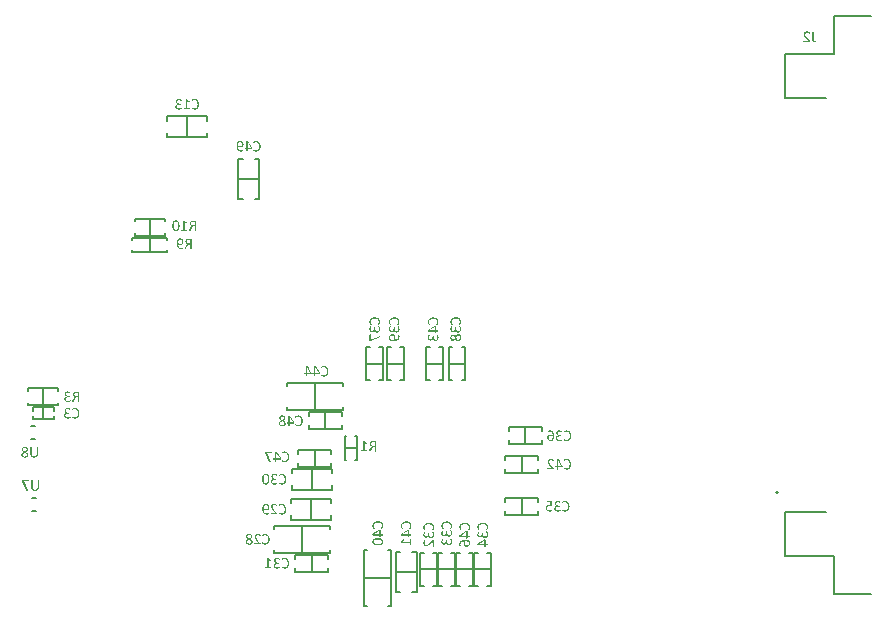
<source format=gbo>
G04*
G04 #@! TF.GenerationSoftware,Altium Limited,Altium Designer,24.9.1 (31)*
G04*
G04 Layer_Color=32896*
%FSLAX44Y44*%
%MOMM*%
G71*
G04*
G04 #@! TF.SameCoordinates,DBAFCBE9-9C6E-486A-AB20-CA00A55F4774*
G04*
G04*
G04 #@! TF.FilePolarity,Positive*
G04*
G01*
G75*
%ADD11C,0.2000*%
%ADD12C,0.1270*%
%ADD15C,0.1500*%
G36*
X241971Y456624D02*
X242222Y456609D01*
X242442Y456562D01*
X242647Y456515D01*
X242804Y456467D01*
X242930Y456436D01*
X242993Y456404D01*
X243024Y456389D01*
X243228Y456294D01*
X243401Y456184D01*
X243559Y456074D01*
X243684Y455980D01*
X243794Y455886D01*
X243873Y455807D01*
X243920Y455760D01*
X243936Y455744D01*
X244062Y455587D01*
X244172Y455430D01*
X244266Y455272D01*
X244345Y455131D01*
X244392Y455005D01*
X244439Y454911D01*
X244455Y454848D01*
X244471Y454816D01*
X244565Y454423D01*
X244596Y454235D01*
X244612Y454077D01*
Y453920D01*
X244628Y453810D01*
Y453747D01*
Y453716D01*
Y453512D01*
X244612Y453323D01*
X244581Y453134D01*
X244565Y452993D01*
X244533Y452851D01*
X244518Y452757D01*
X244502Y452694D01*
Y452678D01*
X244455Y452505D01*
X244376Y452348D01*
X244313Y452206D01*
X244235Y452096D01*
X244172Y452002D01*
X244125Y451923D01*
X244093Y451876D01*
X244077Y451861D01*
X243952Y451735D01*
X243826Y451625D01*
X243684Y451530D01*
X243559Y451452D01*
X243449Y451389D01*
X243354Y451342D01*
X243291Y451326D01*
X243276Y451310D01*
X243071Y451247D01*
X242867Y451200D01*
X242662Y451169D01*
X242458Y451153D01*
X242301Y451137D01*
X242159Y451122D01*
X241798D01*
X241577Y451153D01*
X241389Y451169D01*
X241216Y451200D01*
X241074Y451232D01*
X240980Y451247D01*
X240902Y451279D01*
X240886D01*
X240697Y451342D01*
X240540Y451405D01*
X240398Y451468D01*
X240257Y451530D01*
X240163Y451578D01*
X240084Y451625D01*
X240037Y451641D01*
X240021Y451656D01*
X240037Y451420D01*
X240053Y451200D01*
X240084Y450996D01*
X240115Y450823D01*
X240147Y450681D01*
X240163Y450556D01*
X240194Y450493D01*
Y450461D01*
X240257Y450257D01*
X240320Y450068D01*
X240398Y449895D01*
X240461Y449754D01*
X240524Y449628D01*
X240587Y449549D01*
X240618Y449487D01*
X240634Y449471D01*
X240760Y449314D01*
X240886Y449188D01*
X241012Y449078D01*
X241137Y448968D01*
X241232Y448905D01*
X241326Y448842D01*
X241389Y448810D01*
X241405Y448795D01*
X241593Y448716D01*
X241782Y448653D01*
X241971Y448606D01*
X242144Y448575D01*
X242301Y448559D01*
X242427Y448543D01*
X242537D01*
X242773Y448559D01*
X242882D01*
X242977Y448575D01*
X243055D01*
X243118Y448590D01*
X243165D01*
X243354Y448622D01*
X243496Y448669D01*
X243559Y448685D01*
X243606D01*
X243622Y448700D01*
X243637D01*
X243779Y448747D01*
X243889Y448779D01*
X243952Y448810D01*
X243983D01*
X244077Y448842D01*
X244140Y448858D01*
X244266D01*
X244282Y448842D01*
X244298D01*
X244329Y448810D01*
X244345Y448795D01*
Y448779D01*
X244360Y448732D01*
Y448685D01*
X244376Y448653D01*
Y448638D01*
Y448575D01*
Y448496D01*
Y448433D01*
Y448402D01*
Y448292D01*
X244360Y448197D01*
Y448134D01*
Y448119D01*
X244329Y448056D01*
X244298Y448009D01*
X244282Y447977D01*
X244266Y447961D01*
X244203Y447914D01*
X244125Y447883D01*
X244062Y447851D01*
X244046Y447836D01*
X243920Y447788D01*
X243794Y447757D01*
X243700Y447741D01*
X243684Y447725D01*
X243669D01*
X243496Y447694D01*
X243339Y447663D01*
X243276D01*
X243228Y447647D01*
X243181D01*
X242977Y447616D01*
X242788Y447600D01*
X242600D01*
X242332Y447616D01*
X242081Y447631D01*
X241845Y447663D01*
X241656Y447694D01*
X241499Y447725D01*
X241373Y447757D01*
X241310Y447788D01*
X241279D01*
X241074Y447867D01*
X240886Y447961D01*
X240713Y448056D01*
X240571Y448134D01*
X240445Y448213D01*
X240367Y448276D01*
X240304Y448323D01*
X240288Y448339D01*
X240131Y448480D01*
X240005Y448622D01*
X239879Y448763D01*
X239785Y448889D01*
X239707Y448999D01*
X239644Y449093D01*
X239612Y449156D01*
X239597Y449172D01*
X239408Y449534D01*
X239329Y449691D01*
X239266Y449848D01*
X239219Y449990D01*
X239188Y450084D01*
X239156Y450163D01*
Y450178D01*
X239046Y450587D01*
X238999Y450776D01*
X238968Y450949D01*
X238952Y451090D01*
X238936Y451216D01*
X238920Y451279D01*
Y451310D01*
X238873Y451735D01*
X238857Y451923D01*
Y452096D01*
X238842Y452254D01*
Y452364D01*
Y452427D01*
Y452458D01*
Y452678D01*
X238857Y452883D01*
Y453087D01*
X238873Y453260D01*
X238889Y453401D01*
Y453512D01*
X238905Y453574D01*
Y453606D01*
X238936Y453810D01*
X238968Y453999D01*
X238999Y454172D01*
X239030Y454329D01*
X239062Y454455D01*
X239078Y454549D01*
X239109Y454612D01*
Y454628D01*
X239156Y454801D01*
X239219Y454958D01*
X239266Y455099D01*
X239329Y455225D01*
X239376Y455320D01*
X239424Y455398D01*
X239439Y455445D01*
X239455Y455461D01*
X239628Y455713D01*
X239707Y455823D01*
X239785Y455917D01*
X239864Y455996D01*
X239927Y456043D01*
X239958Y456074D01*
X239974Y456090D01*
X240225Y456263D01*
X240461Y456389D01*
X240556Y456436D01*
X240634Y456467D01*
X240697Y456499D01*
X240713D01*
X241043Y456577D01*
X241200Y456609D01*
X241357Y456624D01*
X241483Y456640D01*
X241688D01*
X241971Y456624D01*
D02*
G37*
G36*
X255445Y456609D02*
X255744Y456577D01*
X256011Y456530D01*
X256247Y456467D01*
X256451Y456404D01*
X256593Y456357D01*
X256687Y456326D01*
X256703Y456310D01*
X256718D01*
X256970Y456184D01*
X257206Y456043D01*
X257410Y455886D01*
X257599Y455744D01*
X257740Y455603D01*
X257850Y455493D01*
X257913Y455430D01*
X257945Y455398D01*
X258118Y455162D01*
X258275Y454911D01*
X258417Y454675D01*
X258526Y454439D01*
X258621Y454235D01*
X258684Y454077D01*
X258699Y454015D01*
X258715Y453967D01*
X258731Y453952D01*
Y453936D01*
X258825Y453606D01*
X258888Y453276D01*
X258935Y452945D01*
X258967Y452647D01*
X258983Y452395D01*
Y452285D01*
X258998Y452191D01*
Y452112D01*
Y452049D01*
Y452018D01*
Y452002D01*
X258983Y451609D01*
X258951Y451263D01*
X258920Y450933D01*
X258872Y450666D01*
X258825Y450430D01*
X258810Y450336D01*
X258778Y450257D01*
X258762Y450194D01*
Y450147D01*
X258747Y450131D01*
Y450115D01*
X258637Y449817D01*
X258511Y449549D01*
X258385Y449314D01*
X258275Y449125D01*
X258165Y448952D01*
X258071Y448826D01*
X258008Y448763D01*
X257992Y448732D01*
X257803Y448543D01*
X257599Y448370D01*
X257410Y448229D01*
X257222Y448103D01*
X257064Y448024D01*
X256938Y447946D01*
X256860Y447914D01*
X256828Y447898D01*
X256561Y447804D01*
X256294Y447741D01*
X256027Y447678D01*
X255791Y447647D01*
X255586Y447631D01*
X255413Y447616D01*
X255272D01*
X254926Y447631D01*
X254769Y447647D01*
X254627Y447663D01*
X254517Y447678D01*
X254439Y447694D01*
X254376Y447710D01*
X254360D01*
X254061Y447773D01*
X253936Y447804D01*
X253825Y447836D01*
X253747Y447867D01*
X253684Y447898D01*
X253637Y447914D01*
X253621D01*
X253401Y448024D01*
X253228Y448103D01*
X253165Y448150D01*
X253118Y448166D01*
X253102Y448197D01*
X253086D01*
X252945Y448292D01*
X252866Y448354D01*
X252819Y448386D01*
X252803Y448402D01*
X252756Y448449D01*
X252725Y448496D01*
X252709Y448512D01*
Y448527D01*
X252678Y448590D01*
X252662Y448622D01*
X252631Y448716D01*
Y448747D01*
Y448763D01*
X252615Y448842D01*
Y448905D01*
Y448952D01*
Y448968D01*
Y449078D01*
Y449156D01*
X252631Y449203D01*
Y449219D01*
X252646Y449298D01*
Y449345D01*
X252662Y449361D01*
Y449376D01*
X252678Y449424D01*
X252693Y449439D01*
X252709Y449455D01*
X252725D01*
X252772Y449487D01*
X252803D01*
X252882Y449471D01*
X252976Y449424D01*
X253055Y449361D01*
X253071Y449345D01*
X253086D01*
X253228Y449251D01*
X253385Y449156D01*
X253448Y449125D01*
X253495Y449093D01*
X253527Y449062D01*
X253542D01*
X253763Y448952D01*
X253967Y448858D01*
X254061Y448826D01*
X254140Y448795D01*
X254187Y448779D01*
X254203D01*
X254517Y448700D01*
X254659Y448685D01*
X254800Y448669D01*
X254926Y448653D01*
X255115D01*
X255350Y448669D01*
X255555Y448685D01*
X255744Y448716D01*
X255901Y448763D01*
X256042Y448810D01*
X256137Y448842D01*
X256215Y448858D01*
X256231Y448873D01*
X256404Y448968D01*
X256561Y449062D01*
X256703Y449172D01*
X256828Y449282D01*
X256923Y449376D01*
X257001Y449455D01*
X257049Y449502D01*
X257064Y449518D01*
X257174Y449691D01*
X257284Y449864D01*
X257379Y450037D01*
X257442Y450210D01*
X257505Y450367D01*
X257552Y450477D01*
X257567Y450556D01*
X257583Y450587D01*
X257646Y450839D01*
X257677Y451090D01*
X257709Y451342D01*
X257740Y451562D01*
Y451766D01*
X257756Y451923D01*
Y451986D01*
Y452034D01*
Y452049D01*
Y452065D01*
X257740Y452379D01*
X257725Y452662D01*
X257693Y452914D01*
X257662Y453134D01*
X257630Y453307D01*
X257615Y453449D01*
X257583Y453527D01*
Y453559D01*
X257505Y453795D01*
X257426Y454015D01*
X257332Y454203D01*
X257237Y454361D01*
X257174Y454502D01*
X257111Y454596D01*
X257064Y454659D01*
X257049Y454675D01*
X256907Y454832D01*
X256781Y454974D01*
X256640Y455099D01*
X256514Y455194D01*
X256404Y455272D01*
X256310Y455320D01*
X256247Y455351D01*
X256231Y455367D01*
X256042Y455445D01*
X255854Y455508D01*
X255681Y455540D01*
X255508Y455571D01*
X255366Y455587D01*
X255256Y455603D01*
X254958D01*
X254785Y455587D01*
X254627Y455555D01*
X254486Y455540D01*
X254376Y455508D01*
X254297Y455477D01*
X254250Y455461D01*
X254234D01*
X253967Y455367D01*
X253857Y455320D01*
X253763Y455272D01*
X253684Y455225D01*
X253621Y455194D01*
X253590Y455178D01*
X253574Y455162D01*
X253385Y455052D01*
X253259Y454958D01*
X253165Y454895D01*
X253134Y454879D01*
X253024Y454801D01*
X252929Y454769D01*
X252882Y454753D01*
X252866D01*
X252788Y454769D01*
X252772D01*
X252725Y454832D01*
X252709Y454848D01*
Y454864D01*
X252678Y454974D01*
X252662Y455021D01*
Y455037D01*
X252646Y455115D01*
Y455178D01*
Y455241D01*
Y455257D01*
Y455335D01*
Y455414D01*
X252662Y455445D01*
Y455461D01*
X252678Y455524D01*
Y455571D01*
X252693Y455603D01*
Y455618D01*
X252725Y455697D01*
X252741Y455728D01*
X252756Y455775D01*
X252803Y455823D01*
X252835Y455854D01*
X252851Y455870D01*
X252945Y455948D01*
X253055Y456027D01*
X253149Y456090D01*
X253165Y456106D01*
X253181D01*
X253370Y456200D01*
X253542Y456279D01*
X253621Y456310D01*
X253684Y456342D01*
X253715Y456357D01*
X253731D01*
X253967Y456436D01*
X254171Y456499D01*
X254266Y456515D01*
X254329Y456530D01*
X254376Y456546D01*
X254391D01*
X254659Y456593D01*
X254785Y456609D01*
X254895D01*
X254989Y456624D01*
X255130D01*
X255445Y456609D01*
D02*
G37*
G36*
X248055Y456546D02*
X248087D01*
X248181Y456530D01*
X248260Y456515D01*
X248323Y456499D01*
X248338D01*
X248401Y456483D01*
X248464Y456467D01*
X248496Y456452D01*
X248511Y456436D01*
X248574Y456373D01*
X248605Y456357D01*
Y456342D01*
X251750Y450996D01*
X251782Y450933D01*
X251813Y450870D01*
X251829Y450839D01*
Y450823D01*
X251876Y450713D01*
X251892Y450666D01*
Y450650D01*
X251907Y450524D01*
Y450477D01*
Y450461D01*
Y450383D01*
Y450320D01*
Y450257D01*
Y450241D01*
Y450131D01*
X251892Y450052D01*
Y449990D01*
Y449974D01*
X251876Y449911D01*
X251860Y449864D01*
X251844Y449832D01*
Y449817D01*
X251782Y449770D01*
X251750Y449754D01*
X251656Y449738D01*
X247992D01*
Y447883D01*
X247977Y447820D01*
Y447788D01*
X247914Y447741D01*
X247898Y447725D01*
X247882D01*
X247835Y447710D01*
X247772D01*
X247725Y447694D01*
X247709D01*
X247615Y447678D01*
X247316D01*
X247222Y447694D01*
X247143D01*
X247065Y447710D01*
X247018D01*
X246986Y447725D01*
X246970D01*
X246923Y447757D01*
X246892Y447773D01*
X246860Y447788D01*
X246829Y447851D01*
Y447867D01*
Y447883D01*
Y449738D01*
X245838D01*
X245760Y449754D01*
X245713Y449801D01*
X245681Y449848D01*
X245665Y449864D01*
X245618Y449974D01*
X245602Y450084D01*
X245587Y450178D01*
Y450194D01*
Y450210D01*
X245602Y450367D01*
X245618Y450477D01*
X245650Y450556D01*
X245665Y450571D01*
X245713Y450650D01*
X245776Y450681D01*
X245823Y450697D01*
X246829D01*
Y456310D01*
X246845Y456357D01*
X246860Y456389D01*
X246876Y456420D01*
X246892D01*
X246939Y456452D01*
X247002Y456467D01*
X247049Y456483D01*
X247065D01*
X247143Y456499D01*
X247238Y456515D01*
X247301Y456530D01*
X247332D01*
X247458Y456546D01*
X247584Y456562D01*
X247977D01*
X248055Y456546D01*
D02*
G37*
G36*
X70269Y197466D02*
X70332Y197450D01*
X70347D01*
X70410Y197435D01*
X70473Y197419D01*
X70504Y197403D01*
X70520D01*
X70583Y197372D01*
X70615Y197356D01*
Y197340D01*
X70630Y197293D01*
Y197277D01*
Y197262D01*
Y191806D01*
X70615Y191507D01*
X70599Y191240D01*
X70567Y190988D01*
X70520Y190784D01*
X70473Y190611D01*
X70441Y190485D01*
X70426Y190406D01*
X70410Y190375D01*
X70316Y190155D01*
X70206Y189951D01*
X70096Y189778D01*
X69986Y189620D01*
X69891Y189510D01*
X69813Y189416D01*
X69765Y189353D01*
X69750Y189337D01*
X69577Y189196D01*
X69404Y189070D01*
X69247Y188960D01*
X69074Y188881D01*
X68932Y188818D01*
X68822Y188756D01*
X68759Y188740D01*
X68728Y188724D01*
X68492Y188661D01*
X68272Y188614D01*
X68052Y188567D01*
X67847Y188551D01*
X67674Y188535D01*
X67533Y188520D01*
X67407D01*
X67108Y188535D01*
X66841Y188551D01*
X66605Y188583D01*
X66401Y188630D01*
X66228Y188677D01*
X66102Y188708D01*
X66024Y188724D01*
X65992Y188740D01*
X65772Y188834D01*
X65552Y188929D01*
X65379Y189039D01*
X65222Y189149D01*
X65096Y189243D01*
X65002Y189322D01*
X64939Y189369D01*
X64923Y189384D01*
X64766Y189557D01*
X64624Y189730D01*
X64514Y189919D01*
X64420Y190092D01*
X64341Y190233D01*
X64294Y190344D01*
X64262Y190422D01*
X64247Y190454D01*
X64168Y190690D01*
X64105Y190941D01*
X64074Y191177D01*
X64042Y191413D01*
X64027Y191601D01*
X64011Y191743D01*
Y191806D01*
Y191853D01*
Y191869D01*
Y191884D01*
Y197262D01*
X64027Y197324D01*
X64042Y197340D01*
X64074Y197372D01*
X64105Y197387D01*
X64137Y197403D01*
X64152D01*
X64200Y197419D01*
X64262Y197435D01*
X64310Y197450D01*
X64325D01*
X64420Y197466D01*
X64498Y197482D01*
X64703D01*
X64797Y197466D01*
X64860Y197450D01*
X64876D01*
X64954Y197435D01*
X65017Y197419D01*
X65049Y197403D01*
X65064D01*
X65127Y197372D01*
X65159Y197356D01*
Y197340D01*
X65174Y197293D01*
Y197277D01*
Y197262D01*
Y191884D01*
Y191680D01*
X65206Y191476D01*
X65222Y191303D01*
X65253Y191145D01*
X65285Y191020D01*
X65300Y190925D01*
X65332Y190862D01*
Y190847D01*
X65395Y190690D01*
X65458Y190548D01*
X65520Y190422D01*
X65599Y190312D01*
X65662Y190233D01*
X65709Y190155D01*
X65740Y190124D01*
X65756Y190108D01*
X65976Y189919D01*
X66181Y189778D01*
X66275Y189730D01*
X66354Y189699D01*
X66401Y189667D01*
X66417D01*
X66731Y189589D01*
X66873Y189557D01*
X67014Y189542D01*
X67140D01*
X67234Y189526D01*
X67328D01*
X67674Y189542D01*
X67832Y189573D01*
X67957Y189605D01*
X68067Y189620D01*
X68146Y189652D01*
X68209Y189667D01*
X68225D01*
X68492Y189809D01*
X68618Y189888D01*
X68712Y189951D01*
X68791Y190013D01*
X68854Y190076D01*
X68885Y190108D01*
X68901Y190124D01*
X69089Y190375D01*
X69215Y190611D01*
X69262Y190721D01*
X69294Y190800D01*
X69325Y190862D01*
Y190878D01*
X69404Y191240D01*
X69435Y191413D01*
X69451Y191586D01*
Y191727D01*
X69467Y191837D01*
Y191916D01*
Y191947D01*
Y197262D01*
X69482Y197324D01*
X69498Y197340D01*
X69561Y197387D01*
X69577Y197403D01*
X69592D01*
X69655Y197419D01*
X69703Y197435D01*
X69765Y197450D01*
X69781D01*
X69875Y197466D01*
X69954Y197482D01*
X70174D01*
X70269Y197466D01*
D02*
G37*
G36*
X59750Y197529D02*
X59955Y197497D01*
X60128Y197466D01*
X60269Y197435D01*
X60379Y197403D01*
X60442Y197387D01*
X60473Y197372D01*
X60662Y197309D01*
X60819Y197230D01*
X60977Y197152D01*
X61102Y197073D01*
X61197Y197010D01*
X61275Y196947D01*
X61322Y196916D01*
X61338Y196900D01*
X61558Y196680D01*
X61715Y196444D01*
X61763Y196350D01*
X61810Y196271D01*
X61825Y196224D01*
X61841Y196208D01*
X61936Y195894D01*
X61967Y195752D01*
X61983Y195626D01*
Y195516D01*
X61999Y195422D01*
Y195359D01*
Y195343D01*
X61983Y195076D01*
X61967Y194966D01*
X61936Y194856D01*
X61920Y194777D01*
X61904Y194715D01*
X61888Y194667D01*
Y194652D01*
X61794Y194431D01*
X61684Y194243D01*
X61637Y194180D01*
X61605Y194117D01*
X61590Y194086D01*
X61574Y194070D01*
X61401Y193881D01*
X61228Y193724D01*
X61150Y193661D01*
X61087Y193614D01*
X61055Y193582D01*
X61039Y193567D01*
X60788Y193394D01*
X60552Y193252D01*
X60458Y193205D01*
X60379Y193158D01*
X60332Y193142D01*
X60316Y193127D01*
X60631Y192953D01*
X60772Y192875D01*
X60898Y192796D01*
X61008Y192733D01*
X61087Y192686D01*
X61134Y192655D01*
X61150Y192639D01*
X61401Y192450D01*
X61511Y192356D01*
X61605Y192278D01*
X61684Y192199D01*
X61731Y192136D01*
X61763Y192104D01*
X61778Y192089D01*
X61951Y191869D01*
X62061Y191649D01*
X62108Y191570D01*
X62140Y191507D01*
X62171Y191460D01*
Y191444D01*
X62250Y191177D01*
X62266Y191051D01*
X62281Y190941D01*
X62297Y190831D01*
Y190752D01*
Y190705D01*
Y190690D01*
X62281Y190501D01*
X62266Y190328D01*
X62234Y190171D01*
X62203Y190029D01*
X62171Y189919D01*
X62140Y189841D01*
X62108Y189778D01*
Y189762D01*
X61936Y189479D01*
X61841Y189369D01*
X61747Y189259D01*
X61668Y189180D01*
X61605Y189117D01*
X61558Y189086D01*
X61543Y189070D01*
X61244Y188897D01*
X61087Y188818D01*
X60945Y188771D01*
X60819Y188724D01*
X60725Y188693D01*
X60646Y188661D01*
X60631D01*
X60206Y188583D01*
X60002Y188551D01*
X59813Y188535D01*
X59656D01*
X59514Y188520D01*
X59137D01*
X58901Y188535D01*
X58681Y188567D01*
X58492Y188598D01*
X58335Y188614D01*
X58209Y188645D01*
X58146Y188661D01*
X58115D01*
X57911Y188724D01*
X57722Y188803D01*
X57565Y188881D01*
X57423Y188944D01*
X57313Y189007D01*
X57235Y189070D01*
X57187Y189102D01*
X57172Y189117D01*
X57030Y189243D01*
X56904Y189369D01*
X56810Y189495D01*
X56731Y189620D01*
X56653Y189715D01*
X56606Y189793D01*
X56590Y189856D01*
X56574Y189872D01*
X56511Y190045D01*
X56448Y190218D01*
X56417Y190391D01*
X56401Y190548D01*
X56385Y190690D01*
X56370Y190800D01*
Y190862D01*
Y190894D01*
X56385Y191177D01*
X56417Y191287D01*
X56433Y191397D01*
X56464Y191476D01*
X56496Y191554D01*
X56511Y191586D01*
Y191601D01*
X56621Y191837D01*
X56747Y192026D01*
X56810Y192104D01*
X56857Y192167D01*
X56889Y192199D01*
X56904Y192215D01*
X57109Y192419D01*
X57313Y192592D01*
X57407Y192655D01*
X57470Y192702D01*
X57517Y192733D01*
X57533Y192749D01*
X57832Y192938D01*
X57973Y193016D01*
X58099Y193095D01*
X58225Y193142D01*
X58319Y193189D01*
X58382Y193221D01*
X58398Y193237D01*
X58115Y193410D01*
X57989Y193488D01*
X57879Y193551D01*
X57800Y193614D01*
X57722Y193661D01*
X57691Y193692D01*
X57675Y193708D01*
X57455Y193897D01*
X57282Y194070D01*
X57219Y194133D01*
X57172Y194196D01*
X57156Y194227D01*
X57140Y194243D01*
X56999Y194463D01*
X56889Y194652D01*
X56857Y194730D01*
X56826Y194793D01*
X56810Y194825D01*
Y194840D01*
X56731Y195092D01*
X56700Y195296D01*
X56684Y195390D01*
Y195453D01*
Y195501D01*
Y195516D01*
X56716Y195815D01*
X56731Y195957D01*
X56763Y196067D01*
X56794Y196161D01*
X56810Y196240D01*
X56842Y196287D01*
Y196303D01*
X56983Y196570D01*
X57062Y196680D01*
X57140Y196774D01*
X57203Y196837D01*
X57266Y196900D01*
X57297Y196931D01*
X57313Y196947D01*
X57439Y197041D01*
X57565Y197136D01*
X57832Y197277D01*
X57942Y197324D01*
X58036Y197356D01*
X58099Y197387D01*
X58115D01*
X58304Y197450D01*
X58492Y197482D01*
X58697Y197513D01*
X58870Y197544D01*
X59027D01*
X59153Y197560D01*
X59514D01*
X59750Y197529D01*
D02*
G37*
G36*
X71012Y169348D02*
X71075Y169333D01*
X71091D01*
X71154Y169317D01*
X71217Y169301D01*
X71248Y169286D01*
X71264D01*
X71327Y169254D01*
X71358Y169238D01*
Y169223D01*
X71374Y169175D01*
Y169160D01*
Y169144D01*
Y163688D01*
X71358Y163389D01*
X71343Y163122D01*
X71311Y162871D01*
X71264Y162666D01*
X71217Y162493D01*
X71185Y162367D01*
X71170Y162289D01*
X71154Y162257D01*
X71059Y162037D01*
X70950Y161833D01*
X70839Y161660D01*
X70729Y161503D01*
X70635Y161393D01*
X70556Y161298D01*
X70509Y161236D01*
X70493Y161220D01*
X70321Y161078D01*
X70148Y160952D01*
X69990Y160842D01*
X69818Y160764D01*
X69676Y160701D01*
X69566Y160638D01*
X69503Y160622D01*
X69472Y160607D01*
X69236Y160544D01*
X69016Y160497D01*
X68795Y160449D01*
X68591Y160434D01*
X68418Y160418D01*
X68277Y160402D01*
X68151D01*
X67852Y160418D01*
X67585Y160434D01*
X67349Y160465D01*
X67145Y160512D01*
X66972Y160559D01*
X66846Y160591D01*
X66767Y160607D01*
X66736Y160622D01*
X66516Y160717D01*
X66296Y160811D01*
X66123Y160921D01*
X65965Y161031D01*
X65840Y161126D01*
X65745Y161204D01*
X65682Y161251D01*
X65667Y161267D01*
X65510Y161440D01*
X65368Y161613D01*
X65258Y161801D01*
X65164Y161975D01*
X65085Y162116D01*
X65038Y162226D01*
X65006Y162305D01*
X64991Y162336D01*
X64912Y162572D01*
X64849Y162824D01*
X64818Y163059D01*
X64786Y163295D01*
X64770Y163484D01*
X64755Y163625D01*
Y163688D01*
Y163735D01*
Y163751D01*
Y163767D01*
Y169144D01*
X64770Y169207D01*
X64786Y169223D01*
X64818Y169254D01*
X64849Y169270D01*
X64881Y169286D01*
X64896D01*
X64943Y169301D01*
X65006Y169317D01*
X65054Y169333D01*
X65069D01*
X65164Y169348D01*
X65242Y169364D01*
X65447D01*
X65541Y169348D01*
X65604Y169333D01*
X65620D01*
X65698Y169317D01*
X65761Y169301D01*
X65792Y169286D01*
X65808D01*
X65871Y169254D01*
X65903Y169238D01*
Y169223D01*
X65918Y169175D01*
Y169160D01*
Y169144D01*
Y163767D01*
Y163563D01*
X65950Y163358D01*
X65965Y163185D01*
X65997Y163028D01*
X66028Y162902D01*
X66044Y162808D01*
X66076Y162745D01*
Y162729D01*
X66138Y162572D01*
X66201Y162430D01*
X66264Y162305D01*
X66343Y162195D01*
X66406Y162116D01*
X66453Y162037D01*
X66484Y162006D01*
X66500Y161990D01*
X66720Y161801D01*
X66925Y161660D01*
X67019Y161613D01*
X67098Y161581D01*
X67145Y161550D01*
X67160D01*
X67475Y161471D01*
X67616Y161440D01*
X67758Y161424D01*
X67884D01*
X67978Y161409D01*
X68072D01*
X68418Y161424D01*
X68575Y161456D01*
X68701Y161487D01*
X68811Y161503D01*
X68890Y161534D01*
X68953Y161550D01*
X68968D01*
X69236Y161691D01*
X69362Y161770D01*
X69456Y161833D01*
X69535Y161896D01*
X69597Y161959D01*
X69629Y161990D01*
X69644Y162006D01*
X69833Y162257D01*
X69959Y162493D01*
X70006Y162603D01*
X70038Y162682D01*
X70069Y162745D01*
Y162761D01*
X70148Y163122D01*
X70179Y163295D01*
X70195Y163468D01*
Y163610D01*
X70210Y163720D01*
Y163798D01*
Y163830D01*
Y169144D01*
X70226Y169207D01*
X70242Y169223D01*
X70305Y169270D01*
X70321Y169286D01*
X70336D01*
X70399Y169301D01*
X70446Y169317D01*
X70509Y169333D01*
X70525D01*
X70619Y169348D01*
X70698Y169364D01*
X70918D01*
X71012Y169348D01*
D02*
G37*
G36*
X62742Y169301D02*
X62758Y169286D01*
X62774D01*
X62805Y169254D01*
X62837Y169223D01*
X62852Y169191D01*
Y169175D01*
X62884Y169081D01*
X62899Y169034D01*
Y169018D01*
X62915Y168940D01*
Y168877D01*
Y168814D01*
Y168798D01*
X62899Y168641D01*
X62884Y168515D01*
X62868Y168452D01*
X62852Y168421D01*
X62790Y168342D01*
X62727Y168311D01*
X62679Y168295D01*
X58434D01*
X61768Y160827D01*
X61799Y160764D01*
X61815Y160717D01*
X61830Y160685D01*
Y160669D01*
X61815Y160622D01*
X61799Y160591D01*
X61783Y160575D01*
Y160559D01*
X61720Y160544D01*
X61657Y160528D01*
X61610Y160512D01*
X61595D01*
X61469Y160497D01*
X61359Y160481D01*
X61107D01*
X61013Y160497D01*
X60934D01*
X60856Y160512D01*
X60777D01*
X60746Y160528D01*
X60730D01*
X60635Y160575D01*
X60620Y160607D01*
X60604D01*
X60525Y160685D01*
X60510Y160717D01*
Y160732D01*
X57334Y168043D01*
X57302Y168106D01*
X57287Y168169D01*
X57271Y168201D01*
Y168216D01*
X57255Y168279D01*
X57239Y168342D01*
X57224Y168374D01*
Y168389D01*
X57208Y168452D01*
Y168515D01*
X57192Y168562D01*
Y168578D01*
X57176Y168657D01*
Y168735D01*
Y168798D01*
Y168814D01*
Y168908D01*
X57192Y168987D01*
X57208Y169034D01*
Y169050D01*
X57224Y169112D01*
X57239Y169160D01*
X57255Y169191D01*
X57271Y169207D01*
X57302Y169254D01*
X57334Y169270D01*
X57365Y169286D01*
X57381D01*
X57475Y169317D01*
X62664D01*
X62742Y169301D01*
D02*
G37*
G36*
X291076Y224199D02*
X291374Y224167D01*
X291642Y224120D01*
X291877Y224057D01*
X292082Y223994D01*
X292223Y223947D01*
X292318Y223916D01*
X292333Y223900D01*
X292349D01*
X292601Y223774D01*
X292836Y223633D01*
X293041Y223476D01*
X293230Y223334D01*
X293371Y223193D01*
X293481Y223083D01*
X293544Y223020D01*
X293575Y222988D01*
X293748Y222752D01*
X293906Y222501D01*
X294047Y222265D01*
X294157Y222029D01*
X294252Y221825D01*
X294314Y221667D01*
X294330Y221605D01*
X294346Y221557D01*
X294362Y221542D01*
Y221526D01*
X294456Y221196D01*
X294519Y220866D01*
X294566Y220535D01*
X294597Y220237D01*
X294613Y219985D01*
Y219875D01*
X294629Y219781D01*
Y219702D01*
Y219639D01*
Y219608D01*
Y219592D01*
X294613Y219199D01*
X294582Y218853D01*
X294550Y218523D01*
X294503Y218256D01*
X294456Y218020D01*
X294440Y217925D01*
X294409Y217847D01*
X294393Y217784D01*
Y217737D01*
X294377Y217721D01*
Y217705D01*
X294267Y217407D01*
X294142Y217139D01*
X294016Y216903D01*
X293906Y216715D01*
X293796Y216542D01*
X293701Y216416D01*
X293638Y216353D01*
X293623Y216322D01*
X293434Y216133D01*
X293230Y215960D01*
X293041Y215819D01*
X292852Y215693D01*
X292695Y215614D01*
X292569Y215536D01*
X292491Y215504D01*
X292459Y215488D01*
X292192Y215394D01*
X291925Y215331D01*
X291657Y215268D01*
X291422Y215237D01*
X291217Y215221D01*
X291044Y215205D01*
X290903D01*
X290557Y215221D01*
X290399Y215237D01*
X290258Y215253D01*
X290148Y215268D01*
X290069Y215284D01*
X290007Y215300D01*
X289991D01*
X289692Y215363D01*
X289566Y215394D01*
X289456Y215426D01*
X289378Y215457D01*
X289315Y215488D01*
X289268Y215504D01*
X289252D01*
X289032Y215614D01*
X288859Y215693D01*
X288796Y215740D01*
X288749Y215756D01*
X288733Y215787D01*
X288717D01*
X288576Y215882D01*
X288497Y215944D01*
X288450Y215976D01*
X288434Y215992D01*
X288387Y216039D01*
X288356Y216086D01*
X288340Y216102D01*
Y216117D01*
X288308Y216180D01*
X288293Y216212D01*
X288261Y216306D01*
Y216338D01*
Y216353D01*
X288246Y216432D01*
Y216495D01*
Y216542D01*
Y216558D01*
Y216668D01*
Y216746D01*
X288261Y216793D01*
Y216809D01*
X288277Y216888D01*
Y216935D01*
X288293Y216951D01*
Y216966D01*
X288308Y217014D01*
X288324Y217029D01*
X288340Y217045D01*
X288356D01*
X288403Y217076D01*
X288434D01*
X288513Y217061D01*
X288607Y217014D01*
X288686Y216951D01*
X288701Y216935D01*
X288717D01*
X288859Y216841D01*
X289016Y216746D01*
X289079Y216715D01*
X289126Y216683D01*
X289158Y216652D01*
X289173D01*
X289393Y216542D01*
X289598Y216448D01*
X289692Y216416D01*
X289771Y216385D01*
X289818Y216369D01*
X289834D01*
X290148Y216290D01*
X290289Y216275D01*
X290431Y216259D01*
X290557Y216243D01*
X290745D01*
X290981Y216259D01*
X291186Y216275D01*
X291374Y216306D01*
X291532Y216353D01*
X291673Y216400D01*
X291767Y216432D01*
X291846Y216448D01*
X291862Y216463D01*
X292035Y216558D01*
X292192Y216652D01*
X292333Y216762D01*
X292459Y216872D01*
X292554Y216966D01*
X292632Y217045D01*
X292679Y217092D01*
X292695Y217108D01*
X292805Y217281D01*
X292915Y217454D01*
X293009Y217627D01*
X293072Y217800D01*
X293135Y217957D01*
X293182Y218067D01*
X293198Y218146D01*
X293214Y218177D01*
X293277Y218429D01*
X293308Y218680D01*
X293340Y218932D01*
X293371Y219152D01*
Y219356D01*
X293387Y219513D01*
Y219576D01*
Y219624D01*
Y219639D01*
Y219655D01*
X293371Y219969D01*
X293355Y220252D01*
X293324Y220504D01*
X293293Y220724D01*
X293261Y220897D01*
X293245Y221039D01*
X293214Y221117D01*
Y221149D01*
X293135Y221385D01*
X293057Y221605D01*
X292962Y221793D01*
X292868Y221950D01*
X292805Y222092D01*
X292742Y222186D01*
X292695Y222249D01*
X292679Y222265D01*
X292538Y222422D01*
X292412Y222564D01*
X292271Y222689D01*
X292145Y222784D01*
X292035Y222862D01*
X291940Y222910D01*
X291877Y222941D01*
X291862Y222957D01*
X291673Y223035D01*
X291484Y223098D01*
X291311Y223130D01*
X291138Y223161D01*
X290997Y223177D01*
X290887Y223193D01*
X290588D01*
X290415Y223177D01*
X290258Y223145D01*
X290117Y223130D01*
X290007Y223098D01*
X289928Y223067D01*
X289881Y223051D01*
X289865D01*
X289598Y222957D01*
X289488Y222910D01*
X289393Y222862D01*
X289315Y222815D01*
X289252Y222784D01*
X289220Y222768D01*
X289205Y222752D01*
X289016Y222642D01*
X288890Y222548D01*
X288796Y222485D01*
X288764Y222469D01*
X288654Y222391D01*
X288560Y222359D01*
X288513Y222344D01*
X288497D01*
X288419Y222359D01*
X288403D01*
X288356Y222422D01*
X288340Y222438D01*
Y222454D01*
X288308Y222564D01*
X288293Y222611D01*
Y222627D01*
X288277Y222705D01*
Y222768D01*
Y222831D01*
Y222847D01*
Y222925D01*
Y223004D01*
X288293Y223035D01*
Y223051D01*
X288308Y223114D01*
Y223161D01*
X288324Y223193D01*
Y223208D01*
X288356Y223287D01*
X288371Y223318D01*
X288387Y223365D01*
X288434Y223413D01*
X288466Y223444D01*
X288481Y223460D01*
X288576Y223538D01*
X288686Y223617D01*
X288780Y223680D01*
X288796Y223696D01*
X288812D01*
X289000Y223790D01*
X289173Y223869D01*
X289252Y223900D01*
X289315Y223932D01*
X289346Y223947D01*
X289362D01*
X289598Y224026D01*
X289802Y224089D01*
X289896Y224104D01*
X289959Y224120D01*
X290007Y224136D01*
X290022D01*
X290289Y224183D01*
X290415Y224199D01*
X290525D01*
X290620Y224214D01*
X290761D01*
X291076Y224199D01*
D02*
G37*
G36*
X283686Y224136D02*
X283717D01*
X283812Y224120D01*
X283890Y224104D01*
X283953Y224089D01*
X283969D01*
X284032Y224073D01*
X284095Y224057D01*
X284126Y224042D01*
X284142Y224026D01*
X284205Y223963D01*
X284236Y223947D01*
Y223932D01*
X287381Y218586D01*
X287412Y218523D01*
X287444Y218460D01*
X287459Y218429D01*
Y218413D01*
X287507Y218303D01*
X287522Y218256D01*
Y218240D01*
X287538Y218114D01*
Y218067D01*
Y218051D01*
Y217973D01*
Y217910D01*
Y217847D01*
Y217831D01*
Y217721D01*
X287522Y217642D01*
Y217580D01*
Y217564D01*
X287507Y217501D01*
X287491Y217454D01*
X287475Y217422D01*
Y217407D01*
X287412Y217360D01*
X287381Y217344D01*
X287286Y217328D01*
X283623D01*
Y215473D01*
X283607Y215410D01*
Y215378D01*
X283545Y215331D01*
X283529Y215315D01*
X283513D01*
X283466Y215300D01*
X283403D01*
X283356Y215284D01*
X283340D01*
X283246Y215268D01*
X282947D01*
X282853Y215284D01*
X282774D01*
X282696Y215300D01*
X282648D01*
X282617Y215315D01*
X282601D01*
X282554Y215347D01*
X282523Y215363D01*
X282491Y215378D01*
X282460Y215441D01*
Y215457D01*
Y215473D01*
Y217328D01*
X281469D01*
X281390Y217344D01*
X281343Y217391D01*
X281312Y217438D01*
X281296Y217454D01*
X281249Y217564D01*
X281233Y217674D01*
X281217Y217768D01*
Y217784D01*
Y217800D01*
X281233Y217957D01*
X281249Y218067D01*
X281280Y218146D01*
X281296Y218161D01*
X281343Y218240D01*
X281406Y218271D01*
X281453Y218287D01*
X282460D01*
Y223900D01*
X282475Y223947D01*
X282491Y223979D01*
X282507Y224010D01*
X282523D01*
X282570Y224042D01*
X282633Y224057D01*
X282680Y224073D01*
X282696D01*
X282774Y224089D01*
X282868Y224104D01*
X282931Y224120D01*
X282963D01*
X283088Y224136D01*
X283214Y224152D01*
X283607D01*
X283686Y224136D01*
D02*
G37*
G36*
X277711Y224199D02*
X277916Y224167D01*
X278089Y224136D01*
X278230Y224104D01*
X278340Y224073D01*
X278403Y224057D01*
X278435Y224042D01*
X278623Y223979D01*
X278780Y223900D01*
X278938Y223822D01*
X279064Y223743D01*
X279158Y223680D01*
X279237Y223617D01*
X279284Y223586D01*
X279299Y223570D01*
X279520Y223350D01*
X279677Y223114D01*
X279724Y223020D01*
X279771Y222941D01*
X279787Y222894D01*
X279802Y222878D01*
X279897Y222564D01*
X279928Y222422D01*
X279944Y222296D01*
Y222186D01*
X279960Y222092D01*
Y222029D01*
Y222013D01*
X279944Y221746D01*
X279928Y221636D01*
X279897Y221526D01*
X279881Y221447D01*
X279865Y221385D01*
X279850Y221337D01*
Y221322D01*
X279755Y221101D01*
X279645Y220913D01*
X279598Y220850D01*
X279567Y220787D01*
X279551Y220756D01*
X279535Y220740D01*
X279362Y220551D01*
X279189Y220394D01*
X279111Y220331D01*
X279048Y220284D01*
X279016Y220252D01*
X279001Y220237D01*
X278749Y220064D01*
X278513Y219922D01*
X278419Y219875D01*
X278340Y219828D01*
X278293Y219812D01*
X278277Y219797D01*
X278592Y219624D01*
X278733Y219545D01*
X278859Y219466D01*
X278969Y219403D01*
X279048Y219356D01*
X279095Y219325D01*
X279111Y219309D01*
X279362Y219120D01*
X279472Y219026D01*
X279567Y218948D01*
X279645Y218869D01*
X279692Y218806D01*
X279724Y218775D01*
X279740Y218759D01*
X279913Y218539D01*
X280023Y218319D01*
X280070Y218240D01*
X280101Y218177D01*
X280133Y218130D01*
Y218114D01*
X280211Y217847D01*
X280227Y217721D01*
X280243Y217611D01*
X280259Y217501D01*
Y217422D01*
Y217375D01*
Y217360D01*
X280243Y217171D01*
X280227Y216998D01*
X280196Y216841D01*
X280164Y216699D01*
X280133Y216589D01*
X280101Y216511D01*
X280070Y216448D01*
Y216432D01*
X279897Y216149D01*
X279802Y216039D01*
X279708Y215929D01*
X279630Y215850D01*
X279567Y215787D01*
X279520Y215756D01*
X279504Y215740D01*
X279205Y215567D01*
X279048Y215488D01*
X278906Y215441D01*
X278780Y215394D01*
X278686Y215363D01*
X278608Y215331D01*
X278592D01*
X278167Y215253D01*
X277963Y215221D01*
X277774Y215205D01*
X277617D01*
X277476Y215190D01*
X277098D01*
X276862Y215205D01*
X276642Y215237D01*
X276454Y215268D01*
X276296Y215284D01*
X276171Y215315D01*
X276108Y215331D01*
X276076D01*
X275872Y215394D01*
X275683Y215473D01*
X275526Y215551D01*
X275385Y215614D01*
X275274Y215677D01*
X275196Y215740D01*
X275149Y215772D01*
X275133Y215787D01*
X274991Y215913D01*
X274866Y216039D01*
X274771Y216165D01*
X274693Y216290D01*
X274614Y216385D01*
X274567Y216463D01*
X274551Y216526D01*
X274535Y216542D01*
X274473Y216715D01*
X274410Y216888D01*
X274378Y217061D01*
X274363Y217218D01*
X274347Y217360D01*
X274331Y217470D01*
Y217532D01*
Y217564D01*
X274347Y217847D01*
X274378Y217957D01*
X274394Y218067D01*
X274425Y218146D01*
X274457Y218224D01*
X274473Y218256D01*
Y218271D01*
X274583Y218507D01*
X274708Y218696D01*
X274771Y218775D01*
X274818Y218837D01*
X274850Y218869D01*
X274866Y218885D01*
X275070Y219089D01*
X275274Y219262D01*
X275369Y219325D01*
X275432Y219372D01*
X275479Y219403D01*
X275494Y219419D01*
X275793Y219608D01*
X275935Y219686D01*
X276061Y219765D01*
X276186Y219812D01*
X276281Y219859D01*
X276343Y219891D01*
X276359Y219907D01*
X276076Y220079D01*
X275951Y220158D01*
X275840Y220221D01*
X275762Y220284D01*
X275683Y220331D01*
X275652Y220362D01*
X275636Y220378D01*
X275416Y220567D01*
X275243Y220740D01*
X275180Y220803D01*
X275133Y220866D01*
X275117Y220897D01*
X275102Y220913D01*
X274960Y221133D01*
X274850Y221322D01*
X274818Y221400D01*
X274787Y221463D01*
X274771Y221495D01*
Y221510D01*
X274693Y221762D01*
X274661Y221966D01*
X274646Y222061D01*
Y222123D01*
Y222171D01*
Y222186D01*
X274677Y222485D01*
X274693Y222627D01*
X274724Y222737D01*
X274756Y222831D01*
X274771Y222910D01*
X274803Y222957D01*
Y222973D01*
X274944Y223240D01*
X275023Y223350D01*
X275102Y223444D01*
X275164Y223507D01*
X275227Y223570D01*
X275259Y223601D01*
X275274Y223617D01*
X275400Y223711D01*
X275526Y223806D01*
X275793Y223947D01*
X275903Y223994D01*
X275998Y224026D01*
X276061Y224057D01*
X276076D01*
X276265Y224120D01*
X276454Y224152D01*
X276658Y224183D01*
X276831Y224214D01*
X276988D01*
X277114Y224230D01*
X277476D01*
X277711Y224199D01*
D02*
G37*
G36*
X279614Y193719D02*
X279913Y193687D01*
X280180Y193640D01*
X280416Y193577D01*
X280620Y193514D01*
X280762Y193467D01*
X280856Y193436D01*
X280872Y193420D01*
X280888D01*
X281139Y193294D01*
X281375Y193153D01*
X281579Y192996D01*
X281768Y192854D01*
X281910Y192713D01*
X282020Y192603D01*
X282083Y192540D01*
X282114Y192508D01*
X282287Y192272D01*
X282444Y192021D01*
X282586Y191785D01*
X282696Y191549D01*
X282790Y191345D01*
X282853Y191187D01*
X282869Y191125D01*
X282885Y191077D01*
X282900Y191062D01*
Y191046D01*
X282994Y190716D01*
X283057Y190386D01*
X283105Y190055D01*
X283136Y189757D01*
X283152Y189505D01*
Y189395D01*
X283167Y189301D01*
Y189222D01*
Y189159D01*
Y189128D01*
Y189112D01*
X283152Y188719D01*
X283120Y188373D01*
X283089Y188043D01*
X283042Y187776D01*
X282994Y187540D01*
X282979Y187446D01*
X282947Y187367D01*
X282932Y187304D01*
Y187257D01*
X282916Y187241D01*
Y187225D01*
X282806Y186927D01*
X282680Y186659D01*
X282554Y186423D01*
X282444Y186235D01*
X282334Y186062D01*
X282240Y185936D01*
X282177Y185873D01*
X282161Y185842D01*
X281973Y185653D01*
X281768Y185480D01*
X281579Y185339D01*
X281391Y185213D01*
X281234Y185134D01*
X281108Y185056D01*
X281029Y185024D01*
X280998Y185009D01*
X280730Y184914D01*
X280463Y184851D01*
X280196Y184788D01*
X279960Y184757D01*
X279756Y184741D01*
X279583Y184725D01*
X279441D01*
X279095Y184741D01*
X278938Y184757D01*
X278797Y184773D01*
X278687Y184788D01*
X278608Y184804D01*
X278545Y184820D01*
X278529D01*
X278231Y184883D01*
X278105Y184914D01*
X277995Y184946D01*
X277916Y184977D01*
X277853Y185009D01*
X277806Y185024D01*
X277790D01*
X277570Y185134D01*
X277397Y185213D01*
X277334Y185260D01*
X277287Y185276D01*
X277271Y185307D01*
X277256D01*
X277114Y185402D01*
X277036Y185464D01*
X276989Y185496D01*
X276973Y185512D01*
X276926Y185559D01*
X276894Y185606D01*
X276878Y185622D01*
Y185637D01*
X276847Y185700D01*
X276831Y185732D01*
X276800Y185826D01*
Y185858D01*
Y185873D01*
X276784Y185952D01*
Y186015D01*
Y186062D01*
Y186078D01*
Y186188D01*
Y186266D01*
X276800Y186313D01*
Y186329D01*
X276815Y186408D01*
Y186455D01*
X276831Y186471D01*
Y186486D01*
X276847Y186534D01*
X276863Y186549D01*
X276878Y186565D01*
X276894D01*
X276941Y186597D01*
X276973D01*
X277051Y186581D01*
X277146Y186534D01*
X277224Y186471D01*
X277240Y186455D01*
X277256D01*
X277397Y186361D01*
X277554Y186266D01*
X277617Y186235D01*
X277665Y186203D01*
X277696Y186172D01*
X277712D01*
X277932Y186062D01*
X278136Y185968D01*
X278231Y185936D01*
X278309Y185905D01*
X278356Y185889D01*
X278372D01*
X278687Y185810D01*
X278828Y185795D01*
X278969Y185779D01*
X279095Y185763D01*
X279284D01*
X279520Y185779D01*
X279724Y185795D01*
X279913Y185826D01*
X280070Y185873D01*
X280212Y185920D01*
X280306Y185952D01*
X280385Y185968D01*
X280400Y185983D01*
X280573Y186078D01*
X280730Y186172D01*
X280872Y186282D01*
X280998Y186392D01*
X281092Y186486D01*
X281171Y186565D01*
X281218Y186612D01*
X281234Y186628D01*
X281344Y186801D01*
X281454Y186974D01*
X281548Y187147D01*
X281611Y187320D01*
X281674Y187477D01*
X281721Y187587D01*
X281737Y187666D01*
X281752Y187697D01*
X281815Y187949D01*
X281847Y188200D01*
X281878Y188452D01*
X281910Y188672D01*
Y188876D01*
X281925Y189034D01*
Y189096D01*
Y189144D01*
Y189159D01*
Y189175D01*
X281910Y189489D01*
X281894Y189772D01*
X281863Y190024D01*
X281831Y190244D01*
X281800Y190417D01*
X281784Y190559D01*
X281752Y190637D01*
Y190669D01*
X281674Y190905D01*
X281595Y191125D01*
X281501Y191313D01*
X281406Y191471D01*
X281344Y191612D01*
X281281Y191706D01*
X281234Y191769D01*
X281218Y191785D01*
X281076Y191942D01*
X280951Y192084D01*
X280809Y192209D01*
X280683Y192304D01*
X280573Y192382D01*
X280479Y192430D01*
X280416Y192461D01*
X280400Y192477D01*
X280212Y192555D01*
X280023Y192618D01*
X279850Y192650D01*
X279677Y192681D01*
X279536Y192697D01*
X279426Y192713D01*
X279127D01*
X278954Y192697D01*
X278797Y192665D01*
X278655Y192650D01*
X278545Y192618D01*
X278466Y192587D01*
X278419Y192571D01*
X278403D01*
X278136Y192477D01*
X278026Y192430D01*
X277932Y192382D01*
X277853Y192335D01*
X277790Y192304D01*
X277759Y192288D01*
X277743Y192272D01*
X277554Y192162D01*
X277429Y192068D01*
X277334Y192005D01*
X277303Y191989D01*
X277193Y191911D01*
X277099Y191879D01*
X277051Y191863D01*
X277036D01*
X276957Y191879D01*
X276941D01*
X276894Y191942D01*
X276878Y191958D01*
Y191974D01*
X276847Y192084D01*
X276831Y192131D01*
Y192147D01*
X276815Y192225D01*
Y192288D01*
Y192351D01*
Y192367D01*
Y192445D01*
Y192524D01*
X276831Y192555D01*
Y192571D01*
X276847Y192634D01*
Y192681D01*
X276863Y192713D01*
Y192728D01*
X276894Y192807D01*
X276910Y192838D01*
X276926Y192885D01*
X276973Y192933D01*
X277004Y192964D01*
X277020Y192980D01*
X277114Y193058D01*
X277224Y193137D01*
X277319Y193200D01*
X277334Y193216D01*
X277350D01*
X277539Y193310D01*
X277712Y193389D01*
X277790Y193420D01*
X277853Y193451D01*
X277885Y193467D01*
X277900D01*
X278136Y193546D01*
X278341Y193609D01*
X278435Y193624D01*
X278498Y193640D01*
X278545Y193656D01*
X278561D01*
X278828Y193703D01*
X278954Y193719D01*
X279064D01*
X279158Y193734D01*
X279300D01*
X279614Y193719D01*
D02*
G37*
G36*
X272225Y193656D02*
X272256D01*
X272350Y193640D01*
X272429Y193624D01*
X272492Y193609D01*
X272508D01*
X272570Y193593D01*
X272633Y193577D01*
X272665Y193562D01*
X272680Y193546D01*
X272743Y193483D01*
X272775Y193467D01*
Y193451D01*
X275919Y188106D01*
X275951Y188043D01*
X275982Y187980D01*
X275998Y187949D01*
Y187933D01*
X276045Y187823D01*
X276061Y187776D01*
Y187760D01*
X276077Y187634D01*
Y187587D01*
Y187571D01*
Y187493D01*
Y187430D01*
Y187367D01*
Y187351D01*
Y187241D01*
X276061Y187162D01*
Y187100D01*
Y187084D01*
X276045Y187021D01*
X276029Y186974D01*
X276014Y186942D01*
Y186927D01*
X275951Y186880D01*
X275919Y186864D01*
X275825Y186848D01*
X272162D01*
Y184993D01*
X272146Y184930D01*
Y184898D01*
X272083Y184851D01*
X272067Y184835D01*
X272052D01*
X272004Y184820D01*
X271942D01*
X271894Y184804D01*
X271879D01*
X271784Y184788D01*
X271486D01*
X271391Y184804D01*
X271313D01*
X271234Y184820D01*
X271187D01*
X271155Y184835D01*
X271140D01*
X271092Y184867D01*
X271061Y184883D01*
X271030Y184898D01*
X270998Y184961D01*
Y184977D01*
Y184993D01*
Y186848D01*
X270008D01*
X269929Y186864D01*
X269882Y186911D01*
X269850Y186958D01*
X269835Y186974D01*
X269788Y187084D01*
X269772Y187194D01*
X269756Y187288D01*
Y187304D01*
Y187320D01*
X269772Y187477D01*
X269788Y187587D01*
X269819Y187666D01*
X269835Y187681D01*
X269882Y187760D01*
X269945Y187791D01*
X269992Y187807D01*
X270998D01*
Y193420D01*
X271014Y193467D01*
X271030Y193499D01*
X271045Y193530D01*
X271061D01*
X271108Y193562D01*
X271171Y193577D01*
X271218Y193593D01*
X271234D01*
X271313Y193609D01*
X271407Y193624D01*
X271470Y193640D01*
X271501D01*
X271627Y193656D01*
X271753Y193672D01*
X272146D01*
X272225Y193656D01*
D02*
G37*
G36*
X268498Y193609D02*
X268514Y193593D01*
X268530D01*
X268561Y193562D01*
X268593Y193530D01*
X268608Y193499D01*
Y193483D01*
X268640Y193389D01*
X268655Y193342D01*
Y193326D01*
X268671Y193247D01*
Y193184D01*
Y193121D01*
Y193106D01*
X268655Y192948D01*
X268640Y192823D01*
X268624Y192760D01*
X268608Y192728D01*
X268545Y192650D01*
X268483Y192618D01*
X268435Y192603D01*
X264190D01*
X267523Y185134D01*
X267555Y185071D01*
X267571Y185024D01*
X267586Y184993D01*
Y184977D01*
X267571Y184930D01*
X267555Y184898D01*
X267539Y184883D01*
Y184867D01*
X267476Y184851D01*
X267413Y184835D01*
X267366Y184820D01*
X267351D01*
X267225Y184804D01*
X267115Y184788D01*
X266863D01*
X266769Y184804D01*
X266690D01*
X266612Y184820D01*
X266533D01*
X266502Y184835D01*
X266486D01*
X266392Y184883D01*
X266376Y184914D01*
X266360D01*
X266281Y184993D01*
X266266Y185024D01*
Y185040D01*
X263090Y192351D01*
X263058Y192414D01*
X263043Y192477D01*
X263027Y192508D01*
Y192524D01*
X263011Y192587D01*
X262995Y192650D01*
X262980Y192681D01*
Y192697D01*
X262964Y192760D01*
Y192823D01*
X262948Y192870D01*
Y192885D01*
X262932Y192964D01*
Y193043D01*
Y193106D01*
Y193121D01*
Y193216D01*
X262948Y193294D01*
X262964Y193342D01*
Y193357D01*
X262980Y193420D01*
X262995Y193467D01*
X263011Y193499D01*
X263027Y193514D01*
X263058Y193562D01*
X263090Y193577D01*
X263121Y193593D01*
X263137D01*
X263231Y193624D01*
X268420D01*
X268498Y193609D01*
D02*
G37*
G36*
X432311Y133331D02*
X432657Y133300D01*
X432987Y133268D01*
X433254Y133221D01*
X433490Y133174D01*
X433585Y133158D01*
X433663Y133127D01*
X433726Y133111D01*
X433773D01*
X433789Y133095D01*
X433805D01*
X434103Y132985D01*
X434371Y132859D01*
X434607Y132734D01*
X434795Y132624D01*
X434968Y132514D01*
X435094Y132419D01*
X435157Y132356D01*
X435188Y132341D01*
X435377Y132152D01*
X435550Y131947D01*
X435691Y131759D01*
X435817Y131570D01*
X435896Y131413D01*
X435974Y131287D01*
X436006Y131208D01*
X436021Y131177D01*
X436116Y130910D01*
X436179Y130642D01*
X436242Y130375D01*
X436273Y130139D01*
X436289Y129935D01*
X436305Y129762D01*
Y129621D01*
X436289Y129275D01*
X436273Y129117D01*
X436257Y128976D01*
X436242Y128866D01*
X436226Y128787D01*
X436210Y128724D01*
Y128709D01*
X436147Y128410D01*
X436116Y128284D01*
X436084Y128174D01*
X436053Y128096D01*
X436021Y128033D01*
X436006Y127985D01*
Y127970D01*
X435896Y127750D01*
X435817Y127577D01*
X435770Y127514D01*
X435754Y127466D01*
X435723Y127451D01*
Y127435D01*
X435628Y127294D01*
X435565Y127215D01*
X435534Y127168D01*
X435518Y127152D01*
X435471Y127105D01*
X435424Y127073D01*
X435408Y127058D01*
X435393D01*
X435330Y127026D01*
X435298Y127011D01*
X435204Y126979D01*
X435173D01*
X435157D01*
X435078Y126963D01*
X435015D01*
X434968D01*
X434952D01*
X434842D01*
X434764D01*
X434716Y126979D01*
X434701D01*
X434622Y126995D01*
X434575D01*
X434559Y127011D01*
X434544D01*
X434496Y127026D01*
X434481Y127042D01*
X434465Y127058D01*
Y127073D01*
X434434Y127121D01*
Y127152D01*
X434449Y127231D01*
X434496Y127325D01*
X434559Y127404D01*
X434575Y127419D01*
Y127435D01*
X434669Y127577D01*
X434764Y127734D01*
X434795Y127797D01*
X434827Y127844D01*
X434858Y127875D01*
Y127891D01*
X434968Y128111D01*
X435062Y128316D01*
X435094Y128410D01*
X435125Y128489D01*
X435141Y128536D01*
Y128551D01*
X435220Y128866D01*
X435235Y129007D01*
X435251Y129149D01*
X435267Y129275D01*
Y129463D01*
X435251Y129699D01*
X435235Y129904D01*
X435204Y130092D01*
X435157Y130249D01*
X435110Y130391D01*
X435078Y130485D01*
X435062Y130564D01*
X435047Y130580D01*
X434952Y130753D01*
X434858Y130910D01*
X434748Y131051D01*
X434638Y131177D01*
X434544Y131271D01*
X434465Y131350D01*
X434418Y131397D01*
X434402Y131413D01*
X434229Y131523D01*
X434056Y131633D01*
X433883Y131727D01*
X433710Y131790D01*
X433553Y131853D01*
X433443Y131900D01*
X433364Y131916D01*
X433333Y131932D01*
X433081Y131995D01*
X432830Y132026D01*
X432578Y132058D01*
X432358Y132089D01*
X432154D01*
X431996Y132105D01*
X431934D01*
X431886D01*
X431871D01*
X431855D01*
X431541Y132089D01*
X431258Y132073D01*
X431006Y132042D01*
X430786Y132010D01*
X430613Y131979D01*
X430471Y131963D01*
X430393Y131932D01*
X430361D01*
X430126Y131853D01*
X429905Y131775D01*
X429717Y131680D01*
X429560Y131586D01*
X429418Y131523D01*
X429324Y131460D01*
X429261Y131413D01*
X429245Y131397D01*
X429088Y131256D01*
X428946Y131130D01*
X428821Y130988D01*
X428726Y130863D01*
X428648Y130753D01*
X428600Y130658D01*
X428569Y130595D01*
X428553Y130580D01*
X428475Y130391D01*
X428412Y130202D01*
X428380Y130029D01*
X428349Y129856D01*
X428333Y129715D01*
X428317Y129605D01*
Y129306D01*
X428333Y129133D01*
X428365Y128976D01*
X428380Y128834D01*
X428412Y128724D01*
X428443Y128646D01*
X428459Y128599D01*
Y128583D01*
X428553Y128316D01*
X428600Y128205D01*
X428648Y128111D01*
X428695Y128033D01*
X428726Y127970D01*
X428742Y127938D01*
X428758Y127922D01*
X428868Y127734D01*
X428962Y127608D01*
X429025Y127514D01*
X429041Y127482D01*
X429119Y127372D01*
X429151Y127278D01*
X429166Y127231D01*
Y127215D01*
X429151Y127136D01*
Y127121D01*
X429088Y127073D01*
X429072Y127058D01*
X429056D01*
X428946Y127026D01*
X428899Y127011D01*
X428883D01*
X428805Y126995D01*
X428742D01*
X428679D01*
X428663D01*
X428585D01*
X428506D01*
X428475Y127011D01*
X428459D01*
X428396Y127026D01*
X428349D01*
X428317Y127042D01*
X428302D01*
X428223Y127073D01*
X428192Y127089D01*
X428144Y127105D01*
X428097Y127152D01*
X428066Y127184D01*
X428050Y127199D01*
X427971Y127294D01*
X427893Y127404D01*
X427830Y127498D01*
X427814Y127514D01*
Y127529D01*
X427720Y127718D01*
X427641Y127891D01*
X427610Y127970D01*
X427579Y128033D01*
X427563Y128064D01*
Y128080D01*
X427484Y128316D01*
X427421Y128520D01*
X427406Y128614D01*
X427390Y128677D01*
X427374Y128724D01*
Y128740D01*
X427327Y129007D01*
X427311Y129133D01*
Y129243D01*
X427295Y129338D01*
Y129479D01*
X427311Y129794D01*
X427343Y130092D01*
X427390Y130359D01*
X427453Y130595D01*
X427516Y130800D01*
X427563Y130941D01*
X427594Y131036D01*
X427610Y131051D01*
Y131067D01*
X427736Y131319D01*
X427877Y131554D01*
X428034Y131759D01*
X428176Y131947D01*
X428317Y132089D01*
X428428Y132199D01*
X428490Y132262D01*
X428522Y132293D01*
X428758Y132466D01*
X429009Y132624D01*
X429245Y132765D01*
X429481Y132875D01*
X429685Y132970D01*
X429842Y133032D01*
X429905Y133048D01*
X429953Y133064D01*
X429968Y133080D01*
X429984D01*
X430314Y133174D01*
X430644Y133237D01*
X430975Y133284D01*
X431273Y133315D01*
X431525Y133331D01*
X431635D01*
X431729Y133347D01*
X431808D01*
X431871D01*
X431902D01*
X431918D01*
X432311Y133331D01*
D02*
G37*
G36*
X433867Y126240D02*
X433930D01*
X433946D01*
X434009Y126224D01*
X434056Y126209D01*
X434088Y126193D01*
X434103D01*
X434151Y126130D01*
X434166Y126099D01*
X434182Y126004D01*
Y122341D01*
X436037D01*
X436100Y122325D01*
X436132D01*
X436179Y122262D01*
X436194Y122247D01*
Y122231D01*
X436210Y122184D01*
Y122121D01*
X436226Y122074D01*
Y122058D01*
X436242Y121964D01*
Y121665D01*
X436226Y121571D01*
Y121492D01*
X436210Y121413D01*
Y121366D01*
X436194Y121335D01*
Y121319D01*
X436163Y121272D01*
X436147Y121240D01*
X436132Y121209D01*
X436069Y121178D01*
X436053D01*
X436037D01*
X434182D01*
Y120187D01*
X434166Y120108D01*
X434119Y120061D01*
X434072Y120030D01*
X434056Y120014D01*
X433946Y119967D01*
X433836Y119951D01*
X433742Y119935D01*
X433726D01*
X433710D01*
X433553Y119951D01*
X433443Y119967D01*
X433364Y119998D01*
X433349Y120014D01*
X433270Y120061D01*
X433239Y120124D01*
X433223Y120171D01*
Y121178D01*
X427610D01*
X427563Y121193D01*
X427531Y121209D01*
X427500Y121225D01*
Y121240D01*
X427468Y121288D01*
X427453Y121350D01*
X427437Y121398D01*
Y121413D01*
X427421Y121492D01*
X427406Y121586D01*
X427390Y121649D01*
Y121681D01*
X427374Y121806D01*
X427358Y121932D01*
Y122325D01*
X427374Y122404D01*
Y122435D01*
X427390Y122530D01*
X427406Y122608D01*
X427421Y122671D01*
Y122687D01*
X427437Y122750D01*
X427453Y122813D01*
X427468Y122844D01*
X427484Y122860D01*
X427547Y122923D01*
X427563Y122954D01*
X427579D01*
X432924Y126099D01*
X432987Y126130D01*
X433050Y126162D01*
X433081Y126177D01*
X433097D01*
X433207Y126224D01*
X433254Y126240D01*
X433270D01*
X433396Y126256D01*
X433443D01*
X433459D01*
X433537D01*
X433600D01*
X433663D01*
X433679D01*
X433789D01*
X433867Y126240D01*
D02*
G37*
G36*
X432594Y118788D02*
X432798D01*
X432971Y118772D01*
X433113D01*
X433239Y118756D01*
X433302D01*
X433333D01*
X433537Y118741D01*
X433726Y118709D01*
X433899Y118678D01*
X434056Y118646D01*
X434182Y118630D01*
X434276Y118599D01*
X434339Y118583D01*
X434355D01*
X434528Y118536D01*
X434685Y118473D01*
X434827Y118426D01*
X434952Y118363D01*
X435047Y118332D01*
X435125Y118285D01*
X435173Y118269D01*
X435188Y118253D01*
X435440Y118080D01*
X435534Y117986D01*
X435628Y117907D01*
X435707Y117844D01*
X435754Y117781D01*
X435786Y117750D01*
X435801Y117734D01*
X435974Y117483D01*
X436084Y117247D01*
X436132Y117153D01*
X436163Y117058D01*
X436194Y117011D01*
Y116995D01*
X436273Y116665D01*
X436289Y116492D01*
X436305Y116351D01*
X436320Y116209D01*
Y116020D01*
X436305Y115737D01*
X436289Y115486D01*
X436242Y115266D01*
X436194Y115077D01*
X436163Y114920D01*
X436116Y114794D01*
X436100Y114731D01*
X436084Y114700D01*
X435990Y114495D01*
X435880Y114323D01*
X435770Y114150D01*
X435660Y114024D01*
X435565Y113914D01*
X435487Y113835D01*
X435440Y113788D01*
X435424Y113772D01*
X435267Y113646D01*
X435110Y113521D01*
X434952Y113426D01*
X434795Y113348D01*
X434669Y113301D01*
X434575Y113253D01*
X434496Y113222D01*
X434481D01*
X434276Y113159D01*
X434072Y113112D01*
X433883Y113080D01*
X433710Y113049D01*
X433569D01*
X433443Y113033D01*
X433380D01*
X433349D01*
X433144D01*
X432971Y113049D01*
X432798Y113080D01*
X432657Y113096D01*
X432531Y113127D01*
X432437Y113159D01*
X432374Y113175D01*
X432358D01*
X432185Y113222D01*
X432028Y113301D01*
X431886Y113363D01*
X431776Y113426D01*
X431682Y113505D01*
X431604Y113552D01*
X431556Y113583D01*
X431541Y113599D01*
X431415Y113725D01*
X431305Y113851D01*
X431226Y113977D01*
X431147Y114118D01*
X431085Y114228D01*
X431037Y114323D01*
X431022Y114385D01*
X431006Y114401D01*
X430943Y114590D01*
X430880Y114794D01*
X430849Y114999D01*
X430833Y115187D01*
X430817Y115344D01*
X430802Y115470D01*
Y115596D01*
X430817Y115832D01*
X430833Y116036D01*
X430849Y116115D01*
Y116178D01*
X430864Y116209D01*
Y116225D01*
X430896Y116429D01*
X430943Y116602D01*
X430959Y116681D01*
X430975Y116728D01*
X430990Y116760D01*
Y116775D01*
X431053Y116964D01*
X431116Y117105D01*
X431132Y117168D01*
X431163Y117215D01*
X431179Y117247D01*
Y117263D01*
X431258Y117420D01*
X431320Y117546D01*
X431368Y117624D01*
X431383Y117640D01*
Y117656D01*
X431147Y117640D01*
X430927Y117624D01*
X430723Y117593D01*
X430550Y117561D01*
X430393Y117546D01*
X430283Y117514D01*
X430220Y117498D01*
X430188D01*
X429984Y117436D01*
X429780Y117373D01*
X429607Y117294D01*
X429465Y117231D01*
X429339Y117168D01*
X429245Y117121D01*
X429182Y117090D01*
X429166Y117074D01*
X429009Y116948D01*
X428868Y116822D01*
X428758Y116697D01*
X428648Y116587D01*
X428585Y116476D01*
X428522Y116398D01*
X428490Y116335D01*
X428475Y116319D01*
X428380Y116146D01*
X428317Y115958D01*
X428270Y115769D01*
X428239Y115612D01*
X428223Y115455D01*
X428207Y115344D01*
Y115234D01*
X428223Y114999D01*
Y114888D01*
X428239Y114810D01*
X428255Y114731D01*
Y114684D01*
X428270Y114653D01*
Y114637D01*
X428302Y114448D01*
X428349Y114323D01*
X428365Y114228D01*
X428380Y114197D01*
X428412Y114071D01*
X428443Y113961D01*
X428459Y113898D01*
X428475Y113882D01*
X428506Y113788D01*
X428522Y113725D01*
Y113678D01*
X428506Y113599D01*
X428490Y113583D01*
X428443Y113536D01*
X428412Y113521D01*
X428365Y113505D01*
X428317Y113489D01*
X428286D01*
X428270D01*
X428192Y113473D01*
X428129D01*
X428082D01*
X428066D01*
X428003D01*
X427956D01*
X427924Y113489D01*
X427909D01*
X427814D01*
X427799Y113505D01*
X427783D01*
X427720Y113536D01*
X427688Y113552D01*
X427626Y113583D01*
X427610Y113599D01*
Y113615D01*
X427579Y113662D01*
X427547Y113741D01*
X427531Y113788D01*
X427516Y113819D01*
X427468Y113929D01*
X427437Y114055D01*
X427406Y114150D01*
Y114181D01*
X427358Y114354D01*
X427327Y114495D01*
Y114558D01*
X427311Y114606D01*
Y114653D01*
X427295Y114841D01*
X427280Y114999D01*
Y115156D01*
X427295Y115423D01*
X427311Y115675D01*
X427343Y115910D01*
X427374Y116099D01*
X427421Y116256D01*
X427453Y116382D01*
X427468Y116445D01*
X427484Y116476D01*
X427563Y116681D01*
X427657Y116854D01*
X427751Y117027D01*
X427846Y117168D01*
X427924Y117278D01*
X427987Y117357D01*
X428034Y117420D01*
X428050Y117436D01*
X428192Y117577D01*
X428317Y117718D01*
X428459Y117829D01*
X428585Y117923D01*
X428695Y118001D01*
X428789Y118064D01*
X428852Y118096D01*
X428868Y118112D01*
X429229Y118285D01*
X429387Y118363D01*
X429544Y118426D01*
X429685Y118473D01*
X429780Y118505D01*
X429842Y118536D01*
X429874D01*
X430267Y118630D01*
X430456Y118678D01*
X430629Y118709D01*
X430770Y118725D01*
X430896Y118741D01*
X430959Y118756D01*
X430990D01*
X431415Y118788D01*
X431604D01*
X431776Y118803D01*
X431934D01*
X432044D01*
X432107D01*
X432138D01*
X432374D01*
X432594Y118788D01*
D02*
G37*
G36*
X312752Y266109D02*
X313051Y266077D01*
X313318Y266030D01*
X313554Y265967D01*
X313758Y265904D01*
X313900Y265857D01*
X313994Y265826D01*
X314010Y265810D01*
X314026D01*
X314277Y265684D01*
X314513Y265543D01*
X314717Y265386D01*
X314906Y265244D01*
X315048Y265103D01*
X315158Y264993D01*
X315221Y264930D01*
X315252Y264898D01*
X315425Y264662D01*
X315582Y264411D01*
X315724Y264175D01*
X315834Y263939D01*
X315928Y263735D01*
X315991Y263577D01*
X316007Y263515D01*
X316022Y263467D01*
X316038Y263452D01*
Y263436D01*
X316133Y263106D01*
X316195Y262776D01*
X316243Y262445D01*
X316274Y262147D01*
X316290Y261895D01*
Y261785D01*
X316305Y261691D01*
Y261612D01*
Y261549D01*
Y261518D01*
Y261502D01*
X316290Y261109D01*
X316258Y260763D01*
X316227Y260433D01*
X316180Y260166D01*
X316133Y259930D01*
X316117Y259835D01*
X316085Y259757D01*
X316070Y259694D01*
Y259647D01*
X316054Y259631D01*
Y259615D01*
X315944Y259317D01*
X315818Y259049D01*
X315692Y258813D01*
X315582Y258625D01*
X315472Y258452D01*
X315378Y258326D01*
X315315Y258263D01*
X315299Y258232D01*
X315110Y258043D01*
X314906Y257870D01*
X314717Y257729D01*
X314529Y257603D01*
X314371Y257524D01*
X314246Y257446D01*
X314167Y257414D01*
X314136Y257398D01*
X313868Y257304D01*
X313601Y257241D01*
X313334Y257178D01*
X313098Y257147D01*
X312894Y257131D01*
X312721Y257115D01*
X312579D01*
X312233Y257131D01*
X312076Y257147D01*
X311935Y257163D01*
X311824Y257178D01*
X311746Y257194D01*
X311683Y257210D01*
X311667D01*
X311369Y257273D01*
X311243Y257304D01*
X311133Y257336D01*
X311054Y257367D01*
X310991Y257398D01*
X310944Y257414D01*
X310928D01*
X310708Y257524D01*
X310535Y257603D01*
X310472Y257650D01*
X310425Y257666D01*
X310409Y257697D01*
X310394D01*
X310252Y257792D01*
X310174Y257854D01*
X310126Y257886D01*
X310111Y257902D01*
X310063Y257949D01*
X310032Y257996D01*
X310016Y258012D01*
Y258027D01*
X309985Y258090D01*
X309969Y258122D01*
X309938Y258216D01*
Y258248D01*
Y258263D01*
X309922Y258342D01*
Y258405D01*
Y258452D01*
Y258468D01*
Y258578D01*
Y258656D01*
X309938Y258703D01*
Y258719D01*
X309953Y258798D01*
Y258845D01*
X309969Y258861D01*
Y258876D01*
X309985Y258924D01*
X310001Y258939D01*
X310016Y258955D01*
X310032D01*
X310079Y258986D01*
X310111D01*
X310189Y258971D01*
X310284Y258924D01*
X310362Y258861D01*
X310378Y258845D01*
X310394D01*
X310535Y258751D01*
X310692Y258656D01*
X310755Y258625D01*
X310802Y258593D01*
X310834Y258562D01*
X310850D01*
X311070Y258452D01*
X311274Y258358D01*
X311369Y258326D01*
X311447Y258295D01*
X311494Y258279D01*
X311510D01*
X311824Y258200D01*
X311966Y258185D01*
X312108Y258169D01*
X312233Y258153D01*
X312422D01*
X312658Y258169D01*
X312862Y258185D01*
X313051Y258216D01*
X313208Y258263D01*
X313350Y258310D01*
X313444Y258342D01*
X313522Y258358D01*
X313538Y258373D01*
X313711Y258468D01*
X313868Y258562D01*
X314010Y258672D01*
X314136Y258782D01*
X314230Y258876D01*
X314309Y258955D01*
X314356Y259002D01*
X314371Y259018D01*
X314482Y259191D01*
X314592Y259364D01*
X314686Y259537D01*
X314749Y259710D01*
X314812Y259867D01*
X314859Y259977D01*
X314875Y260056D01*
X314890Y260087D01*
X314953Y260339D01*
X314985Y260590D01*
X315016Y260842D01*
X315048Y261062D01*
Y261266D01*
X315063Y261423D01*
Y261486D01*
Y261534D01*
Y261549D01*
Y261565D01*
X315048Y261879D01*
X315032Y262162D01*
X315000Y262414D01*
X314969Y262634D01*
X314937Y262807D01*
X314922Y262949D01*
X314890Y263027D01*
Y263059D01*
X314812Y263295D01*
X314733Y263515D01*
X314639Y263703D01*
X314545Y263860D01*
X314482Y264002D01*
X314419Y264096D01*
X314371Y264159D01*
X314356Y264175D01*
X314214Y264332D01*
X314088Y264474D01*
X313947Y264599D01*
X313821Y264694D01*
X313711Y264772D01*
X313617Y264820D01*
X313554Y264851D01*
X313538Y264867D01*
X313350Y264945D01*
X313161Y265008D01*
X312988Y265040D01*
X312815Y265071D01*
X312673Y265087D01*
X312563Y265103D01*
X312265D01*
X312092Y265087D01*
X311935Y265055D01*
X311793Y265040D01*
X311683Y265008D01*
X311604Y264977D01*
X311557Y264961D01*
X311542D01*
X311274Y264867D01*
X311164Y264820D01*
X311070Y264772D01*
X310991Y264725D01*
X310928Y264694D01*
X310897Y264678D01*
X310881Y264662D01*
X310692Y264552D01*
X310567Y264458D01*
X310472Y264395D01*
X310441Y264379D01*
X310331Y264301D01*
X310236Y264269D01*
X310189Y264254D01*
X310174D01*
X310095Y264269D01*
X310079D01*
X310032Y264332D01*
X310016Y264348D01*
Y264364D01*
X309985Y264474D01*
X309969Y264521D01*
Y264537D01*
X309953Y264615D01*
Y264678D01*
Y264741D01*
Y264757D01*
Y264835D01*
Y264914D01*
X309969Y264945D01*
Y264961D01*
X309985Y265024D01*
Y265071D01*
X310001Y265103D01*
Y265118D01*
X310032Y265197D01*
X310048Y265228D01*
X310063Y265275D01*
X310111Y265323D01*
X310142Y265354D01*
X310158Y265370D01*
X310252Y265448D01*
X310362Y265527D01*
X310457Y265590D01*
X310472Y265606D01*
X310488D01*
X310677Y265700D01*
X310850Y265779D01*
X310928Y265810D01*
X310991Y265842D01*
X311023Y265857D01*
X311038D01*
X311274Y265936D01*
X311479Y265999D01*
X311573Y266014D01*
X311636Y266030D01*
X311683Y266046D01*
X311699D01*
X311966Y266093D01*
X312092Y266109D01*
X312202D01*
X312296Y266124D01*
X312438D01*
X312752Y266109D01*
D02*
G37*
G36*
X305362Y266046D02*
X305394D01*
X305488Y266030D01*
X305567Y266014D01*
X305630Y265999D01*
X305646D01*
X305708Y265983D01*
X305771Y265967D01*
X305803Y265952D01*
X305818Y265936D01*
X305881Y265873D01*
X305913Y265857D01*
Y265842D01*
X309057Y260496D01*
X309089Y260433D01*
X309120Y260370D01*
X309136Y260339D01*
Y260323D01*
X309183Y260213D01*
X309199Y260166D01*
Y260150D01*
X309214Y260024D01*
Y259977D01*
Y259961D01*
Y259883D01*
Y259820D01*
Y259757D01*
Y259741D01*
Y259631D01*
X309199Y259552D01*
Y259490D01*
Y259474D01*
X309183Y259411D01*
X309167Y259364D01*
X309152Y259332D01*
Y259317D01*
X309089Y259270D01*
X309057Y259254D01*
X308963Y259238D01*
X305300D01*
Y257383D01*
X305284Y257320D01*
Y257288D01*
X305221Y257241D01*
X305205Y257225D01*
X305189D01*
X305142Y257210D01*
X305079D01*
X305032Y257194D01*
X305017D01*
X304922Y257178D01*
X304624D01*
X304529Y257194D01*
X304451D01*
X304372Y257210D01*
X304325D01*
X304293Y257225D01*
X304278D01*
X304230Y257257D01*
X304199Y257273D01*
X304168Y257288D01*
X304136Y257351D01*
Y257367D01*
Y257383D01*
Y259238D01*
X303146D01*
X303067Y259254D01*
X303020Y259301D01*
X302988Y259348D01*
X302973Y259364D01*
X302925Y259474D01*
X302910Y259584D01*
X302894Y259678D01*
Y259694D01*
Y259710D01*
X302910Y259867D01*
X302925Y259977D01*
X302957Y260056D01*
X302973Y260071D01*
X303020Y260150D01*
X303083Y260181D01*
X303130Y260197D01*
X304136D01*
Y265810D01*
X304152Y265857D01*
X304168Y265889D01*
X304183Y265920D01*
X304199D01*
X304246Y265952D01*
X304309Y265967D01*
X304356Y265983D01*
X304372D01*
X304451Y265999D01*
X304545Y266014D01*
X304608Y266030D01*
X304639D01*
X304765Y266046D01*
X304891Y266062D01*
X305284D01*
X305362Y266046D01*
D02*
G37*
G36*
X298303D02*
X298335D01*
X298429Y266030D01*
X298507Y266014D01*
X298570Y265999D01*
X298586D01*
X298649Y265983D01*
X298712Y265967D01*
X298743Y265952D01*
X298759Y265936D01*
X298822Y265873D01*
X298853Y265857D01*
Y265842D01*
X301998Y260496D01*
X302029Y260433D01*
X302061Y260370D01*
X302076Y260339D01*
Y260323D01*
X302124Y260213D01*
X302139Y260166D01*
Y260150D01*
X302155Y260024D01*
Y259977D01*
Y259961D01*
Y259883D01*
Y259820D01*
Y259757D01*
Y259741D01*
Y259631D01*
X302139Y259552D01*
Y259490D01*
Y259474D01*
X302124Y259411D01*
X302108Y259364D01*
X302092Y259332D01*
Y259317D01*
X302029Y259270D01*
X301998Y259254D01*
X301903Y259238D01*
X298240D01*
Y257383D01*
X298224Y257320D01*
Y257288D01*
X298162Y257241D01*
X298146Y257225D01*
X298130D01*
X298083Y257210D01*
X298020D01*
X297973Y257194D01*
X297957D01*
X297863Y257178D01*
X297564D01*
X297470Y257194D01*
X297391D01*
X297313Y257210D01*
X297265D01*
X297234Y257225D01*
X297218D01*
X297171Y257257D01*
X297140Y257273D01*
X297108Y257288D01*
X297077Y257351D01*
Y257367D01*
Y257383D01*
Y259238D01*
X296086D01*
X296007Y259254D01*
X295960Y259301D01*
X295929Y259348D01*
X295913Y259364D01*
X295866Y259474D01*
X295850Y259584D01*
X295835Y259678D01*
Y259694D01*
Y259710D01*
X295850Y259867D01*
X295866Y259977D01*
X295898Y260056D01*
X295913Y260071D01*
X295960Y260150D01*
X296023Y260181D01*
X296070Y260197D01*
X297077D01*
Y265810D01*
X297092Y265857D01*
X297108Y265889D01*
X297124Y265920D01*
X297140D01*
X297187Y265952D01*
X297250Y265967D01*
X297297Y265983D01*
X297313D01*
X297391Y265999D01*
X297486Y266014D01*
X297548Y266030D01*
X297580D01*
X297706Y266046D01*
X297831Y266062D01*
X298224D01*
X298303Y266046D01*
D02*
G37*
G36*
X405641Y307180D02*
X405987Y307148D01*
X406317Y307117D01*
X406584Y307069D01*
X406820Y307022D01*
X406914Y307007D01*
X406993Y306975D01*
X407056Y306959D01*
X407103D01*
X407119Y306944D01*
X407135D01*
X407433Y306834D01*
X407701Y306708D01*
X407936Y306582D01*
X408125Y306472D01*
X408298Y306362D01*
X408424Y306268D01*
X408487Y306205D01*
X408518Y306189D01*
X408707Y306000D01*
X408880Y305796D01*
X409021Y305607D01*
X409147Y305419D01*
X409226Y305261D01*
X409304Y305136D01*
X409336Y305057D01*
X409352Y305026D01*
X409446Y304758D01*
X409509Y304491D01*
X409572Y304224D01*
X409603Y303988D01*
X409619Y303783D01*
X409635Y303611D01*
Y303469D01*
X409619Y303123D01*
X409603Y302966D01*
X409587Y302824D01*
X409572Y302714D01*
X409556Y302636D01*
X409540Y302573D01*
Y302557D01*
X409477Y302258D01*
X409446Y302133D01*
X409414Y302023D01*
X409383Y301944D01*
X409352Y301881D01*
X409336Y301834D01*
Y301818D01*
X409226Y301598D01*
X409147Y301425D01*
X409100Y301362D01*
X409084Y301315D01*
X409053Y301299D01*
Y301284D01*
X408958Y301142D01*
X408895Y301063D01*
X408864Y301016D01*
X408848Y301001D01*
X408801Y300953D01*
X408754Y300922D01*
X408738Y300906D01*
X408723D01*
X408660Y300875D01*
X408628Y300859D01*
X408534Y300828D01*
X408503D01*
X408487D01*
X408408Y300812D01*
X408345D01*
X408298D01*
X408282D01*
X408172D01*
X408094D01*
X408046Y300828D01*
X408031D01*
X407952Y300843D01*
X407905D01*
X407889Y300859D01*
X407874D01*
X407826Y300875D01*
X407811Y300891D01*
X407795Y300906D01*
Y300922D01*
X407763Y300969D01*
Y301001D01*
X407779Y301079D01*
X407826Y301174D01*
X407889Y301252D01*
X407905Y301268D01*
Y301284D01*
X407999Y301425D01*
X408094Y301582D01*
X408125Y301645D01*
X408157Y301692D01*
X408188Y301724D01*
Y301740D01*
X408298Y301960D01*
X408392Y302164D01*
X408424Y302258D01*
X408455Y302337D01*
X408471Y302384D01*
Y302400D01*
X408550Y302714D01*
X408565Y302856D01*
X408581Y302997D01*
X408597Y303123D01*
Y303312D01*
X408581Y303548D01*
X408565Y303752D01*
X408534Y303941D01*
X408487Y304098D01*
X408440Y304240D01*
X408408Y304334D01*
X408392Y304412D01*
X408377Y304428D01*
X408282Y304601D01*
X408188Y304758D01*
X408078Y304900D01*
X407968Y305026D01*
X407874Y305120D01*
X407795Y305199D01*
X407748Y305246D01*
X407732Y305261D01*
X407559Y305371D01*
X407386Y305482D01*
X407213Y305576D01*
X407040Y305639D01*
X406883Y305702D01*
X406773Y305749D01*
X406694Y305765D01*
X406663Y305780D01*
X406411Y305843D01*
X406160Y305875D01*
X405908Y305906D01*
X405688Y305938D01*
X405484D01*
X405326Y305953D01*
X405264D01*
X405216D01*
X405201D01*
X405185D01*
X404870Y305938D01*
X404588Y305922D01*
X404336Y305890D01*
X404116Y305859D01*
X403943Y305828D01*
X403801Y305812D01*
X403723Y305780D01*
X403691D01*
X403456Y305702D01*
X403235Y305623D01*
X403047Y305529D01*
X402890Y305434D01*
X402748Y305371D01*
X402654Y305309D01*
X402591Y305261D01*
X402575Y305246D01*
X402418Y305104D01*
X402276Y304978D01*
X402150Y304837D01*
X402056Y304711D01*
X401978Y304601D01*
X401930Y304507D01*
X401899Y304444D01*
X401883Y304428D01*
X401805Y304240D01*
X401742Y304051D01*
X401710Y303878D01*
X401679Y303705D01*
X401663Y303563D01*
X401647Y303453D01*
Y303155D01*
X401663Y302982D01*
X401695Y302824D01*
X401710Y302683D01*
X401742Y302573D01*
X401773Y302494D01*
X401789Y302447D01*
Y302431D01*
X401883Y302164D01*
X401930Y302054D01*
X401978Y301960D01*
X402025Y301881D01*
X402056Y301818D01*
X402072Y301787D01*
X402088Y301771D01*
X402198Y301582D01*
X402292Y301457D01*
X402355Y301362D01*
X402371Y301331D01*
X402449Y301221D01*
X402481Y301126D01*
X402496Y301079D01*
Y301063D01*
X402481Y300985D01*
Y300969D01*
X402418Y300922D01*
X402402Y300906D01*
X402386D01*
X402276Y300875D01*
X402229Y300859D01*
X402213D01*
X402135Y300843D01*
X402072D01*
X402009D01*
X401993D01*
X401915D01*
X401836D01*
X401805Y300859D01*
X401789D01*
X401726Y300875D01*
X401679D01*
X401647Y300891D01*
X401632D01*
X401553Y300922D01*
X401522Y300938D01*
X401474Y300953D01*
X401427Y301001D01*
X401396Y301032D01*
X401380Y301048D01*
X401301Y301142D01*
X401223Y301252D01*
X401160Y301346D01*
X401144Y301362D01*
Y301378D01*
X401050Y301567D01*
X400971Y301740D01*
X400940Y301818D01*
X400908Y301881D01*
X400893Y301912D01*
Y301928D01*
X400814Y302164D01*
X400751Y302369D01*
X400736Y302463D01*
X400720Y302526D01*
X400704Y302573D01*
Y302589D01*
X400657Y302856D01*
X400641Y302982D01*
Y303092D01*
X400625Y303186D01*
Y303328D01*
X400641Y303642D01*
X400673Y303941D01*
X400720Y304208D01*
X400783Y304444D01*
X400846Y304648D01*
X400893Y304790D01*
X400924Y304884D01*
X400940Y304900D01*
Y304916D01*
X401066Y305167D01*
X401207Y305403D01*
X401364Y305607D01*
X401506Y305796D01*
X401647Y305938D01*
X401758Y306048D01*
X401820Y306110D01*
X401852Y306142D01*
X402088Y306315D01*
X402339Y306472D01*
X402575Y306614D01*
X402811Y306724D01*
X403015Y306818D01*
X403172Y306881D01*
X403235Y306897D01*
X403283Y306912D01*
X403298Y306928D01*
X403314D01*
X403644Y307022D01*
X403974Y307085D01*
X404305Y307132D01*
X404603Y307164D01*
X404855Y307180D01*
X404965D01*
X405059Y307195D01*
X405138D01*
X405201D01*
X405232D01*
X405248D01*
X405641Y307180D01*
D02*
G37*
G36*
X407197Y300089D02*
X407260D01*
X407276D01*
X407339Y300073D01*
X407386Y300057D01*
X407418Y300042D01*
X407433D01*
X407481Y299979D01*
X407496Y299947D01*
X407512Y299853D01*
Y296189D01*
X409367D01*
X409430Y296174D01*
X409462D01*
X409509Y296111D01*
X409524Y296095D01*
Y296079D01*
X409540Y296032D01*
Y295969D01*
X409556Y295922D01*
Y295907D01*
X409572Y295812D01*
Y295513D01*
X409556Y295419D01*
Y295340D01*
X409540Y295262D01*
Y295215D01*
X409524Y295183D01*
Y295168D01*
X409493Y295120D01*
X409477Y295089D01*
X409462Y295058D01*
X409399Y295026D01*
X409383D01*
X409367D01*
X407512D01*
Y294035D01*
X407496Y293957D01*
X407449Y293910D01*
X407402Y293878D01*
X407386Y293863D01*
X407276Y293815D01*
X407166Y293800D01*
X407072Y293784D01*
X407056D01*
X407040D01*
X406883Y293800D01*
X406773Y293815D01*
X406694Y293847D01*
X406679Y293863D01*
X406600Y293910D01*
X406569Y293973D01*
X406553Y294020D01*
Y295026D01*
X400940D01*
X400893Y295042D01*
X400861Y295058D01*
X400830Y295073D01*
Y295089D01*
X400798Y295136D01*
X400783Y295199D01*
X400767Y295246D01*
Y295262D01*
X400751Y295340D01*
X400736Y295435D01*
X400720Y295498D01*
Y295529D01*
X400704Y295655D01*
X400688Y295781D01*
Y296174D01*
X400704Y296252D01*
Y296284D01*
X400720Y296378D01*
X400736Y296457D01*
X400751Y296520D01*
Y296535D01*
X400767Y296598D01*
X400783Y296661D01*
X400798Y296693D01*
X400814Y296708D01*
X400877Y296771D01*
X400893Y296803D01*
X400908D01*
X406254Y299947D01*
X406317Y299979D01*
X406380Y300010D01*
X406411Y300026D01*
X406427D01*
X406537Y300073D01*
X406584Y300089D01*
X406600D01*
X406726Y300104D01*
X406773D01*
X406789D01*
X406867D01*
X406930D01*
X406993D01*
X407009D01*
X407119D01*
X407197Y300089D01*
D02*
G37*
G36*
X408754Y292652D02*
X408801D01*
X408833Y292636D01*
X408848D01*
X408927Y292605D01*
X408943Y292589D01*
X408958D01*
X409021Y292542D01*
X409037Y292510D01*
X409053D01*
X409100Y292447D01*
X409147Y292369D01*
X409194Y292306D01*
X409210Y292275D01*
X409289Y292102D01*
X409352Y291944D01*
X409383Y291882D01*
X409399Y291819D01*
X409414Y291787D01*
Y291772D01*
X409477Y291536D01*
X409524Y291315D01*
X409540Y291237D01*
X409556Y291158D01*
X409572Y291111D01*
Y291095D01*
X409619Y290797D01*
X409635Y290655D01*
Y290529D01*
X409650Y290419D01*
Y290262D01*
X409635Y289995D01*
X409619Y289759D01*
X409587Y289523D01*
X409556Y289334D01*
X409524Y289177D01*
X409509Y289051D01*
X409477Y288989D01*
Y288957D01*
X409399Y288753D01*
X409320Y288564D01*
X409226Y288391D01*
X409131Y288250D01*
X409068Y288139D01*
X409006Y288045D01*
X408958Y287998D01*
X408943Y287982D01*
X408801Y287841D01*
X408660Y287715D01*
X408534Y287621D01*
X408392Y287542D01*
X408282Y287463D01*
X408188Y287416D01*
X408125Y287401D01*
X408109Y287385D01*
X407921Y287306D01*
X407732Y287259D01*
X407543Y287212D01*
X407370Y287196D01*
X407229Y287181D01*
X407119Y287165D01*
X407040D01*
X407009D01*
X406710Y287196D01*
X406584Y287212D01*
X406474Y287243D01*
X406380Y287275D01*
X406301Y287290D01*
X406254Y287322D01*
X406238D01*
X405987Y287448D01*
X405877Y287526D01*
X405782Y287589D01*
X405720Y287652D01*
X405657Y287699D01*
X405625Y287731D01*
X405610Y287747D01*
X405421Y287967D01*
X405279Y288171D01*
X405216Y288250D01*
X405185Y288328D01*
X405154Y288375D01*
Y288391D01*
X405043Y288674D01*
X404996Y288816D01*
X404965Y288941D01*
X404949Y289067D01*
X404933Y289146D01*
X404918Y289209D01*
Y289224D01*
X404839Y288957D01*
X404792Y288831D01*
X404761Y288737D01*
X404713Y288643D01*
X404682Y288580D01*
X404650Y288548D01*
Y288533D01*
X404493Y288312D01*
X404336Y288155D01*
X404273Y288092D01*
X404226Y288045D01*
X404194Y288029D01*
X404179Y288014D01*
X403959Y287872D01*
X403754Y287762D01*
X403676Y287731D01*
X403613Y287699D01*
X403566Y287684D01*
X403550D01*
X403283Y287621D01*
X403141Y287605D01*
X403031Y287589D01*
X402921Y287574D01*
X402842D01*
X402795D01*
X402779D01*
X402607D01*
X402434Y287605D01*
X402292Y287621D01*
X402150Y287652D01*
X402056Y287684D01*
X401962Y287699D01*
X401915Y287731D01*
X401899D01*
X401632Y287872D01*
X401506Y287951D01*
X401412Y288029D01*
X401333Y288092D01*
X401270Y288155D01*
X401239Y288187D01*
X401223Y288202D01*
X401113Y288328D01*
X401018Y288454D01*
X400877Y288706D01*
X400830Y288800D01*
X400798Y288894D01*
X400767Y288957D01*
Y288973D01*
X400673Y289334D01*
X400641Y289507D01*
X400625Y289665D01*
X400610Y289806D01*
Y290026D01*
X400625Y290341D01*
X400641Y290482D01*
X400657Y290592D01*
X400673Y290702D01*
X400688Y290781D01*
X400704Y290828D01*
Y290844D01*
X400767Y291111D01*
X400798Y291221D01*
X400830Y291315D01*
X400861Y291394D01*
X400893Y291457D01*
X400908Y291488D01*
Y291504D01*
X400987Y291693D01*
X401066Y291850D01*
X401097Y291913D01*
X401129Y291960D01*
X401144Y291976D01*
Y291992D01*
X401223Y292117D01*
X401286Y292196D01*
X401317Y292243D01*
X401333Y292259D01*
X401412Y292322D01*
X401427Y292353D01*
X401443D01*
X401522Y292385D01*
X401537Y292400D01*
X401553D01*
X401632Y292416D01*
X401663D01*
X401679D01*
X401805D01*
X401852D01*
X401867D01*
X401962D01*
X402040D01*
X402088D01*
X402103D01*
X402166Y292400D01*
X402213D01*
X402229Y292385D01*
X402245D01*
X402292Y292337D01*
X402308Y292322D01*
X402323Y292259D01*
Y292227D01*
X402308Y292164D01*
X402261Y292086D01*
X402229Y292039D01*
X402213Y292007D01*
X402119Y291866D01*
X402040Y291724D01*
X402009Y291677D01*
X401978Y291630D01*
X401962Y291598D01*
Y291583D01*
X401867Y291378D01*
X401773Y291190D01*
X401742Y291111D01*
X401710Y291048D01*
X401695Y291001D01*
Y290985D01*
X401616Y290734D01*
X401585Y290514D01*
X401569Y290419D01*
Y290278D01*
X401585Y290026D01*
X401600Y289916D01*
X401616Y289822D01*
X401647Y289759D01*
X401663Y289696D01*
X401679Y289665D01*
Y289649D01*
X401773Y289460D01*
X401867Y289319D01*
X401946Y289224D01*
X401962Y289193D01*
X401978D01*
X402119Y289083D01*
X402261Y288989D01*
X402308Y288957D01*
X402355Y288941D01*
X402386Y288926D01*
X402402D01*
X402591Y288863D01*
X402748Y288847D01*
X402827Y288831D01*
X402874D01*
X402905D01*
X402921D01*
X403188Y288847D01*
X403298Y288878D01*
X403393Y288894D01*
X403487Y288926D01*
X403550Y288957D01*
X403581Y288973D01*
X403597D01*
X403801Y289083D01*
X403974Y289209D01*
X404037Y289256D01*
X404069Y289303D01*
X404100Y289334D01*
X404116Y289350D01*
X404257Y289555D01*
X404367Y289743D01*
X404399Y289838D01*
X404430Y289900D01*
X404446Y289948D01*
Y289963D01*
X404509Y290231D01*
X404525Y290356D01*
X404540Y290482D01*
X404556Y290592D01*
Y291504D01*
X404572Y291583D01*
X404588Y291598D01*
Y291614D01*
X404635Y291677D01*
X404650Y291693D01*
X404666Y291709D01*
X404713Y291724D01*
X404761Y291740D01*
X404792Y291756D01*
X404808D01*
X404870Y291772D01*
X404933D01*
X404996D01*
X405012D01*
X405106D01*
X405185Y291756D01*
X405232D01*
X405248D01*
X405311Y291724D01*
X405358Y291709D01*
X405374Y291693D01*
X405389D01*
X405452Y291630D01*
X405468Y291598D01*
X405484Y291520D01*
Y290435D01*
X405499Y290262D01*
X405515Y290089D01*
X405547Y289948D01*
X405562Y289838D01*
X405594Y289759D01*
X405610Y289696D01*
Y289680D01*
X405657Y289523D01*
X405704Y289397D01*
X405767Y289272D01*
X405814Y289161D01*
X405861Y289083D01*
X405908Y289020D01*
X405924Y288989D01*
X405940Y288973D01*
X406113Y288768D01*
X406286Y288627D01*
X406348Y288580D01*
X406411Y288548D01*
X406443Y288517D01*
X406459D01*
X406694Y288423D01*
X406914Y288375D01*
X406993Y288360D01*
X407072D01*
X407119D01*
X407135D01*
X407370Y288375D01*
X407575Y288423D01*
X407653Y288438D01*
X407716Y288470D01*
X407748Y288485D01*
X407763D01*
X407968Y288596D01*
X408125Y288706D01*
X408188Y288768D01*
X408219Y288800D01*
X408251Y288831D01*
X408267Y288847D01*
X408408Y289036D01*
X408503Y289224D01*
X408534Y289303D01*
X408565Y289366D01*
X408581Y289413D01*
Y289429D01*
X408644Y289696D01*
X408660Y289838D01*
X408675Y289963D01*
X408691Y290073D01*
Y290231D01*
X408675Y290561D01*
X408660Y290718D01*
X408644Y290844D01*
X408628Y290938D01*
X408613Y291033D01*
X408597Y291080D01*
Y291095D01*
X408518Y291363D01*
X408471Y291473D01*
X408440Y291567D01*
X408408Y291661D01*
X408377Y291724D01*
X408361Y291756D01*
Y291772D01*
X408267Y291960D01*
X408188Y292117D01*
X408125Y292212D01*
X408109Y292227D01*
Y292243D01*
X408046Y292369D01*
X408015Y292432D01*
X407999Y292479D01*
Y292495D01*
X408015Y292542D01*
X408046Y292589D01*
X408094Y292605D01*
X408109Y292621D01*
X408204Y292652D01*
X408314Y292668D01*
X408408D01*
X408424D01*
X408440D01*
X408534D01*
X408613D01*
X408675D01*
X408691D01*
X408754Y292652D01*
D02*
G37*
G36*
X505002Y187377D02*
X505128Y187361D01*
X505238Y187345D01*
X505332Y187330D01*
X505411Y187314D01*
X505458Y187298D01*
X505474D01*
X505725Y187235D01*
X505851Y187204D01*
X505946Y187172D01*
X506024Y187141D01*
X506087Y187109D01*
X506134Y187094D01*
X506150D01*
X506354Y187015D01*
X506511Y186936D01*
X506574Y186905D01*
X506622Y186873D01*
X506637Y186858D01*
X506653D01*
X506779Y186779D01*
X506873Y186716D01*
X506920Y186669D01*
X506936Y186653D01*
X506983Y186606D01*
X507015Y186575D01*
X507046Y186559D01*
Y186543D01*
X507077Y186465D01*
X507093Y186449D01*
Y186433D01*
X507109Y186355D01*
Y186323D01*
Y186308D01*
Y186197D01*
Y186150D01*
Y186135D01*
Y186040D01*
Y185962D01*
Y185899D01*
Y185883D01*
X507093Y185820D01*
Y185773D01*
X507077Y185742D01*
Y185726D01*
X507030Y185663D01*
X507015Y185632D01*
X506952Y185616D01*
X506920D01*
X506842Y185632D01*
X506747Y185679D01*
X506684Y185710D01*
X506653Y185726D01*
X506511Y185804D01*
X506370Y185899D01*
X506323Y185930D01*
X506276Y185962D01*
X506244Y185977D01*
X506228D01*
X506024Y186072D01*
X505835Y186150D01*
X505757Y186182D01*
X505694Y186213D01*
X505647Y186229D01*
X505631D01*
X505364Y186308D01*
X505238Y186323D01*
X505112Y186339D01*
X505018Y186355D01*
X504861D01*
X504609Y186339D01*
X504499Y186323D01*
X504405Y186292D01*
X504326Y186276D01*
X504263Y186245D01*
X504232Y186229D01*
X504216D01*
X504027Y186135D01*
X503870Y186024D01*
X503776Y185946D01*
X503760Y185930D01*
X503744Y185914D01*
X503619Y185757D01*
X503524Y185616D01*
X503493Y185553D01*
X503477Y185506D01*
X503461Y185474D01*
Y185459D01*
X503398Y185270D01*
X503367Y185097D01*
X503351Y185018D01*
Y184955D01*
Y184924D01*
Y184908D01*
X503367Y184688D01*
X503383Y184484D01*
X503398Y184405D01*
X503414Y184342D01*
X503430Y184295D01*
Y184279D01*
X503493Y184028D01*
X503587Y183792D01*
X503634Y183682D01*
X503666Y183603D01*
X503681Y183556D01*
X503697Y183540D01*
X503776Y183383D01*
X503870Y183226D01*
X503964Y183069D01*
X504043Y182927D01*
X504137Y182817D01*
X504200Y182707D01*
X504247Y182644D01*
X504263Y182628D01*
X504405Y182440D01*
X504562Y182251D01*
X504735Y182062D01*
X504892Y181889D01*
X505018Y181748D01*
X505144Y181638D01*
X505206Y181559D01*
X505238Y181528D01*
X506999Y179720D01*
X507046Y179657D01*
X507093Y179594D01*
X507125Y179562D01*
X507140Y179547D01*
X507203Y179437D01*
X507219Y179405D01*
Y179390D01*
X507250Y179279D01*
X507266Y179232D01*
Y179217D01*
Y179138D01*
Y179059D01*
Y179012D01*
Y178981D01*
Y178871D01*
X507250Y178792D01*
Y178729D01*
Y178713D01*
X507219Y178651D01*
X507203Y178603D01*
X507172Y178588D01*
Y178572D01*
X507093Y178509D01*
X507077Y178493D01*
X507062D01*
X506952Y178478D01*
X502030D01*
X501952Y178493D01*
X501921D01*
X501858Y178556D01*
X501842Y178572D01*
Y178588D01*
X501810Y178698D01*
X501795Y178745D01*
Y178761D01*
X501779Y178839D01*
X501763Y178902D01*
Y178949D01*
Y178965D01*
Y179059D01*
X501779Y179122D01*
X501795Y179170D01*
Y179185D01*
X501810Y179248D01*
X501826Y179295D01*
X501842Y179327D01*
Y179342D01*
X501905Y179421D01*
X501921Y179437D01*
X501936D01*
X501999Y179468D01*
X505851D01*
X504468Y180915D01*
X504200Y181198D01*
X503964Y181449D01*
X503760Y181685D01*
X503571Y181889D01*
X503446Y182047D01*
X503335Y182173D01*
X503273Y182251D01*
X503257Y182283D01*
X503100Y182503D01*
X502958Y182707D01*
X502832Y182880D01*
X502738Y183037D01*
X502659Y183179D01*
X502612Y183273D01*
X502581Y183336D01*
X502565Y183352D01*
X502471Y183525D01*
X502408Y183698D01*
X502345Y183855D01*
X502298Y183996D01*
X502266Y184106D01*
X502251Y184185D01*
X502235Y184248D01*
Y184264D01*
X502188Y184578D01*
X502172Y184720D01*
Y184845D01*
X502156Y184940D01*
Y185034D01*
Y185081D01*
Y185097D01*
X502188Y185427D01*
X502203Y185584D01*
X502235Y185710D01*
X502266Y185820D01*
X502282Y185914D01*
X502313Y185962D01*
Y185977D01*
X502376Y186135D01*
X502455Y186276D01*
X502534Y186402D01*
X502612Y186512D01*
X502691Y186590D01*
X502754Y186653D01*
X502785Y186701D01*
X502801Y186716D01*
X502927Y186826D01*
X503052Y186921D01*
X503320Y187078D01*
X503430Y187125D01*
X503524Y187172D01*
X503587Y187204D01*
X503603D01*
X503792Y187267D01*
X503980Y187314D01*
X504169Y187345D01*
X504342Y187377D01*
X504483D01*
X504609Y187392D01*
X504719D01*
X505002Y187377D01*
D02*
G37*
G36*
X518303Y187361D02*
X518602Y187330D01*
X518869Y187282D01*
X519105Y187219D01*
X519310Y187157D01*
X519451Y187109D01*
X519546Y187078D01*
X519561Y187062D01*
X519577D01*
X519828Y186936D01*
X520064Y186795D01*
X520269Y186638D01*
X520457Y186496D01*
X520599Y186355D01*
X520709Y186245D01*
X520772Y186182D01*
X520803Y186150D01*
X520976Y185914D01*
X521133Y185663D01*
X521275Y185427D01*
X521385Y185191D01*
X521479Y184987D01*
X521542Y184830D01*
X521558Y184767D01*
X521574Y184720D01*
X521590Y184704D01*
Y184688D01*
X521684Y184358D01*
X521747Y184028D01*
X521794Y183698D01*
X521825Y183399D01*
X521841Y183147D01*
Y183037D01*
X521857Y182943D01*
Y182864D01*
Y182801D01*
Y182770D01*
Y182754D01*
X521841Y182361D01*
X521810Y182015D01*
X521778Y181685D01*
X521731Y181418D01*
X521684Y181182D01*
X521668Y181088D01*
X521637Y181009D01*
X521621Y180946D01*
Y180899D01*
X521605Y180883D01*
Y180868D01*
X521495Y180569D01*
X521369Y180301D01*
X521244Y180066D01*
X521133Y179877D01*
X521023Y179704D01*
X520929Y179578D01*
X520866Y179515D01*
X520850Y179484D01*
X520662Y179295D01*
X520457Y179122D01*
X520269Y178981D01*
X520080Y178855D01*
X519923Y178776D01*
X519797Y178698D01*
X519719Y178666D01*
X519687Y178651D01*
X519420Y178556D01*
X519152Y178493D01*
X518885Y178431D01*
X518649Y178399D01*
X518445Y178383D01*
X518272Y178368D01*
X518130D01*
X517785Y178383D01*
X517627Y178399D01*
X517486Y178415D01*
X517376Y178431D01*
X517297Y178446D01*
X517234Y178462D01*
X517219D01*
X516920Y178525D01*
X516794Y178556D01*
X516684Y178588D01*
X516605Y178619D01*
X516543Y178651D01*
X516495Y178666D01*
X516480D01*
X516259Y178776D01*
X516087Y178855D01*
X516024Y178902D01*
X515976Y178918D01*
X515961Y178949D01*
X515945D01*
X515803Y179044D01*
X515725Y179107D01*
X515678Y179138D01*
X515662Y179154D01*
X515615Y179201D01*
X515583Y179248D01*
X515568Y179264D01*
Y179279D01*
X515536Y179342D01*
X515521Y179374D01*
X515489Y179468D01*
Y179500D01*
Y179515D01*
X515473Y179594D01*
Y179657D01*
Y179704D01*
Y179720D01*
Y179830D01*
Y179908D01*
X515489Y179956D01*
Y179971D01*
X515505Y180050D01*
Y180097D01*
X515521Y180113D01*
Y180128D01*
X515536Y180176D01*
X515552Y180191D01*
X515568Y180207D01*
X515583D01*
X515631Y180239D01*
X515662D01*
X515741Y180223D01*
X515835Y180176D01*
X515914Y180113D01*
X515929Y180097D01*
X515945D01*
X516087Y180003D01*
X516244Y179908D01*
X516307Y179877D01*
X516354Y179846D01*
X516385Y179814D01*
X516401D01*
X516621Y179704D01*
X516825Y179610D01*
X516920Y179578D01*
X516998Y179547D01*
X517046Y179531D01*
X517061D01*
X517376Y179452D01*
X517517Y179437D01*
X517659Y179421D01*
X517785Y179405D01*
X517973D01*
X518209Y179421D01*
X518414Y179437D01*
X518602Y179468D01*
X518759Y179515D01*
X518901Y179562D01*
X518995Y179594D01*
X519074Y179610D01*
X519090Y179625D01*
X519263Y179720D01*
X519420Y179814D01*
X519561Y179924D01*
X519687Y180034D01*
X519781Y180128D01*
X519860Y180207D01*
X519907Y180254D01*
X519923Y180270D01*
X520033Y180443D01*
X520143Y180616D01*
X520237Y180789D01*
X520300Y180962D01*
X520363Y181119D01*
X520410Y181229D01*
X520426Y181308D01*
X520442Y181339D01*
X520505Y181591D01*
X520536Y181842D01*
X520568Y182094D01*
X520599Y182314D01*
Y182518D01*
X520615Y182676D01*
Y182738D01*
Y182786D01*
Y182801D01*
Y182817D01*
X520599Y183132D01*
X520583Y183415D01*
X520552Y183666D01*
X520520Y183886D01*
X520489Y184059D01*
X520473Y184201D01*
X520442Y184279D01*
Y184311D01*
X520363Y184547D01*
X520285Y184767D01*
X520190Y184955D01*
X520096Y185113D01*
X520033Y185254D01*
X519970Y185348D01*
X519923Y185411D01*
X519907Y185427D01*
X519766Y185584D01*
X519640Y185726D01*
X519498Y185852D01*
X519373Y185946D01*
X519263Y186024D01*
X519168Y186072D01*
X519105Y186103D01*
X519090Y186119D01*
X518901Y186197D01*
X518712Y186260D01*
X518539Y186292D01*
X518366Y186323D01*
X518225Y186339D01*
X518115Y186355D01*
X517816D01*
X517643Y186339D01*
X517486Y186308D01*
X517344Y186292D01*
X517234Y186260D01*
X517156Y186229D01*
X517108Y186213D01*
X517093D01*
X516825Y186119D01*
X516716Y186072D01*
X516621Y186024D01*
X516543Y185977D01*
X516480Y185946D01*
X516448Y185930D01*
X516432Y185914D01*
X516244Y185804D01*
X516118Y185710D01*
X516024Y185647D01*
X515992Y185632D01*
X515882Y185553D01*
X515788Y185521D01*
X515741Y185506D01*
X515725D01*
X515646Y185521D01*
X515631D01*
X515583Y185584D01*
X515568Y185600D01*
Y185616D01*
X515536Y185726D01*
X515521Y185773D01*
Y185789D01*
X515505Y185867D01*
Y185930D01*
Y185993D01*
Y186009D01*
Y186087D01*
Y186166D01*
X515521Y186197D01*
Y186213D01*
X515536Y186276D01*
Y186323D01*
X515552Y186355D01*
Y186370D01*
X515583Y186449D01*
X515599Y186481D01*
X515615Y186528D01*
X515662Y186575D01*
X515694Y186606D01*
X515709Y186622D01*
X515803Y186701D01*
X515914Y186779D01*
X516008Y186842D01*
X516024Y186858D01*
X516039D01*
X516228Y186952D01*
X516401Y187031D01*
X516480Y187062D01*
X516543Y187094D01*
X516574Y187109D01*
X516590D01*
X516825Y187188D01*
X517030Y187251D01*
X517124Y187267D01*
X517187Y187282D01*
X517234Y187298D01*
X517250D01*
X517517Y187345D01*
X517643Y187361D01*
X517753D01*
X517848Y187377D01*
X517989D01*
X518303Y187361D01*
D02*
G37*
G36*
X510914Y187298D02*
X510945D01*
X511040Y187282D01*
X511118Y187267D01*
X511181Y187251D01*
X511197D01*
X511260Y187235D01*
X511323Y187219D01*
X511354Y187204D01*
X511370Y187188D01*
X511433Y187125D01*
X511464Y187109D01*
Y187094D01*
X514609Y181748D01*
X514640Y181685D01*
X514672Y181622D01*
X514687Y181591D01*
Y181575D01*
X514734Y181465D01*
X514750Y181418D01*
Y181402D01*
X514766Y181276D01*
Y181229D01*
Y181213D01*
Y181135D01*
Y181072D01*
Y181009D01*
Y180993D01*
Y180883D01*
X514750Y180805D01*
Y180742D01*
Y180726D01*
X514734Y180663D01*
X514719Y180616D01*
X514703Y180585D01*
Y180569D01*
X514640Y180522D01*
X514609Y180506D01*
X514514Y180490D01*
X510851D01*
Y178635D01*
X510835Y178572D01*
Y178541D01*
X510772Y178493D01*
X510757Y178478D01*
X510741D01*
X510694Y178462D01*
X510631D01*
X510584Y178446D01*
X510568D01*
X510474Y178431D01*
X510175D01*
X510080Y178446D01*
X510002D01*
X509923Y178462D01*
X509876D01*
X509845Y178478D01*
X509829D01*
X509782Y178509D01*
X509750Y178525D01*
X509719Y178541D01*
X509687Y178603D01*
Y178619D01*
Y178635D01*
Y180490D01*
X508697D01*
X508618Y180506D01*
X508571Y180553D01*
X508540Y180600D01*
X508524Y180616D01*
X508477Y180726D01*
X508461Y180836D01*
X508445Y180930D01*
Y180946D01*
Y180962D01*
X508461Y181119D01*
X508477Y181229D01*
X508508Y181308D01*
X508524Y181324D01*
X508571Y181402D01*
X508634Y181434D01*
X508681Y181449D01*
X509687D01*
Y187062D01*
X509703Y187109D01*
X509719Y187141D01*
X509735Y187172D01*
X509750D01*
X509798Y187204D01*
X509860Y187219D01*
X509908Y187235D01*
X509923D01*
X510002Y187251D01*
X510096Y187267D01*
X510159Y187282D01*
X510191D01*
X510316Y187298D01*
X510442Y187314D01*
X510835D01*
X510914Y187298D01*
D02*
G37*
G36*
X382781Y134507D02*
X383127Y134475D01*
X383457Y134444D01*
X383724Y134397D01*
X383960Y134349D01*
X384054Y134334D01*
X384133Y134302D01*
X384196Y134287D01*
X384243D01*
X384259Y134271D01*
X384275D01*
X384573Y134161D01*
X384841Y134035D01*
X385076Y133909D01*
X385265Y133799D01*
X385438Y133689D01*
X385564Y133595D01*
X385627Y133532D01*
X385658Y133516D01*
X385847Y133328D01*
X386020Y133123D01*
X386161Y132935D01*
X386287Y132746D01*
X386366Y132589D01*
X386444Y132463D01*
X386476Y132384D01*
X386492Y132353D01*
X386586Y132086D01*
X386649Y131818D01*
X386712Y131551D01*
X386743Y131315D01*
X386759Y131111D01*
X386774Y130938D01*
Y130796D01*
X386759Y130450D01*
X386743Y130293D01*
X386727Y130152D01*
X386712Y130042D01*
X386696Y129963D01*
X386680Y129900D01*
Y129884D01*
X386617Y129586D01*
X386586Y129460D01*
X386554Y129350D01*
X386523Y129271D01*
X386492Y129208D01*
X386476Y129161D01*
Y129145D01*
X386366Y128925D01*
X386287Y128752D01*
X386240Y128689D01*
X386224Y128642D01*
X386193Y128626D01*
Y128611D01*
X386098Y128469D01*
X386036Y128391D01*
X386004Y128343D01*
X385988Y128328D01*
X385941Y128281D01*
X385894Y128249D01*
X385878Y128233D01*
X385863D01*
X385800Y128202D01*
X385768Y128186D01*
X385674Y128155D01*
X385643D01*
X385627D01*
X385548Y128139D01*
X385485D01*
X385438D01*
X385422D01*
X385312D01*
X385234D01*
X385187Y128155D01*
X385171D01*
X385092Y128170D01*
X385045D01*
X385029Y128186D01*
X385014D01*
X384966Y128202D01*
X384951Y128218D01*
X384935Y128233D01*
Y128249D01*
X384903Y128296D01*
Y128328D01*
X384919Y128406D01*
X384966Y128501D01*
X385029Y128579D01*
X385045Y128595D01*
Y128611D01*
X385139Y128752D01*
X385234Y128910D01*
X385265Y128972D01*
X385297Y129020D01*
X385328Y129051D01*
Y129067D01*
X385438Y129287D01*
X385532Y129491D01*
X385564Y129586D01*
X385595Y129664D01*
X385611Y129711D01*
Y129727D01*
X385690Y130042D01*
X385705Y130183D01*
X385721Y130324D01*
X385737Y130450D01*
Y130639D01*
X385721Y130875D01*
X385705Y131079D01*
X385674Y131268D01*
X385627Y131425D01*
X385580Y131567D01*
X385548Y131661D01*
X385532Y131740D01*
X385517Y131755D01*
X385422Y131928D01*
X385328Y132086D01*
X385218Y132227D01*
X385108Y132353D01*
X385014Y132447D01*
X384935Y132526D01*
X384888Y132573D01*
X384872Y132589D01*
X384699Y132699D01*
X384526Y132809D01*
X384353Y132903D01*
X384180Y132966D01*
X384023Y133029D01*
X383913Y133076D01*
X383834Y133092D01*
X383803Y133107D01*
X383551Y133170D01*
X383300Y133202D01*
X383048Y133233D01*
X382828Y133265D01*
X382624D01*
X382467Y133280D01*
X382404D01*
X382356D01*
X382341D01*
X382325D01*
X382011Y133265D01*
X381728Y133249D01*
X381476Y133217D01*
X381256Y133186D01*
X381083Y133155D01*
X380941Y133139D01*
X380863Y133107D01*
X380831D01*
X380596Y133029D01*
X380375Y132950D01*
X380187Y132856D01*
X380029Y132761D01*
X379888Y132699D01*
X379794Y132636D01*
X379731Y132589D01*
X379715Y132573D01*
X379558Y132431D01*
X379416Y132306D01*
X379291Y132164D01*
X379196Y132038D01*
X379118Y131928D01*
X379070Y131834D01*
X379039Y131771D01*
X379023Y131755D01*
X378945Y131567D01*
X378882Y131378D01*
X378850Y131205D01*
X378819Y131032D01*
X378803Y130891D01*
X378787Y130780D01*
Y130482D01*
X378803Y130309D01*
X378835Y130152D01*
X378850Y130010D01*
X378882Y129900D01*
X378913Y129821D01*
X378929Y129774D01*
Y129759D01*
X379023Y129491D01*
X379070Y129381D01*
X379118Y129287D01*
X379165Y129208D01*
X379196Y129145D01*
X379212Y129114D01*
X379228Y129098D01*
X379338Y128910D01*
X379432Y128784D01*
X379495Y128689D01*
X379511Y128658D01*
X379589Y128548D01*
X379621Y128454D01*
X379636Y128406D01*
Y128391D01*
X379621Y128312D01*
Y128296D01*
X379558Y128249D01*
X379542Y128233D01*
X379526D01*
X379416Y128202D01*
X379369Y128186D01*
X379353D01*
X379275Y128170D01*
X379212D01*
X379149D01*
X379133D01*
X379055D01*
X378976D01*
X378945Y128186D01*
X378929D01*
X378866Y128202D01*
X378819D01*
X378787Y128218D01*
X378772D01*
X378693Y128249D01*
X378662Y128265D01*
X378615Y128281D01*
X378567Y128328D01*
X378536Y128359D01*
X378520Y128375D01*
X378442Y128469D01*
X378363Y128579D01*
X378300Y128674D01*
X378284Y128689D01*
Y128705D01*
X378190Y128894D01*
X378111Y129067D01*
X378080Y129145D01*
X378049Y129208D01*
X378033Y129240D01*
Y129255D01*
X377954Y129491D01*
X377891Y129696D01*
X377876Y129790D01*
X377860Y129853D01*
X377844Y129900D01*
Y129916D01*
X377797Y130183D01*
X377781Y130309D01*
Y130419D01*
X377766Y130513D01*
Y130655D01*
X377781Y130969D01*
X377813Y131268D01*
X377860Y131535D01*
X377923Y131771D01*
X377986Y131975D01*
X378033Y132117D01*
X378064Y132211D01*
X378080Y132227D01*
Y132243D01*
X378206Y132494D01*
X378347Y132730D01*
X378504Y132935D01*
X378646Y133123D01*
X378787Y133265D01*
X378898Y133375D01*
X378960Y133438D01*
X378992Y133469D01*
X379228Y133642D01*
X379479Y133799D01*
X379715Y133941D01*
X379951Y134051D01*
X380155Y134145D01*
X380312Y134208D01*
X380375Y134224D01*
X380423Y134240D01*
X380438Y134255D01*
X380454D01*
X380784Y134349D01*
X381114Y134412D01*
X381445Y134460D01*
X381743Y134491D01*
X381995Y134507D01*
X382105D01*
X382199Y134522D01*
X382278D01*
X382341D01*
X382372D01*
X382388D01*
X382781Y134507D01*
D02*
G37*
G36*
X384338Y127416D02*
X384400D01*
X384416D01*
X384479Y127400D01*
X384526Y127384D01*
X384558Y127369D01*
X384573D01*
X384621Y127306D01*
X384636Y127274D01*
X384652Y127180D01*
Y123517D01*
X386507D01*
X386570Y123501D01*
X386602D01*
X386649Y123438D01*
X386665Y123422D01*
Y123407D01*
X386680Y123359D01*
Y123296D01*
X386696Y123249D01*
Y123234D01*
X386712Y123139D01*
Y122841D01*
X386696Y122746D01*
Y122668D01*
X386680Y122589D01*
Y122542D01*
X386665Y122510D01*
Y122495D01*
X386633Y122448D01*
X386617Y122416D01*
X386602Y122385D01*
X386539Y122353D01*
X386523D01*
X386507D01*
X384652D01*
Y121363D01*
X384636Y121284D01*
X384589Y121237D01*
X384542Y121205D01*
X384526Y121190D01*
X384416Y121143D01*
X384306Y121127D01*
X384212Y121111D01*
X384196D01*
X384180D01*
X384023Y121127D01*
X383913Y121143D01*
X383834Y121174D01*
X383819Y121190D01*
X383740Y121237D01*
X383709Y121300D01*
X383693Y121347D01*
Y122353D01*
X378080D01*
X378033Y122369D01*
X378001Y122385D01*
X377970Y122400D01*
Y122416D01*
X377938Y122463D01*
X377923Y122526D01*
X377907Y122573D01*
Y122589D01*
X377891Y122668D01*
X377876Y122762D01*
X377860Y122825D01*
Y122856D01*
X377844Y122982D01*
X377828Y123108D01*
Y123501D01*
X377844Y123580D01*
Y123611D01*
X377860Y123705D01*
X377876Y123784D01*
X377891Y123847D01*
Y123862D01*
X377907Y123925D01*
X377923Y123988D01*
X377938Y124020D01*
X377954Y124036D01*
X378017Y124098D01*
X378033Y124130D01*
X378049D01*
X383394Y127274D01*
X383457Y127306D01*
X383520Y127337D01*
X383551Y127353D01*
X383567D01*
X383677Y127400D01*
X383724Y127416D01*
X383740D01*
X383866Y127432D01*
X383913D01*
X383929D01*
X384007D01*
X384070D01*
X384133D01*
X384149D01*
X384259D01*
X384338Y127416D01*
D02*
G37*
G36*
X379888Y119492D02*
X379951D01*
X379967D01*
X380029Y119476D01*
X380077Y119460D01*
X380092Y119429D01*
X380108D01*
X380140Y119382D01*
Y119303D01*
X380124Y119240D01*
X380092Y119177D01*
X380061Y119114D01*
X380045Y119099D01*
X379039Y117401D01*
X385721D01*
Y119240D01*
X385737Y119303D01*
X385752Y119319D01*
Y119334D01*
X385815Y119397D01*
X385831Y119413D01*
X385847D01*
X385941Y119445D01*
X385988Y119460D01*
X386004D01*
X386067Y119476D01*
X386130D01*
X386193D01*
X386208D01*
X386303D01*
X386366Y119460D01*
X386413D01*
X386429D01*
X386523Y119429D01*
X386554Y119413D01*
X386570D01*
X386633Y119350D01*
X386649Y119334D01*
X386665Y119271D01*
Y114649D01*
X386649Y114586D01*
Y114555D01*
X386602Y114492D01*
X386570Y114476D01*
X386476Y114445D01*
X386444Y114429D01*
X386429D01*
X386350Y114413D01*
X386287Y114397D01*
X386224D01*
X386208D01*
X386130D01*
X386051Y114413D01*
X386020Y114429D01*
X386004D01*
X385941Y114445D01*
X385894Y114460D01*
X385863Y114476D01*
X385847D01*
X385768Y114523D01*
X385752Y114539D01*
Y114555D01*
X385721Y114618D01*
Y116237D01*
X378017D01*
X377954Y116253D01*
X377938Y116269D01*
X377907Y116284D01*
X377891Y116316D01*
X377876Y116331D01*
Y116347D01*
X377860Y116394D01*
X377844Y116457D01*
X377828Y116504D01*
Y116520D01*
X377813Y116614D01*
Y116929D01*
X377828Y116976D01*
Y117086D01*
X377844Y117118D01*
Y117133D01*
X377860Y117212D01*
X377876Y117228D01*
Y117243D01*
X377891Y117290D01*
X377907Y117306D01*
X379196Y119319D01*
X379243Y119397D01*
X379259Y119413D01*
X379275Y119429D01*
X379338Y119460D01*
X379353Y119476D01*
X379369D01*
X379416Y119492D01*
X379464D01*
X379495Y119507D01*
X379511D01*
X379636D01*
X379684D01*
X379699D01*
X379809D01*
X379888Y119492D01*
D02*
G37*
G36*
X358651Y134640D02*
X358997Y134609D01*
X359327Y134578D01*
X359594Y134530D01*
X359830Y134483D01*
X359925Y134467D01*
X360003Y134436D01*
X360066Y134420D01*
X360113D01*
X360129Y134404D01*
X360145D01*
X360443Y134295D01*
X360711Y134169D01*
X360947Y134043D01*
X361135Y133933D01*
X361308Y133823D01*
X361434Y133729D01*
X361497Y133666D01*
X361528Y133650D01*
X361717Y133461D01*
X361890Y133257D01*
X362031Y133068D01*
X362157Y132879D01*
X362236Y132722D01*
X362314Y132596D01*
X362346Y132518D01*
X362361Y132486D01*
X362456Y132219D01*
X362519Y131952D01*
X362582Y131685D01*
X362613Y131449D01*
X362629Y131244D01*
X362645Y131071D01*
Y130930D01*
X362629Y130584D01*
X362613Y130427D01*
X362597Y130285D01*
X362582Y130175D01*
X362566Y130097D01*
X362550Y130034D01*
Y130018D01*
X362487Y129719D01*
X362456Y129593D01*
X362424Y129483D01*
X362393Y129405D01*
X362361Y129342D01*
X362346Y129295D01*
Y129279D01*
X362236Y129059D01*
X362157Y128886D01*
X362110Y128823D01*
X362094Y128776D01*
X362063Y128760D01*
Y128744D01*
X361968Y128603D01*
X361906Y128524D01*
X361874Y128477D01*
X361858Y128461D01*
X361811Y128414D01*
X361764Y128383D01*
X361748Y128367D01*
X361733D01*
X361670Y128336D01*
X361638Y128320D01*
X361544Y128288D01*
X361512D01*
X361497D01*
X361418Y128273D01*
X361355D01*
X361308D01*
X361292D01*
X361182D01*
X361104D01*
X361057Y128288D01*
X361041D01*
X360962Y128304D01*
X360915D01*
X360899Y128320D01*
X360884D01*
X360836Y128336D01*
X360821Y128351D01*
X360805Y128367D01*
Y128383D01*
X360774Y128430D01*
Y128461D01*
X360789Y128540D01*
X360836Y128634D01*
X360899Y128713D01*
X360915Y128729D01*
Y128744D01*
X361009Y128886D01*
X361104Y129043D01*
X361135Y129106D01*
X361167Y129153D01*
X361198Y129185D01*
Y129200D01*
X361308Y129420D01*
X361402Y129625D01*
X361434Y129719D01*
X361465Y129798D01*
X361481Y129845D01*
Y129861D01*
X361560Y130175D01*
X361575Y130317D01*
X361591Y130458D01*
X361607Y130584D01*
Y130773D01*
X361591Y131009D01*
X361575Y131213D01*
X361544Y131402D01*
X361497Y131559D01*
X361450Y131700D01*
X361418Y131795D01*
X361402Y131873D01*
X361387Y131889D01*
X361292Y132062D01*
X361198Y132219D01*
X361088Y132361D01*
X360978Y132486D01*
X360884Y132581D01*
X360805Y132659D01*
X360758Y132706D01*
X360742Y132722D01*
X360569Y132832D01*
X360396Y132942D01*
X360223Y133037D01*
X360050Y133100D01*
X359893Y133162D01*
X359783Y133210D01*
X359704Y133225D01*
X359673Y133241D01*
X359421Y133304D01*
X359170Y133335D01*
X358918Y133367D01*
X358698Y133398D01*
X358494D01*
X358336Y133414D01*
X358274D01*
X358227D01*
X358211D01*
X358195D01*
X357881Y133398D01*
X357598Y133383D01*
X357346Y133351D01*
X357126Y133320D01*
X356953Y133288D01*
X356811Y133272D01*
X356733Y133241D01*
X356701D01*
X356465Y133162D01*
X356245Y133084D01*
X356057Y132990D01*
X355900Y132895D01*
X355758Y132832D01*
X355664Y132769D01*
X355601Y132722D01*
X355585Y132706D01*
X355428Y132565D01*
X355286Y132439D01*
X355161Y132298D01*
X355066Y132172D01*
X354988Y132062D01*
X354940Y131967D01*
X354909Y131905D01*
X354893Y131889D01*
X354815Y131700D01*
X354752Y131512D01*
X354720Y131339D01*
X354689Y131166D01*
X354673Y131024D01*
X354657Y130914D01*
Y130615D01*
X354673Y130442D01*
X354705Y130285D01*
X354720Y130144D01*
X354752Y130034D01*
X354783Y129955D01*
X354799Y129908D01*
Y129892D01*
X354893Y129625D01*
X354940Y129515D01*
X354988Y129420D01*
X355035Y129342D01*
X355066Y129279D01*
X355082Y129248D01*
X355098Y129232D01*
X355208Y129043D01*
X355302Y128917D01*
X355365Y128823D01*
X355381Y128792D01*
X355459Y128681D01*
X355491Y128587D01*
X355507Y128540D01*
Y128524D01*
X355491Y128446D01*
Y128430D01*
X355428Y128383D01*
X355412Y128367D01*
X355396D01*
X355286Y128336D01*
X355239Y128320D01*
X355223D01*
X355145Y128304D01*
X355082D01*
X355019D01*
X355003D01*
X354925D01*
X354846D01*
X354815Y128320D01*
X354799D01*
X354736Y128336D01*
X354689D01*
X354657Y128351D01*
X354642D01*
X354563Y128383D01*
X354532Y128399D01*
X354484Y128414D01*
X354437Y128461D01*
X354406Y128493D01*
X354390Y128509D01*
X354311Y128603D01*
X354233Y128713D01*
X354170Y128807D01*
X354154Y128823D01*
Y128839D01*
X354060Y129027D01*
X353981Y129200D01*
X353950Y129279D01*
X353918Y129342D01*
X353903Y129373D01*
Y129389D01*
X353824Y129625D01*
X353761Y129829D01*
X353745Y129924D01*
X353730Y129986D01*
X353714Y130034D01*
Y130049D01*
X353667Y130317D01*
X353651Y130442D01*
Y130553D01*
X353635Y130647D01*
Y130788D01*
X353651Y131103D01*
X353683Y131402D01*
X353730Y131669D01*
X353793Y131905D01*
X353856Y132109D01*
X353903Y132250D01*
X353934Y132345D01*
X353950Y132361D01*
Y132376D01*
X354076Y132628D01*
X354217Y132864D01*
X354374Y133068D01*
X354516Y133257D01*
X354657Y133398D01*
X354767Y133508D01*
X354830Y133571D01*
X354862Y133603D01*
X355098Y133776D01*
X355349Y133933D01*
X355585Y134074D01*
X355821Y134184D01*
X356025Y134279D01*
X356183Y134342D01*
X356245Y134357D01*
X356293Y134373D01*
X356308Y134389D01*
X356324D01*
X356654Y134483D01*
X356984Y134546D01*
X357315Y134593D01*
X357613Y134625D01*
X357865Y134640D01*
X357975D01*
X358069Y134656D01*
X358148D01*
X358211D01*
X358242D01*
X358258D01*
X358651Y134640D01*
D02*
G37*
G36*
X360207Y127549D02*
X360270D01*
X360286D01*
X360349Y127534D01*
X360396Y127518D01*
X360428Y127502D01*
X360443D01*
X360490Y127439D01*
X360506Y127408D01*
X360522Y127314D01*
Y123650D01*
X362377D01*
X362440Y123635D01*
X362472D01*
X362519Y123572D01*
X362534Y123556D01*
Y123540D01*
X362550Y123493D01*
Y123430D01*
X362566Y123383D01*
Y123367D01*
X362582Y123273D01*
Y122974D01*
X362566Y122880D01*
Y122801D01*
X362550Y122723D01*
Y122676D01*
X362534Y122644D01*
Y122628D01*
X362503Y122581D01*
X362487Y122550D01*
X362472Y122518D01*
X362409Y122487D01*
X362393D01*
X362377D01*
X360522D01*
Y121496D01*
X360506Y121418D01*
X360459Y121370D01*
X360412Y121339D01*
X360396Y121323D01*
X360286Y121276D01*
X360176Y121260D01*
X360082Y121245D01*
X360066D01*
X360050D01*
X359893Y121260D01*
X359783Y121276D01*
X359704Y121308D01*
X359689Y121323D01*
X359610Y121370D01*
X359579Y121433D01*
X359563Y121481D01*
Y122487D01*
X353950D01*
X353903Y122502D01*
X353871Y122518D01*
X353840Y122534D01*
Y122550D01*
X353808Y122597D01*
X353793Y122660D01*
X353777Y122707D01*
Y122723D01*
X353761Y122801D01*
X353745Y122896D01*
X353730Y122958D01*
Y122990D01*
X353714Y123116D01*
X353698Y123242D01*
Y123635D01*
X353714Y123713D01*
Y123745D01*
X353730Y123839D01*
X353745Y123918D01*
X353761Y123980D01*
Y123996D01*
X353777Y124059D01*
X353793Y124122D01*
X353808Y124153D01*
X353824Y124169D01*
X353887Y124232D01*
X353903Y124263D01*
X353918D01*
X359264Y127408D01*
X359327Y127439D01*
X359390Y127471D01*
X359421Y127487D01*
X359437D01*
X359547Y127534D01*
X359594Y127549D01*
X359610D01*
X359736Y127565D01*
X359783D01*
X359799D01*
X359877D01*
X359940D01*
X360003D01*
X360019D01*
X360129D01*
X360207Y127549D01*
D02*
G37*
G36*
X358918Y120333D02*
X359248Y120301D01*
X359531Y120270D01*
X359767Y120254D01*
X359862Y120239D01*
X359940Y120223D01*
X360019D01*
X360066Y120207D01*
X360082D01*
X360098D01*
X360396Y120144D01*
X360663Y120065D01*
X360915Y119987D01*
X361119Y119908D01*
X361277Y119830D01*
X361402Y119782D01*
X361481Y119735D01*
X361512Y119720D01*
X361717Y119578D01*
X361890Y119437D01*
X362031Y119279D01*
X362157Y119138D01*
X362251Y119012D01*
X362314Y118902D01*
X362361Y118839D01*
X362377Y118808D01*
X362472Y118588D01*
X362534Y118352D01*
X362597Y118116D01*
X362629Y117896D01*
X362645Y117707D01*
X362660Y117550D01*
Y117408D01*
X362645Y117094D01*
X362613Y116811D01*
X362566Y116559D01*
X362503Y116339D01*
X362440Y116166D01*
X362393Y116040D01*
X362361Y115962D01*
X362346Y115931D01*
X362204Y115710D01*
X362063Y115522D01*
X361906Y115365D01*
X361764Y115223D01*
X361623Y115113D01*
X361512Y115034D01*
X361450Y114987D01*
X361418Y114971D01*
X361182Y114846D01*
X360931Y114736D01*
X360695Y114641D01*
X360459Y114563D01*
X360270Y114500D01*
X360113Y114468D01*
X360050Y114453D01*
X360003Y114437D01*
X359987D01*
X359972D01*
X359657Y114374D01*
X359327Y114342D01*
X359028Y114311D01*
X358745Y114280D01*
X358494D01*
X358384Y114264D01*
X358305D01*
X358227D01*
X358179D01*
X358148D01*
X358132D01*
X357739D01*
X357377Y114295D01*
X357047Y114311D01*
X356764Y114342D01*
X356528Y114374D01*
X356434Y114390D01*
X356356D01*
X356293Y114405D01*
X356245Y114421D01*
X356230D01*
X356214D01*
X355915Y114484D01*
X355632Y114563D01*
X355396Y114641D01*
X355192Y114720D01*
X355019Y114798D01*
X354893Y114846D01*
X354830Y114893D01*
X354799Y114909D01*
X354594Y115050D01*
X354422Y115191D01*
X354264Y115349D01*
X354139Y115490D01*
X354044Y115616D01*
X353981Y115726D01*
X353934Y115789D01*
X353918Y115820D01*
X353824Y116040D01*
X353745Y116276D01*
X353698Y116512D01*
X353651Y116732D01*
X353635Y116937D01*
X353620Y117094D01*
Y117235D01*
X353635Y117550D01*
X353667Y117833D01*
X353730Y118084D01*
X353777Y118289D01*
X353840Y118462D01*
X353903Y118588D01*
X353934Y118666D01*
X353950Y118698D01*
X354091Y118918D01*
X354233Y119106D01*
X354390Y119264D01*
X354547Y119405D01*
X354689Y119515D01*
X354799Y119610D01*
X354862Y119657D01*
X354893Y119672D01*
X355129Y119798D01*
X355365Y119908D01*
X355601Y120003D01*
X355837Y120065D01*
X356025Y120128D01*
X356183Y120160D01*
X356245Y120176D01*
X356293D01*
X356308Y120191D01*
X356324D01*
X356638Y120239D01*
X356969Y120286D01*
X357267Y120317D01*
X357550Y120333D01*
X357802D01*
X357912Y120349D01*
X357991D01*
X358069D01*
X358116D01*
X358148D01*
X358164D01*
X358557D01*
X358918Y120333D01*
D02*
G37*
G36*
X372621Y307243D02*
X372967Y307211D01*
X373297Y307180D01*
X373564Y307132D01*
X373800Y307085D01*
X373895Y307069D01*
X373973Y307038D01*
X374036Y307022D01*
X374083D01*
X374099Y307007D01*
X374115D01*
X374413Y306897D01*
X374681Y306771D01*
X374916Y306645D01*
X375105Y306535D01*
X375278Y306425D01*
X375404Y306331D01*
X375467Y306268D01*
X375498Y306252D01*
X375687Y306063D01*
X375860Y305859D01*
X376001Y305670D01*
X376127Y305482D01*
X376206Y305324D01*
X376284Y305199D01*
X376316Y305120D01*
X376331Y305089D01*
X376426Y304821D01*
X376489Y304554D01*
X376552Y304287D01*
X376583Y304051D01*
X376599Y303846D01*
X376614Y303673D01*
Y303532D01*
X376599Y303186D01*
X376583Y303029D01*
X376567Y302887D01*
X376552Y302777D01*
X376536Y302699D01*
X376520Y302636D01*
Y302620D01*
X376457Y302321D01*
X376426Y302195D01*
X376394Y302085D01*
X376363Y302007D01*
X376331Y301944D01*
X376316Y301897D01*
Y301881D01*
X376206Y301661D01*
X376127Y301488D01*
X376080Y301425D01*
X376064Y301378D01*
X376033Y301362D01*
Y301346D01*
X375938Y301205D01*
X375876Y301126D01*
X375844Y301079D01*
X375828Y301063D01*
X375781Y301016D01*
X375734Y300985D01*
X375718Y300969D01*
X375703D01*
X375640Y300938D01*
X375608Y300922D01*
X375514Y300891D01*
X375482D01*
X375467D01*
X375388Y300875D01*
X375325D01*
X375278D01*
X375262D01*
X375152D01*
X375074D01*
X375027Y300891D01*
X375011D01*
X374932Y300906D01*
X374885D01*
X374869Y300922D01*
X374854D01*
X374806Y300938D01*
X374791Y300953D01*
X374775Y300969D01*
Y300985D01*
X374743Y301032D01*
Y301063D01*
X374759Y301142D01*
X374806Y301236D01*
X374869Y301315D01*
X374885Y301331D01*
Y301346D01*
X374979Y301488D01*
X375074Y301645D01*
X375105Y301708D01*
X375137Y301755D01*
X375168Y301787D01*
Y301803D01*
X375278Y302023D01*
X375372Y302227D01*
X375404Y302321D01*
X375435Y302400D01*
X375451Y302447D01*
Y302463D01*
X375530Y302777D01*
X375545Y302919D01*
X375561Y303060D01*
X375577Y303186D01*
Y303375D01*
X375561Y303611D01*
X375545Y303815D01*
X375514Y304004D01*
X375467Y304161D01*
X375420Y304302D01*
X375388Y304397D01*
X375372Y304475D01*
X375357Y304491D01*
X375262Y304664D01*
X375168Y304821D01*
X375058Y304963D01*
X374948Y305089D01*
X374854Y305183D01*
X374775Y305261D01*
X374728Y305309D01*
X374712Y305324D01*
X374539Y305434D01*
X374366Y305544D01*
X374193Y305639D01*
X374020Y305702D01*
X373863Y305765D01*
X373753Y305812D01*
X373674Y305828D01*
X373643Y305843D01*
X373391Y305906D01*
X373140Y305938D01*
X372888Y305969D01*
X372668Y306000D01*
X372464D01*
X372307Y306016D01*
X372244D01*
X372196D01*
X372181D01*
X372165D01*
X371851Y306000D01*
X371567Y305985D01*
X371316Y305953D01*
X371096Y305922D01*
X370923Y305890D01*
X370781Y305875D01*
X370703Y305843D01*
X370671D01*
X370435Y305765D01*
X370215Y305686D01*
X370027Y305592D01*
X369869Y305497D01*
X369728Y305434D01*
X369634Y305371D01*
X369571Y305324D01*
X369555Y305309D01*
X369398Y305167D01*
X369256Y305041D01*
X369131Y304900D01*
X369036Y304774D01*
X368958Y304664D01*
X368910Y304570D01*
X368879Y304507D01*
X368863Y304491D01*
X368785Y304302D01*
X368722Y304114D01*
X368690Y303941D01*
X368659Y303768D01*
X368643Y303626D01*
X368627Y303516D01*
Y303218D01*
X368643Y303045D01*
X368675Y302887D01*
X368690Y302746D01*
X368722Y302636D01*
X368753Y302557D01*
X368769Y302510D01*
Y302494D01*
X368863Y302227D01*
X368910Y302117D01*
X368958Y302023D01*
X369005Y301944D01*
X369036Y301881D01*
X369052Y301850D01*
X369068Y301834D01*
X369178Y301645D01*
X369272Y301520D01*
X369335Y301425D01*
X369351Y301394D01*
X369429Y301284D01*
X369461Y301189D01*
X369476Y301142D01*
Y301126D01*
X369461Y301048D01*
Y301032D01*
X369398Y300985D01*
X369382Y300969D01*
X369366D01*
X369256Y300938D01*
X369209Y300922D01*
X369193D01*
X369115Y300906D01*
X369052D01*
X368989D01*
X368973D01*
X368895D01*
X368816D01*
X368785Y300922D01*
X368769D01*
X368706Y300938D01*
X368659D01*
X368627Y300953D01*
X368612D01*
X368533Y300985D01*
X368502Y301001D01*
X368455Y301016D01*
X368407Y301063D01*
X368376Y301095D01*
X368360Y301111D01*
X368282Y301205D01*
X368203Y301315D01*
X368140Y301409D01*
X368124Y301425D01*
Y301441D01*
X368030Y301630D01*
X367951Y301803D01*
X367920Y301881D01*
X367888Y301944D01*
X367873Y301975D01*
Y301991D01*
X367794Y302227D01*
X367731Y302431D01*
X367715Y302526D01*
X367700Y302589D01*
X367684Y302636D01*
Y302652D01*
X367637Y302919D01*
X367621Y303045D01*
Y303155D01*
X367605Y303249D01*
Y303391D01*
X367621Y303705D01*
X367653Y304004D01*
X367700Y304271D01*
X367763Y304507D01*
X367826Y304711D01*
X367873Y304853D01*
X367904Y304947D01*
X367920Y304963D01*
Y304978D01*
X368046Y305230D01*
X368187Y305466D01*
X368344Y305670D01*
X368486Y305859D01*
X368627Y306000D01*
X368737Y306110D01*
X368800Y306173D01*
X368832Y306205D01*
X369068Y306378D01*
X369319Y306535D01*
X369555Y306677D01*
X369791Y306786D01*
X369995Y306881D01*
X370153Y306944D01*
X370215Y306959D01*
X370263Y306975D01*
X370278Y306991D01*
X370294D01*
X370624Y307085D01*
X370954Y307148D01*
X371284Y307195D01*
X371583Y307227D01*
X371835Y307243D01*
X371945D01*
X372039Y307258D01*
X372118D01*
X372181D01*
X372212D01*
X372228D01*
X372621Y307243D01*
D02*
G37*
G36*
X375734Y299774D02*
X375781D01*
X375813Y299758D01*
X375828D01*
X375907Y299727D01*
X375923Y299711D01*
X375938D01*
X376001Y299664D01*
X376017Y299633D01*
X376033D01*
X376080Y299570D01*
X376127Y299491D01*
X376174Y299428D01*
X376190Y299397D01*
X376269Y299224D01*
X376331Y299067D01*
X376363Y299004D01*
X376379Y298941D01*
X376394Y298909D01*
Y298894D01*
X376457Y298658D01*
X376504Y298438D01*
X376520Y298359D01*
X376536Y298281D01*
X376552Y298233D01*
Y298218D01*
X376599Y297919D01*
X376614Y297778D01*
Y297652D01*
X376630Y297542D01*
Y297384D01*
X376614Y297117D01*
X376599Y296881D01*
X376567Y296646D01*
X376536Y296457D01*
X376504Y296300D01*
X376489Y296174D01*
X376457Y296111D01*
Y296079D01*
X376379Y295875D01*
X376300Y295686D01*
X376206Y295513D01*
X376111Y295372D01*
X376049Y295262D01*
X375986Y295168D01*
X375938Y295120D01*
X375923Y295105D01*
X375781Y294963D01*
X375640Y294837D01*
X375514Y294743D01*
X375372Y294664D01*
X375262Y294586D01*
X375168Y294539D01*
X375105Y294523D01*
X375089Y294507D01*
X374901Y294429D01*
X374712Y294381D01*
X374523Y294334D01*
X374350Y294319D01*
X374209Y294303D01*
X374099Y294287D01*
X374020D01*
X373989D01*
X373690Y294319D01*
X373564Y294334D01*
X373454Y294366D01*
X373360Y294397D01*
X373281Y294413D01*
X373234Y294444D01*
X373218D01*
X372967Y294570D01*
X372857Y294649D01*
X372762Y294712D01*
X372700Y294774D01*
X372637Y294822D01*
X372605Y294853D01*
X372589Y294869D01*
X372401Y295089D01*
X372259Y295293D01*
X372196Y295372D01*
X372165Y295450D01*
X372133Y295498D01*
Y295513D01*
X372024Y295796D01*
X371976Y295938D01*
X371945Y296064D01*
X371929Y296189D01*
X371913Y296268D01*
X371898Y296331D01*
Y296347D01*
X371819Y296079D01*
X371772Y295954D01*
X371740Y295859D01*
X371693Y295765D01*
X371662Y295702D01*
X371630Y295671D01*
Y295655D01*
X371473Y295435D01*
X371316Y295278D01*
X371253Y295215D01*
X371206Y295168D01*
X371175Y295152D01*
X371159Y295136D01*
X370939Y294995D01*
X370734Y294884D01*
X370656Y294853D01*
X370593Y294822D01*
X370546Y294806D01*
X370530D01*
X370263Y294743D01*
X370121Y294727D01*
X370011Y294712D01*
X369901Y294696D01*
X369822D01*
X369775D01*
X369759D01*
X369586D01*
X369413Y294727D01*
X369272Y294743D01*
X369131Y294774D01*
X369036Y294806D01*
X368942Y294822D01*
X368895Y294853D01*
X368879D01*
X368612Y294995D01*
X368486Y295073D01*
X368392Y295152D01*
X368313Y295215D01*
X368250Y295278D01*
X368219Y295309D01*
X368203Y295325D01*
X368093Y295450D01*
X367999Y295576D01*
X367857Y295828D01*
X367810Y295922D01*
X367778Y296017D01*
X367747Y296079D01*
Y296095D01*
X367653Y296457D01*
X367621Y296630D01*
X367605Y296787D01*
X367590Y296929D01*
Y297149D01*
X367605Y297463D01*
X367621Y297605D01*
X367637Y297715D01*
X367653Y297825D01*
X367668Y297903D01*
X367684Y297950D01*
Y297966D01*
X367747Y298233D01*
X367778Y298344D01*
X367810Y298438D01*
X367841Y298516D01*
X367873Y298579D01*
X367888Y298611D01*
Y298626D01*
X367967Y298815D01*
X368046Y298972D01*
X368077Y299035D01*
X368109Y299083D01*
X368124Y299098D01*
Y299114D01*
X368203Y299240D01*
X368266Y299318D01*
X368297Y299366D01*
X368313Y299381D01*
X368392Y299444D01*
X368407Y299475D01*
X368423D01*
X368502Y299507D01*
X368517Y299523D01*
X368533D01*
X368612Y299538D01*
X368643D01*
X368659D01*
X368785D01*
X368832D01*
X368848D01*
X368942D01*
X369021D01*
X369068D01*
X369083D01*
X369146Y299523D01*
X369193D01*
X369209Y299507D01*
X369225D01*
X369272Y299460D01*
X369288Y299444D01*
X369304Y299381D01*
Y299350D01*
X369288Y299287D01*
X369241Y299208D01*
X369209Y299161D01*
X369193Y299130D01*
X369099Y298988D01*
X369021Y298847D01*
X368989Y298799D01*
X368958Y298752D01*
X368942Y298721D01*
Y298705D01*
X368848Y298501D01*
X368753Y298312D01*
X368722Y298233D01*
X368690Y298171D01*
X368675Y298123D01*
Y298108D01*
X368596Y297856D01*
X368564Y297636D01*
X368549Y297542D01*
Y297400D01*
X368564Y297149D01*
X368580Y297038D01*
X368596Y296944D01*
X368627Y296881D01*
X368643Y296818D01*
X368659Y296787D01*
Y296771D01*
X368753Y296583D01*
X368848Y296441D01*
X368926Y296347D01*
X368942Y296315D01*
X368958D01*
X369099Y296205D01*
X369241Y296111D01*
X369288Y296079D01*
X369335Y296064D01*
X369366Y296048D01*
X369382D01*
X369571Y295985D01*
X369728Y295969D01*
X369807Y295954D01*
X369854D01*
X369885D01*
X369901D01*
X370168Y295969D01*
X370278Y296001D01*
X370373Y296017D01*
X370467Y296048D01*
X370530Y296079D01*
X370561Y296095D01*
X370577D01*
X370781Y296205D01*
X370954Y296331D01*
X371017Y296378D01*
X371049Y296425D01*
X371080Y296457D01*
X371096Y296472D01*
X371237Y296677D01*
X371347Y296866D01*
X371379Y296960D01*
X371410Y297023D01*
X371426Y297070D01*
Y297086D01*
X371489Y297353D01*
X371505Y297479D01*
X371520Y297605D01*
X371536Y297715D01*
Y298626D01*
X371552Y298705D01*
X371567Y298721D01*
Y298737D01*
X371615Y298799D01*
X371630Y298815D01*
X371646Y298831D01*
X371693Y298847D01*
X371740Y298862D01*
X371772Y298878D01*
X371788D01*
X371851Y298894D01*
X371913D01*
X371976D01*
X371992D01*
X372086D01*
X372165Y298878D01*
X372212D01*
X372228D01*
X372291Y298847D01*
X372338Y298831D01*
X372354Y298815D01*
X372369D01*
X372432Y298752D01*
X372448Y298721D01*
X372464Y298642D01*
Y297557D01*
X372479Y297384D01*
X372495Y297211D01*
X372527Y297070D01*
X372542Y296960D01*
X372574Y296881D01*
X372589Y296818D01*
Y296803D01*
X372637Y296646D01*
X372684Y296520D01*
X372747Y296394D01*
X372794Y296284D01*
X372841Y296205D01*
X372888Y296142D01*
X372904Y296111D01*
X372920Y296095D01*
X373093Y295891D01*
X373266Y295749D01*
X373329Y295702D01*
X373391Y295671D01*
X373423Y295639D01*
X373438D01*
X373674Y295545D01*
X373895Y295498D01*
X373973Y295482D01*
X374052D01*
X374099D01*
X374115D01*
X374350Y295498D01*
X374555Y295545D01*
X374633Y295561D01*
X374696Y295592D01*
X374728Y295608D01*
X374743D01*
X374948Y295718D01*
X375105Y295828D01*
X375168Y295891D01*
X375200Y295922D01*
X375231Y295954D01*
X375247Y295969D01*
X375388Y296158D01*
X375482Y296347D01*
X375514Y296425D01*
X375545Y296488D01*
X375561Y296535D01*
Y296551D01*
X375624Y296818D01*
X375640Y296960D01*
X375655Y297086D01*
X375671Y297196D01*
Y297353D01*
X375655Y297683D01*
X375640Y297840D01*
X375624Y297966D01*
X375608Y298060D01*
X375592Y298155D01*
X375577Y298202D01*
Y298218D01*
X375498Y298485D01*
X375451Y298595D01*
X375420Y298689D01*
X375388Y298784D01*
X375357Y298847D01*
X375341Y298878D01*
Y298894D01*
X375247Y299083D01*
X375168Y299240D01*
X375105Y299334D01*
X375089Y299350D01*
Y299366D01*
X375027Y299491D01*
X374995Y299554D01*
X374979Y299601D01*
Y299617D01*
X374995Y299664D01*
X375027Y299711D01*
X375074Y299727D01*
X375089Y299743D01*
X375184Y299774D01*
X375294Y299790D01*
X375388D01*
X375404D01*
X375420D01*
X375514D01*
X375592D01*
X375655D01*
X375671D01*
X375734Y299774D01*
D02*
G37*
G36*
X370907Y292872D02*
X371096Y292841D01*
X371237Y292825D01*
X371379Y292793D01*
X371473Y292778D01*
X371536Y292762D01*
X371552D01*
X371725Y292715D01*
X371882Y292636D01*
X372024Y292573D01*
X372133Y292495D01*
X372228Y292432D01*
X372307Y292385D01*
X372354Y292353D01*
X372369Y292337D01*
X372495Y292212D01*
X372605Y292086D01*
X372700Y291944D01*
X372778Y291819D01*
X372841Y291709D01*
X372888Y291614D01*
X372904Y291551D01*
X372920Y291536D01*
X372983Y291331D01*
X373030Y291127D01*
X373061Y290922D01*
X373077Y290718D01*
X373093Y290561D01*
X373108Y290419D01*
Y290058D01*
X373077Y289838D01*
X373061Y289649D01*
X373030Y289476D01*
X372998Y289334D01*
X372983Y289240D01*
X372951Y289161D01*
Y289146D01*
X372888Y288957D01*
X372825Y288800D01*
X372762Y288658D01*
X372700Y288517D01*
X372652Y288423D01*
X372605Y288344D01*
X372589Y288297D01*
X372574Y288281D01*
X372810Y288297D01*
X373030Y288312D01*
X373234Y288344D01*
X373407Y288375D01*
X373549Y288407D01*
X373674Y288423D01*
X373737Y288454D01*
X373769D01*
X373973Y288517D01*
X374162Y288580D01*
X374335Y288658D01*
X374476Y288721D01*
X374602Y288784D01*
X374681Y288847D01*
X374743Y288878D01*
X374759Y288894D01*
X374916Y289020D01*
X375042Y289146D01*
X375152Y289272D01*
X375262Y289397D01*
X375325Y289492D01*
X375388Y289586D01*
X375420Y289649D01*
X375435Y289665D01*
X375514Y289853D01*
X375577Y290042D01*
X375624Y290231D01*
X375655Y290404D01*
X375671Y290561D01*
X375687Y290687D01*
Y290797D01*
X375671Y291033D01*
Y291143D01*
X375655Y291237D01*
Y291315D01*
X375640Y291378D01*
Y291426D01*
X375608Y291614D01*
X375561Y291756D01*
X375545Y291819D01*
Y291866D01*
X375530Y291882D01*
Y291897D01*
X375482Y292039D01*
X375451Y292149D01*
X375420Y292212D01*
Y292243D01*
X375388Y292337D01*
X375372Y292400D01*
Y292526D01*
X375388Y292542D01*
Y292558D01*
X375420Y292589D01*
X375435Y292605D01*
X375451D01*
X375498Y292621D01*
X375545D01*
X375577Y292636D01*
X375592D01*
X375655D01*
X375734D01*
X375797D01*
X375828D01*
X375938D01*
X376033Y292621D01*
X376096D01*
X376111D01*
X376174Y292589D01*
X376221Y292558D01*
X376253Y292542D01*
X376269Y292526D01*
X376316Y292463D01*
X376347Y292385D01*
X376379Y292322D01*
X376394Y292306D01*
X376441Y292180D01*
X376473Y292055D01*
X376489Y291960D01*
X376504Y291944D01*
Y291929D01*
X376536Y291756D01*
X376567Y291598D01*
Y291536D01*
X376583Y291488D01*
Y291441D01*
X376614Y291237D01*
X376630Y291048D01*
Y290860D01*
X376614Y290592D01*
X376599Y290341D01*
X376567Y290105D01*
X376536Y289916D01*
X376504Y289759D01*
X376473Y289633D01*
X376441Y289570D01*
Y289539D01*
X376363Y289334D01*
X376269Y289146D01*
X376174Y288973D01*
X376096Y288831D01*
X376017Y288706D01*
X375954Y288627D01*
X375907Y288564D01*
X375891Y288548D01*
X375750Y288391D01*
X375608Y288265D01*
X375467Y288139D01*
X375341Y288045D01*
X375231Y287967D01*
X375137Y287904D01*
X375074Y287872D01*
X375058Y287857D01*
X374696Y287668D01*
X374539Y287589D01*
X374382Y287526D01*
X374240Y287479D01*
X374146Y287448D01*
X374067Y287416D01*
X374052D01*
X373643Y287306D01*
X373454Y287259D01*
X373281Y287228D01*
X373140Y287212D01*
X373014Y287196D01*
X372951Y287181D01*
X372920D01*
X372495Y287133D01*
X372307Y287118D01*
X372133D01*
X371976Y287102D01*
X371866D01*
X371803D01*
X371772D01*
X371552D01*
X371347Y287118D01*
X371143D01*
X370970Y287133D01*
X370829Y287149D01*
X370718D01*
X370656Y287165D01*
X370624D01*
X370420Y287196D01*
X370231Y287228D01*
X370058Y287259D01*
X369901Y287290D01*
X369775Y287322D01*
X369681Y287338D01*
X369618Y287369D01*
X369602D01*
X369429Y287416D01*
X369272Y287479D01*
X369131Y287526D01*
X369005Y287589D01*
X368910Y287636D01*
X368832Y287684D01*
X368785Y287699D01*
X368769Y287715D01*
X368517Y287888D01*
X368407Y287967D01*
X368313Y288045D01*
X368234Y288124D01*
X368187Y288187D01*
X368156Y288218D01*
X368140Y288234D01*
X367967Y288485D01*
X367841Y288721D01*
X367794Y288816D01*
X367763Y288894D01*
X367731Y288957D01*
Y288973D01*
X367653Y289303D01*
X367621Y289460D01*
X367605Y289618D01*
X367590Y289743D01*
Y289948D01*
X367605Y290231D01*
X367621Y290482D01*
X367668Y290702D01*
X367715Y290907D01*
X367763Y291064D01*
X367794Y291190D01*
X367826Y291253D01*
X367841Y291284D01*
X367936Y291488D01*
X368046Y291661D01*
X368156Y291819D01*
X368250Y291944D01*
X368344Y292055D01*
X368423Y292133D01*
X368470Y292180D01*
X368486Y292196D01*
X368643Y292322D01*
X368800Y292432D01*
X368958Y292526D01*
X369099Y292605D01*
X369225Y292652D01*
X369319Y292699D01*
X369382Y292715D01*
X369413Y292731D01*
X369807Y292825D01*
X369995Y292856D01*
X370153Y292872D01*
X370310D01*
X370420Y292888D01*
X370483D01*
X370514D01*
X370718D01*
X370907Y292872D01*
D02*
G37*
G36*
X424691Y307313D02*
X425037Y307282D01*
X425367Y307250D01*
X425634Y307203D01*
X425870Y307156D01*
X425965Y307140D01*
X426043Y307109D01*
X426106Y307093D01*
X426153D01*
X426169Y307077D01*
X426185D01*
X426483Y306967D01*
X426751Y306842D01*
X426987Y306716D01*
X427175Y306606D01*
X427348Y306496D01*
X427474Y306401D01*
X427537Y306338D01*
X427568Y306323D01*
X427757Y306134D01*
X427930Y305930D01*
X428071Y305741D01*
X428197Y305552D01*
X428276Y305395D01*
X428354Y305269D01*
X428386Y305191D01*
X428401Y305159D01*
X428496Y304892D01*
X428559Y304625D01*
X428622Y304357D01*
X428653Y304121D01*
X428669Y303917D01*
X428685Y303744D01*
Y303603D01*
X428669Y303257D01*
X428653Y303099D01*
X428637Y302958D01*
X428622Y302848D01*
X428606Y302769D01*
X428590Y302707D01*
Y302691D01*
X428527Y302392D01*
X428496Y302266D01*
X428464Y302156D01*
X428433Y302078D01*
X428401Y302015D01*
X428386Y301968D01*
Y301952D01*
X428276Y301732D01*
X428197Y301559D01*
X428150Y301496D01*
X428134Y301449D01*
X428103Y301433D01*
Y301417D01*
X428008Y301276D01*
X427946Y301197D01*
X427914Y301150D01*
X427898Y301134D01*
X427851Y301087D01*
X427804Y301056D01*
X427788Y301040D01*
X427773D01*
X427710Y301008D01*
X427678Y300993D01*
X427584Y300961D01*
X427552D01*
X427537D01*
X427458Y300945D01*
X427395D01*
X427348D01*
X427332D01*
X427222D01*
X427144D01*
X427096Y300961D01*
X427081D01*
X427002Y300977D01*
X426955D01*
X426939Y300993D01*
X426924D01*
X426876Y301008D01*
X426861Y301024D01*
X426845Y301040D01*
Y301056D01*
X426814Y301103D01*
Y301134D01*
X426829Y301213D01*
X426876Y301307D01*
X426939Y301386D01*
X426955Y301402D01*
Y301417D01*
X427049Y301559D01*
X427144Y301716D01*
X427175Y301779D01*
X427207Y301826D01*
X427238Y301857D01*
Y301873D01*
X427348Y302093D01*
X427442Y302298D01*
X427474Y302392D01*
X427505Y302471D01*
X427521Y302518D01*
Y302533D01*
X427600Y302848D01*
X427615Y302990D01*
X427631Y303131D01*
X427647Y303257D01*
Y303445D01*
X427631Y303681D01*
X427615Y303886D01*
X427584Y304074D01*
X427537Y304232D01*
X427490Y304373D01*
X427458Y304467D01*
X427442Y304546D01*
X427427Y304562D01*
X427332Y304735D01*
X427238Y304892D01*
X427128Y305033D01*
X427018Y305159D01*
X426924Y305254D01*
X426845Y305332D01*
X426798Y305379D01*
X426782Y305395D01*
X426609Y305505D01*
X426436Y305615D01*
X426263Y305709D01*
X426090Y305772D01*
X425933Y305835D01*
X425823Y305882D01*
X425744Y305898D01*
X425713Y305914D01*
X425461Y305977D01*
X425210Y306008D01*
X424958Y306040D01*
X424738Y306071D01*
X424534D01*
X424376Y306087D01*
X424314D01*
X424267D01*
X424251D01*
X424235D01*
X423921Y306071D01*
X423638Y306055D01*
X423386Y306024D01*
X423166Y305993D01*
X422993Y305961D01*
X422851Y305945D01*
X422773Y305914D01*
X422741D01*
X422505Y305835D01*
X422285Y305757D01*
X422097Y305662D01*
X421940Y305568D01*
X421798Y305505D01*
X421704Y305442D01*
X421641Y305395D01*
X421625Y305379D01*
X421468Y305238D01*
X421326Y305112D01*
X421201Y304970D01*
X421106Y304845D01*
X421028Y304735D01*
X420980Y304640D01*
X420949Y304578D01*
X420933Y304562D01*
X420855Y304373D01*
X420792Y304184D01*
X420760Y304011D01*
X420729Y303839D01*
X420713Y303697D01*
X420697Y303587D01*
Y303288D01*
X420713Y303115D01*
X420745Y302958D01*
X420760Y302817D01*
X420792Y302707D01*
X420823Y302628D01*
X420839Y302581D01*
Y302565D01*
X420933Y302298D01*
X420980Y302188D01*
X421028Y302093D01*
X421075Y302015D01*
X421106Y301952D01*
X421122Y301920D01*
X421138Y301905D01*
X421248Y301716D01*
X421342Y301590D01*
X421405Y301496D01*
X421421Y301464D01*
X421499Y301354D01*
X421531Y301260D01*
X421547Y301213D01*
Y301197D01*
X421531Y301119D01*
Y301103D01*
X421468Y301056D01*
X421452Y301040D01*
X421436D01*
X421326Y301008D01*
X421279Y300993D01*
X421263D01*
X421185Y300977D01*
X421122D01*
X421059D01*
X421043D01*
X420965D01*
X420886D01*
X420855Y300993D01*
X420839D01*
X420776Y301008D01*
X420729D01*
X420697Y301024D01*
X420682D01*
X420603Y301056D01*
X420572Y301071D01*
X420524Y301087D01*
X420477Y301134D01*
X420446Y301166D01*
X420430Y301181D01*
X420351Y301276D01*
X420273Y301386D01*
X420210Y301480D01*
X420194Y301496D01*
Y301512D01*
X420100Y301700D01*
X420021Y301873D01*
X419990Y301952D01*
X419958Y302015D01*
X419943Y302046D01*
Y302062D01*
X419864Y302298D01*
X419801Y302502D01*
X419785Y302596D01*
X419770Y302659D01*
X419754Y302707D01*
Y302722D01*
X419707Y302990D01*
X419691Y303115D01*
Y303225D01*
X419675Y303320D01*
Y303461D01*
X419691Y303776D01*
X419723Y304074D01*
X419770Y304342D01*
X419833Y304578D01*
X419896Y304782D01*
X419943Y304923D01*
X419974Y305018D01*
X419990Y305033D01*
Y305049D01*
X420116Y305301D01*
X420257Y305536D01*
X420414Y305741D01*
X420556Y305930D01*
X420697Y306071D01*
X420807Y306181D01*
X420870Y306244D01*
X420902Y306276D01*
X421138Y306448D01*
X421389Y306606D01*
X421625Y306747D01*
X421861Y306857D01*
X422065Y306952D01*
X422223Y307015D01*
X422285Y307030D01*
X422333Y307046D01*
X422348Y307062D01*
X422364D01*
X422694Y307156D01*
X423024Y307219D01*
X423355Y307266D01*
X423653Y307297D01*
X423905Y307313D01*
X424015D01*
X424109Y307329D01*
X424188D01*
X424251D01*
X424282D01*
X424298D01*
X424691Y307313D01*
D02*
G37*
G36*
X427804Y299845D02*
X427851D01*
X427883Y299829D01*
X427898D01*
X427977Y299798D01*
X427993Y299782D01*
X428008D01*
X428071Y299735D01*
X428087Y299704D01*
X428103D01*
X428150Y299641D01*
X428197Y299562D01*
X428244Y299499D01*
X428260Y299468D01*
X428339Y299295D01*
X428401Y299137D01*
X428433Y299075D01*
X428449Y299012D01*
X428464Y298980D01*
Y298965D01*
X428527Y298729D01*
X428574Y298508D01*
X428590Y298430D01*
X428606Y298351D01*
X428622Y298304D01*
Y298288D01*
X428669Y297990D01*
X428685Y297848D01*
Y297722D01*
X428700Y297612D01*
Y297455D01*
X428685Y297188D01*
X428669Y296952D01*
X428637Y296716D01*
X428606Y296528D01*
X428574Y296370D01*
X428559Y296245D01*
X428527Y296182D01*
Y296150D01*
X428449Y295946D01*
X428370Y295757D01*
X428276Y295584D01*
X428181Y295443D01*
X428119Y295333D01*
X428056Y295238D01*
X428008Y295191D01*
X427993Y295175D01*
X427851Y295034D01*
X427710Y294908D01*
X427584Y294814D01*
X427442Y294735D01*
X427332Y294657D01*
X427238Y294609D01*
X427175Y294594D01*
X427159Y294578D01*
X426971Y294499D01*
X426782Y294452D01*
X426593Y294405D01*
X426421Y294389D01*
X426279Y294373D01*
X426169Y294358D01*
X426090D01*
X426059D01*
X425760Y294389D01*
X425634Y294405D01*
X425524Y294436D01*
X425430Y294468D01*
X425351Y294484D01*
X425304Y294515D01*
X425288D01*
X425037Y294641D01*
X424927Y294719D01*
X424832Y294782D01*
X424770Y294845D01*
X424707Y294892D01*
X424675Y294924D01*
X424660Y294939D01*
X424471Y295160D01*
X424329Y295364D01*
X424267Y295443D01*
X424235Y295521D01*
X424204Y295568D01*
Y295584D01*
X424094Y295867D01*
X424046Y296009D01*
X424015Y296134D01*
X423999Y296260D01*
X423983Y296339D01*
X423968Y296402D01*
Y296417D01*
X423889Y296150D01*
X423842Y296024D01*
X423811Y295930D01*
X423763Y295836D01*
X423732Y295773D01*
X423700Y295741D01*
Y295726D01*
X423543Y295506D01*
X423386Y295348D01*
X423323Y295285D01*
X423276Y295238D01*
X423245Y295222D01*
X423229Y295207D01*
X423009Y295065D01*
X422804Y294955D01*
X422726Y294924D01*
X422663Y294892D01*
X422616Y294877D01*
X422600D01*
X422333Y294814D01*
X422191Y294798D01*
X422081Y294782D01*
X421971Y294767D01*
X421892D01*
X421845D01*
X421829D01*
X421656D01*
X421484Y294798D01*
X421342Y294814D01*
X421201Y294845D01*
X421106Y294877D01*
X421012Y294892D01*
X420965Y294924D01*
X420949D01*
X420682Y295065D01*
X420556Y295144D01*
X420462Y295222D01*
X420383Y295285D01*
X420320Y295348D01*
X420289Y295380D01*
X420273Y295396D01*
X420163Y295521D01*
X420069Y295647D01*
X419927Y295899D01*
X419880Y295993D01*
X419848Y296087D01*
X419817Y296150D01*
Y296166D01*
X419723Y296528D01*
X419691Y296700D01*
X419675Y296858D01*
X419660Y296999D01*
Y297219D01*
X419675Y297534D01*
X419691Y297675D01*
X419707Y297785D01*
X419723Y297895D01*
X419738Y297974D01*
X419754Y298021D01*
Y298037D01*
X419817Y298304D01*
X419848Y298414D01*
X419880Y298508D01*
X419911Y298587D01*
X419943Y298650D01*
X419958Y298682D01*
Y298697D01*
X420037Y298886D01*
X420116Y299043D01*
X420147Y299106D01*
X420179Y299153D01*
X420194Y299169D01*
Y299185D01*
X420273Y299310D01*
X420336Y299389D01*
X420367Y299436D01*
X420383Y299452D01*
X420462Y299515D01*
X420477Y299546D01*
X420493D01*
X420572Y299578D01*
X420587Y299593D01*
X420603D01*
X420682Y299609D01*
X420713D01*
X420729D01*
X420855D01*
X420902D01*
X420918D01*
X421012D01*
X421091D01*
X421138D01*
X421153D01*
X421216Y299593D01*
X421263D01*
X421279Y299578D01*
X421295D01*
X421342Y299531D01*
X421358Y299515D01*
X421373Y299452D01*
Y299421D01*
X421358Y299358D01*
X421311Y299279D01*
X421279Y299232D01*
X421263Y299200D01*
X421169Y299059D01*
X421091Y298917D01*
X421059Y298870D01*
X421028Y298823D01*
X421012Y298792D01*
Y298776D01*
X420918Y298571D01*
X420823Y298383D01*
X420792Y298304D01*
X420760Y298241D01*
X420745Y298194D01*
Y298178D01*
X420666Y297927D01*
X420634Y297707D01*
X420619Y297612D01*
Y297471D01*
X420634Y297219D01*
X420650Y297109D01*
X420666Y297015D01*
X420697Y296952D01*
X420713Y296889D01*
X420729Y296858D01*
Y296842D01*
X420823Y296653D01*
X420918Y296512D01*
X420996Y296417D01*
X421012Y296386D01*
X421028D01*
X421169Y296276D01*
X421311Y296182D01*
X421358Y296150D01*
X421405Y296134D01*
X421436Y296119D01*
X421452D01*
X421641Y296056D01*
X421798Y296040D01*
X421877Y296024D01*
X421924D01*
X421955D01*
X421971D01*
X422238Y296040D01*
X422348Y296071D01*
X422443Y296087D01*
X422537Y296119D01*
X422600Y296150D01*
X422631Y296166D01*
X422647D01*
X422851Y296276D01*
X423024Y296402D01*
X423087Y296449D01*
X423119Y296496D01*
X423150Y296528D01*
X423166Y296543D01*
X423307Y296748D01*
X423417Y296936D01*
X423449Y297031D01*
X423480Y297094D01*
X423496Y297141D01*
Y297156D01*
X423559Y297424D01*
X423575Y297549D01*
X423590Y297675D01*
X423606Y297785D01*
Y298697D01*
X423622Y298776D01*
X423638Y298792D01*
Y298807D01*
X423685Y298870D01*
X423700Y298886D01*
X423716Y298902D01*
X423763Y298917D01*
X423811Y298933D01*
X423842Y298949D01*
X423858D01*
X423921Y298965D01*
X423983D01*
X424046D01*
X424062D01*
X424156D01*
X424235Y298949D01*
X424282D01*
X424298D01*
X424361Y298917D01*
X424408Y298902D01*
X424424Y298886D01*
X424439D01*
X424502Y298823D01*
X424518Y298792D01*
X424534Y298713D01*
Y297628D01*
X424549Y297455D01*
X424565Y297282D01*
X424597Y297141D01*
X424612Y297031D01*
X424644Y296952D01*
X424660Y296889D01*
Y296873D01*
X424707Y296716D01*
X424754Y296590D01*
X424817Y296465D01*
X424864Y296355D01*
X424911Y296276D01*
X424958Y296213D01*
X424974Y296182D01*
X424990Y296166D01*
X425163Y295961D01*
X425336Y295820D01*
X425398Y295773D01*
X425461Y295741D01*
X425493Y295710D01*
X425508D01*
X425744Y295616D01*
X425965Y295568D01*
X426043Y295553D01*
X426122D01*
X426169D01*
X426185D01*
X426421Y295568D01*
X426625Y295616D01*
X426703Y295631D01*
X426766Y295663D01*
X426798Y295679D01*
X426814D01*
X427018Y295788D01*
X427175Y295899D01*
X427238Y295961D01*
X427270Y295993D01*
X427301Y296024D01*
X427317Y296040D01*
X427458Y296229D01*
X427552Y296417D01*
X427584Y296496D01*
X427615Y296559D01*
X427631Y296606D01*
Y296622D01*
X427694Y296889D01*
X427710Y297031D01*
X427725Y297156D01*
X427741Y297267D01*
Y297424D01*
X427725Y297754D01*
X427710Y297911D01*
X427694Y298037D01*
X427678Y298131D01*
X427663Y298225D01*
X427647Y298273D01*
Y298288D01*
X427568Y298556D01*
X427521Y298666D01*
X427490Y298760D01*
X427458Y298854D01*
X427427Y298917D01*
X427411Y298949D01*
Y298965D01*
X427317Y299153D01*
X427238Y299310D01*
X427175Y299405D01*
X427159Y299421D01*
Y299436D01*
X427096Y299562D01*
X427065Y299625D01*
X427049Y299672D01*
Y299688D01*
X427065Y299735D01*
X427096Y299782D01*
X427144Y299798D01*
X427159Y299813D01*
X427254Y299845D01*
X427364Y299861D01*
X427458D01*
X427474D01*
X427490D01*
X427584D01*
X427663D01*
X427725D01*
X427741D01*
X427804Y299845D01*
D02*
G37*
G36*
X426719Y292943D02*
X426892Y292927D01*
X427049Y292896D01*
X427191Y292864D01*
X427301Y292833D01*
X427379Y292801D01*
X427442Y292770D01*
X427458D01*
X427741Y292597D01*
X427851Y292502D01*
X427961Y292408D01*
X428040Y292330D01*
X428103Y292267D01*
X428134Y292220D01*
X428150Y292204D01*
X428323Y291905D01*
X428401Y291748D01*
X428449Y291606D01*
X428496Y291481D01*
X428527Y291386D01*
X428559Y291308D01*
Y291292D01*
X428637Y290867D01*
X428669Y290663D01*
X428685Y290474D01*
Y290317D01*
X428700Y290176D01*
Y289798D01*
X428685Y289562D01*
X428653Y289342D01*
X428622Y289154D01*
X428606Y288996D01*
X428574Y288871D01*
X428559Y288808D01*
Y288776D01*
X428496Y288572D01*
X428417Y288383D01*
X428339Y288226D01*
X428276Y288085D01*
X428213Y287974D01*
X428150Y287896D01*
X428119Y287849D01*
X428103Y287833D01*
X427977Y287691D01*
X427851Y287566D01*
X427725Y287471D01*
X427600Y287393D01*
X427505Y287314D01*
X427427Y287267D01*
X427364Y287251D01*
X427348Y287235D01*
X427175Y287173D01*
X427002Y287110D01*
X426829Y287078D01*
X426672Y287062D01*
X426530Y287047D01*
X426421Y287031D01*
X426358D01*
X426326D01*
X426043Y287047D01*
X425933Y287078D01*
X425823Y287094D01*
X425744Y287125D01*
X425666Y287157D01*
X425634Y287173D01*
X425619D01*
X425383Y287283D01*
X425194Y287408D01*
X425116Y287471D01*
X425053Y287518D01*
X425021Y287550D01*
X425005Y287566D01*
X424801Y287770D01*
X424628Y287974D01*
X424565Y288069D01*
X424518Y288132D01*
X424487Y288179D01*
X424471Y288195D01*
X424282Y288493D01*
X424204Y288635D01*
X424125Y288761D01*
X424078Y288886D01*
X424031Y288981D01*
X423999Y289044D01*
X423983Y289059D01*
X423811Y288776D01*
X423732Y288650D01*
X423669Y288540D01*
X423606Y288462D01*
X423559Y288383D01*
X423527Y288352D01*
X423512Y288336D01*
X423323Y288116D01*
X423150Y287943D01*
X423087Y287880D01*
X423024Y287833D01*
X422993Y287817D01*
X422977Y287801D01*
X422757Y287660D01*
X422568Y287550D01*
X422490Y287518D01*
X422427Y287487D01*
X422396Y287471D01*
X422380D01*
X422128Y287393D01*
X421924Y287361D01*
X421829Y287346D01*
X421767D01*
X421719D01*
X421704D01*
X421405Y287377D01*
X421263Y287393D01*
X421153Y287424D01*
X421059Y287456D01*
X420980Y287471D01*
X420933Y287503D01*
X420918D01*
X420650Y287644D01*
X420540Y287723D01*
X420446Y287801D01*
X420383Y287864D01*
X420320Y287927D01*
X420289Y287959D01*
X420273Y287974D01*
X420179Y288100D01*
X420084Y288226D01*
X419943Y288493D01*
X419896Y288603D01*
X419864Y288698D01*
X419833Y288761D01*
Y288776D01*
X419770Y288965D01*
X419738Y289154D01*
X419707Y289358D01*
X419675Y289531D01*
Y289688D01*
X419660Y289814D01*
Y290176D01*
X419691Y290411D01*
X419723Y290616D01*
X419754Y290789D01*
X419785Y290930D01*
X419817Y291040D01*
X419833Y291103D01*
X419848Y291135D01*
X419911Y291323D01*
X419990Y291481D01*
X420069Y291638D01*
X420147Y291764D01*
X420210Y291858D01*
X420273Y291936D01*
X420304Y291984D01*
X420320Y291999D01*
X420540Y292220D01*
X420776Y292377D01*
X420870Y292424D01*
X420949Y292471D01*
X420996Y292487D01*
X421012Y292502D01*
X421326Y292597D01*
X421468Y292628D01*
X421594Y292644D01*
X421704D01*
X421798Y292660D01*
X421861D01*
X421877D01*
X422144Y292644D01*
X422254Y292628D01*
X422364Y292597D01*
X422443Y292581D01*
X422505Y292565D01*
X422553Y292550D01*
X422568D01*
X422789Y292455D01*
X422977Y292345D01*
X423040Y292298D01*
X423103Y292267D01*
X423134Y292251D01*
X423150Y292235D01*
X423339Y292062D01*
X423496Y291889D01*
X423559Y291811D01*
X423606Y291748D01*
X423638Y291716D01*
X423653Y291701D01*
X423826Y291449D01*
X423968Y291213D01*
X424015Y291119D01*
X424062Y291040D01*
X424078Y290993D01*
X424094Y290977D01*
X424267Y291292D01*
X424345Y291433D01*
X424424Y291559D01*
X424487Y291669D01*
X424534Y291748D01*
X424565Y291795D01*
X424581Y291811D01*
X424770Y292062D01*
X424864Y292172D01*
X424943Y292267D01*
X425021Y292345D01*
X425084Y292393D01*
X425116Y292424D01*
X425131Y292440D01*
X425351Y292613D01*
X425571Y292723D01*
X425650Y292770D01*
X425713Y292801D01*
X425760Y292833D01*
X425776D01*
X426043Y292911D01*
X426169Y292927D01*
X426279Y292943D01*
X426389Y292959D01*
X426468D01*
X426515D01*
X426530D01*
X426719Y292943D01*
D02*
G37*
G36*
X356111Y307282D02*
X356457Y307250D01*
X356787Y307219D01*
X357054Y307172D01*
X357290Y307125D01*
X357384Y307109D01*
X357463Y307077D01*
X357526Y307062D01*
X357573D01*
X357589Y307046D01*
X357605D01*
X357903Y306936D01*
X358171Y306810D01*
X358406Y306684D01*
X358595Y306574D01*
X358768Y306464D01*
X358894Y306370D01*
X358957Y306307D01*
X358988Y306291D01*
X359177Y306103D01*
X359350Y305898D01*
X359491Y305709D01*
X359617Y305521D01*
X359696Y305364D01*
X359774Y305238D01*
X359806Y305159D01*
X359822Y305128D01*
X359916Y304860D01*
X359979Y304593D01*
X360042Y304326D01*
X360073Y304090D01*
X360089Y303886D01*
X360104Y303713D01*
Y303571D01*
X360089Y303225D01*
X360073Y303068D01*
X360057Y302927D01*
X360042Y302817D01*
X360026Y302738D01*
X360010Y302675D01*
Y302659D01*
X359947Y302361D01*
X359916Y302235D01*
X359884Y302125D01*
X359853Y302046D01*
X359822Y301983D01*
X359806Y301936D01*
Y301920D01*
X359696Y301700D01*
X359617Y301527D01*
X359570Y301464D01*
X359554Y301417D01*
X359523Y301402D01*
Y301386D01*
X359428Y301244D01*
X359366Y301166D01*
X359334Y301119D01*
X359318Y301103D01*
X359271Y301056D01*
X359224Y301024D01*
X359208Y301008D01*
X359193D01*
X359130Y300977D01*
X359098Y300961D01*
X359004Y300930D01*
X358973D01*
X358957D01*
X358878Y300914D01*
X358815D01*
X358768D01*
X358752D01*
X358642D01*
X358564D01*
X358517Y300930D01*
X358501D01*
X358422Y300945D01*
X358375D01*
X358359Y300961D01*
X358344D01*
X358296Y300977D01*
X358281Y300993D01*
X358265Y301008D01*
Y301024D01*
X358233Y301071D01*
Y301103D01*
X358249Y301181D01*
X358296Y301276D01*
X358359Y301354D01*
X358375Y301370D01*
Y301386D01*
X358469Y301527D01*
X358564Y301684D01*
X358595Y301747D01*
X358627Y301795D01*
X358658Y301826D01*
Y301842D01*
X358768Y302062D01*
X358862Y302266D01*
X358894Y302361D01*
X358925Y302439D01*
X358941Y302486D01*
Y302502D01*
X359020Y302817D01*
X359035Y302958D01*
X359051Y303099D01*
X359067Y303225D01*
Y303414D01*
X359051Y303650D01*
X359035Y303854D01*
X359004Y304043D01*
X358957Y304200D01*
X358910Y304342D01*
X358878Y304436D01*
X358862Y304515D01*
X358847Y304530D01*
X358752Y304703D01*
X358658Y304860D01*
X358548Y305002D01*
X358438Y305128D01*
X358344Y305222D01*
X358265Y305301D01*
X358218Y305348D01*
X358202Y305364D01*
X358029Y305474D01*
X357856Y305584D01*
X357683Y305678D01*
X357510Y305741D01*
X357353Y305804D01*
X357243Y305851D01*
X357164Y305867D01*
X357133Y305882D01*
X356881Y305945D01*
X356630Y305977D01*
X356378Y306008D01*
X356158Y306040D01*
X355954D01*
X355797Y306055D01*
X355734D01*
X355686D01*
X355671D01*
X355655D01*
X355341Y306040D01*
X355058Y306024D01*
X354806Y305993D01*
X354586Y305961D01*
X354413Y305930D01*
X354271Y305914D01*
X354193Y305882D01*
X354161D01*
X353926Y305804D01*
X353705Y305725D01*
X353517Y305631D01*
X353359Y305536D01*
X353218Y305474D01*
X353124Y305411D01*
X353061Y305364D01*
X353045Y305348D01*
X352888Y305206D01*
X352746Y305081D01*
X352621Y304939D01*
X352526Y304813D01*
X352448Y304703D01*
X352400Y304609D01*
X352369Y304546D01*
X352353Y304530D01*
X352275Y304342D01*
X352212Y304153D01*
X352180Y303980D01*
X352149Y303807D01*
X352133Y303666D01*
X352117Y303556D01*
Y303257D01*
X352133Y303084D01*
X352165Y302927D01*
X352180Y302785D01*
X352212Y302675D01*
X352243Y302596D01*
X352259Y302549D01*
Y302533D01*
X352353Y302266D01*
X352400Y302156D01*
X352448Y302062D01*
X352495Y301983D01*
X352526Y301920D01*
X352542Y301889D01*
X352558Y301873D01*
X352668Y301684D01*
X352762Y301559D01*
X352825Y301464D01*
X352841Y301433D01*
X352919Y301323D01*
X352951Y301229D01*
X352966Y301181D01*
Y301166D01*
X352951Y301087D01*
Y301071D01*
X352888Y301024D01*
X352872Y301008D01*
X352856D01*
X352746Y300977D01*
X352699Y300961D01*
X352683D01*
X352605Y300945D01*
X352542D01*
X352479D01*
X352463D01*
X352385D01*
X352306D01*
X352275Y300961D01*
X352259D01*
X352196Y300977D01*
X352149D01*
X352117Y300993D01*
X352102D01*
X352023Y301024D01*
X351992Y301040D01*
X351945Y301056D01*
X351897Y301103D01*
X351866Y301134D01*
X351850Y301150D01*
X351772Y301244D01*
X351693Y301354D01*
X351630Y301449D01*
X351614Y301464D01*
Y301480D01*
X351520Y301669D01*
X351441Y301842D01*
X351410Y301920D01*
X351379Y301983D01*
X351363Y302015D01*
Y302030D01*
X351284Y302266D01*
X351221Y302471D01*
X351205Y302565D01*
X351190Y302628D01*
X351174Y302675D01*
Y302691D01*
X351127Y302958D01*
X351111Y303084D01*
Y303194D01*
X351096Y303288D01*
Y303430D01*
X351111Y303744D01*
X351143Y304043D01*
X351190Y304310D01*
X351253Y304546D01*
X351316Y304750D01*
X351363Y304892D01*
X351394Y304986D01*
X351410Y305002D01*
Y305018D01*
X351536Y305269D01*
X351677Y305505D01*
X351834Y305709D01*
X351976Y305898D01*
X352117Y306040D01*
X352228Y306150D01*
X352290Y306213D01*
X352322Y306244D01*
X352558Y306417D01*
X352809Y306574D01*
X353045Y306716D01*
X353281Y306826D01*
X353485Y306920D01*
X353643Y306983D01*
X353705Y306999D01*
X353753Y307015D01*
X353768Y307030D01*
X353784D01*
X354114Y307125D01*
X354444Y307187D01*
X354775Y307235D01*
X355073Y307266D01*
X355325Y307282D01*
X355435D01*
X355529Y307297D01*
X355608D01*
X355671D01*
X355702D01*
X355718D01*
X356111Y307282D01*
D02*
G37*
G36*
X359224Y299813D02*
X359271D01*
X359303Y299798D01*
X359318D01*
X359397Y299766D01*
X359413Y299751D01*
X359428D01*
X359491Y299704D01*
X359507Y299672D01*
X359523D01*
X359570Y299609D01*
X359617Y299531D01*
X359664Y299468D01*
X359680Y299436D01*
X359759Y299263D01*
X359822Y299106D01*
X359853Y299043D01*
X359869Y298980D01*
X359884Y298949D01*
Y298933D01*
X359947Y298697D01*
X359995Y298477D01*
X360010Y298398D01*
X360026Y298320D01*
X360042Y298273D01*
Y298257D01*
X360089Y297958D01*
X360104Y297817D01*
Y297691D01*
X360120Y297581D01*
Y297424D01*
X360104Y297156D01*
X360089Y296921D01*
X360057Y296685D01*
X360026Y296496D01*
X359995Y296339D01*
X359979Y296213D01*
X359947Y296150D01*
Y296119D01*
X359869Y295914D01*
X359790Y295726D01*
X359696Y295553D01*
X359601Y295411D01*
X359538Y295301D01*
X359476Y295207D01*
X359428Y295160D01*
X359413Y295144D01*
X359271Y295002D01*
X359130Y294877D01*
X359004Y294782D01*
X358862Y294704D01*
X358752Y294625D01*
X358658Y294578D01*
X358595Y294562D01*
X358579Y294547D01*
X358391Y294468D01*
X358202Y294421D01*
X358013Y294373D01*
X357840Y294358D01*
X357699Y294342D01*
X357589Y294326D01*
X357510D01*
X357479D01*
X357180Y294358D01*
X357054Y294373D01*
X356944Y294405D01*
X356850Y294436D01*
X356771Y294452D01*
X356724Y294484D01*
X356708D01*
X356457Y294609D01*
X356347Y294688D01*
X356253Y294751D01*
X356190Y294814D01*
X356127Y294861D01*
X356095Y294892D01*
X356079Y294908D01*
X355891Y295128D01*
X355749Y295333D01*
X355686Y295411D01*
X355655Y295490D01*
X355624Y295537D01*
Y295553D01*
X355513Y295836D01*
X355466Y295977D01*
X355435Y296103D01*
X355419Y296229D01*
X355404Y296307D01*
X355388Y296370D01*
Y296386D01*
X355309Y296119D01*
X355262Y295993D01*
X355230Y295899D01*
X355183Y295804D01*
X355152Y295741D01*
X355120Y295710D01*
Y295694D01*
X354963Y295474D01*
X354806Y295317D01*
X354743Y295254D01*
X354696Y295207D01*
X354664Y295191D01*
X354649Y295175D01*
X354429Y295034D01*
X354224Y294924D01*
X354146Y294892D01*
X354083Y294861D01*
X354036Y294845D01*
X354020D01*
X353753Y294782D01*
X353611Y294767D01*
X353501Y294751D01*
X353391Y294735D01*
X353312D01*
X353265D01*
X353250D01*
X353077D01*
X352904Y294767D01*
X352762Y294782D01*
X352621Y294814D01*
X352526Y294845D01*
X352432Y294861D01*
X352385Y294892D01*
X352369D01*
X352102Y295034D01*
X351976Y295112D01*
X351882Y295191D01*
X351803Y295254D01*
X351740Y295317D01*
X351709Y295348D01*
X351693Y295364D01*
X351583Y295490D01*
X351488Y295616D01*
X351347Y295867D01*
X351300Y295961D01*
X351268Y296056D01*
X351237Y296119D01*
Y296134D01*
X351143Y296496D01*
X351111Y296669D01*
X351096Y296826D01*
X351080Y296968D01*
Y297188D01*
X351096Y297502D01*
X351111Y297644D01*
X351127Y297754D01*
X351143Y297864D01*
X351158Y297943D01*
X351174Y297990D01*
Y298005D01*
X351237Y298273D01*
X351268Y298383D01*
X351300Y298477D01*
X351331Y298556D01*
X351363Y298619D01*
X351379Y298650D01*
Y298666D01*
X351457Y298854D01*
X351536Y299012D01*
X351567Y299075D01*
X351599Y299122D01*
X351614Y299137D01*
Y299153D01*
X351693Y299279D01*
X351756Y299358D01*
X351787Y299405D01*
X351803Y299421D01*
X351882Y299483D01*
X351897Y299515D01*
X351913D01*
X351992Y299546D01*
X352007Y299562D01*
X352023D01*
X352102Y299578D01*
X352133D01*
X352149D01*
X352275D01*
X352322D01*
X352337D01*
X352432D01*
X352510D01*
X352558D01*
X352573D01*
X352636Y299562D01*
X352683D01*
X352699Y299546D01*
X352715D01*
X352762Y299499D01*
X352778Y299483D01*
X352794Y299421D01*
Y299389D01*
X352778Y299326D01*
X352731Y299247D01*
X352699Y299200D01*
X352683Y299169D01*
X352589Y299027D01*
X352510Y298886D01*
X352479Y298839D01*
X352448Y298792D01*
X352432Y298760D01*
Y298744D01*
X352337Y298540D01*
X352243Y298351D01*
X352212Y298273D01*
X352180Y298210D01*
X352165Y298163D01*
Y298147D01*
X352086Y297895D01*
X352054Y297675D01*
X352039Y297581D01*
Y297439D01*
X352054Y297188D01*
X352070Y297078D01*
X352086Y296984D01*
X352117Y296921D01*
X352133Y296858D01*
X352149Y296826D01*
Y296810D01*
X352243Y296622D01*
X352337Y296480D01*
X352416Y296386D01*
X352432Y296355D01*
X352448D01*
X352589Y296245D01*
X352731Y296150D01*
X352778Y296119D01*
X352825Y296103D01*
X352856Y296087D01*
X352872D01*
X353061Y296024D01*
X353218Y296009D01*
X353297Y295993D01*
X353344D01*
X353375D01*
X353391D01*
X353658Y296009D01*
X353768Y296040D01*
X353863Y296056D01*
X353957Y296087D01*
X354020Y296119D01*
X354051Y296134D01*
X354067D01*
X354271Y296245D01*
X354444Y296370D01*
X354507Y296417D01*
X354539Y296465D01*
X354570Y296496D01*
X354586Y296512D01*
X354727Y296716D01*
X354837Y296905D01*
X354869Y296999D01*
X354900Y297062D01*
X354916Y297109D01*
Y297125D01*
X354979Y297392D01*
X354995Y297518D01*
X355010Y297644D01*
X355026Y297754D01*
Y298666D01*
X355042Y298744D01*
X355058Y298760D01*
Y298776D01*
X355105Y298839D01*
X355120Y298854D01*
X355136Y298870D01*
X355183Y298886D01*
X355230Y298902D01*
X355262Y298917D01*
X355278D01*
X355341Y298933D01*
X355404D01*
X355466D01*
X355482D01*
X355576D01*
X355655Y298917D01*
X355702D01*
X355718D01*
X355781Y298886D01*
X355828Y298870D01*
X355844Y298854D01*
X355859D01*
X355922Y298792D01*
X355938Y298760D01*
X355954Y298682D01*
Y297597D01*
X355970Y297424D01*
X355985Y297251D01*
X356017Y297109D01*
X356032Y296999D01*
X356064Y296921D01*
X356079Y296858D01*
Y296842D01*
X356127Y296685D01*
X356174Y296559D01*
X356237Y296433D01*
X356284Y296323D01*
X356331Y296245D01*
X356378Y296182D01*
X356394Y296150D01*
X356410Y296134D01*
X356583Y295930D01*
X356756Y295788D01*
X356819Y295741D01*
X356881Y295710D01*
X356913Y295679D01*
X356928D01*
X357164Y295584D01*
X357384Y295537D01*
X357463Y295521D01*
X357542D01*
X357589D01*
X357605D01*
X357840Y295537D01*
X358045Y295584D01*
X358124Y295600D01*
X358186Y295631D01*
X358218Y295647D01*
X358233D01*
X358438Y295757D01*
X358595Y295867D01*
X358658Y295930D01*
X358689Y295961D01*
X358721Y295993D01*
X358737Y296009D01*
X358878Y296197D01*
X358973Y296386D01*
X359004Y296465D01*
X359035Y296528D01*
X359051Y296575D01*
Y296590D01*
X359114Y296858D01*
X359130Y296999D01*
X359145Y297125D01*
X359161Y297235D01*
Y297392D01*
X359145Y297722D01*
X359130Y297880D01*
X359114Y298005D01*
X359098Y298100D01*
X359082Y298194D01*
X359067Y298241D01*
Y298257D01*
X358988Y298524D01*
X358941Y298634D01*
X358910Y298729D01*
X358878Y298823D01*
X358847Y298886D01*
X358831Y298917D01*
Y298933D01*
X358737Y299122D01*
X358658Y299279D01*
X358595Y299373D01*
X358579Y299389D01*
Y299405D01*
X358517Y299531D01*
X358485Y299593D01*
X358469Y299641D01*
Y299656D01*
X358485Y299704D01*
X358517Y299751D01*
X358564Y299766D01*
X358579Y299782D01*
X358674Y299813D01*
X358784Y299829D01*
X358878D01*
X358894D01*
X358910D01*
X359004D01*
X359082D01*
X359145D01*
X359161D01*
X359224Y299813D01*
D02*
G37*
G36*
X351882Y292785D02*
X352007Y292770D01*
X352070Y292754D01*
X352102Y292738D01*
X352180Y292675D01*
X352212Y292613D01*
X352228Y292565D01*
Y288320D01*
X359696Y291653D01*
X359759Y291685D01*
X359806Y291701D01*
X359837Y291716D01*
X359853D01*
X359900Y291701D01*
X359932Y291685D01*
X359947Y291669D01*
X359963D01*
X359979Y291606D01*
X359995Y291543D01*
X360010Y291496D01*
Y291481D01*
X360026Y291355D01*
X360042Y291245D01*
Y290993D01*
X360026Y290899D01*
Y290820D01*
X360010Y290742D01*
Y290663D01*
X359995Y290632D01*
Y290616D01*
X359947Y290522D01*
X359916Y290506D01*
Y290490D01*
X359837Y290411D01*
X359806Y290396D01*
X359790D01*
X352479Y287220D01*
X352416Y287188D01*
X352353Y287173D01*
X352322Y287157D01*
X352306D01*
X352243Y287141D01*
X352180Y287125D01*
X352149Y287110D01*
X352133D01*
X352070Y287094D01*
X352007D01*
X351960Y287078D01*
X351945D01*
X351866Y287062D01*
X351787D01*
X351724D01*
X351709D01*
X351614D01*
X351536Y287078D01*
X351488Y287094D01*
X351473D01*
X351410Y287110D01*
X351363Y287125D01*
X351331Y287141D01*
X351316Y287157D01*
X351268Y287188D01*
X351253Y287220D01*
X351237Y287251D01*
Y287267D01*
X351205Y287361D01*
Y292550D01*
X351221Y292628D01*
X351237Y292644D01*
Y292660D01*
X351268Y292691D01*
X351300Y292723D01*
X351331Y292738D01*
X351347D01*
X351441Y292770D01*
X351488Y292785D01*
X351504D01*
X351583Y292801D01*
X351646D01*
X351709D01*
X351724D01*
X351882Y292785D01*
D02*
G37*
G36*
X512172Y211514D02*
X512313Y211499D01*
X512423Y211483D01*
X512533Y211467D01*
X512612Y211452D01*
X512659Y211436D01*
X512675D01*
X512942Y211373D01*
X513052Y211342D01*
X513146Y211310D01*
X513225Y211279D01*
X513288Y211247D01*
X513319Y211231D01*
X513335D01*
X513524Y211153D01*
X513681Y211074D01*
X513744Y211043D01*
X513791Y211011D01*
X513807Y210996D01*
X513823D01*
X513948Y210917D01*
X514027Y210854D01*
X514074Y210823D01*
X514090Y210807D01*
X514153Y210728D01*
X514184Y210713D01*
Y210697D01*
X514216Y210618D01*
X514231Y210603D01*
Y210587D01*
X514247Y210508D01*
Y210477D01*
Y210461D01*
Y210335D01*
Y210288D01*
Y210273D01*
Y210178D01*
Y210100D01*
Y210052D01*
Y210037D01*
X514231Y209974D01*
Y209927D01*
X514216Y209911D01*
Y209895D01*
X514168Y209848D01*
X514153Y209832D01*
X514090Y209816D01*
X514058D01*
X513995Y209832D01*
X513917Y209879D01*
X513870Y209911D01*
X513838Y209927D01*
X513697Y210021D01*
X513555Y210100D01*
X513508Y210131D01*
X513461Y210162D01*
X513429Y210178D01*
X513414D01*
X513209Y210273D01*
X513021Y210367D01*
X512942Y210398D01*
X512879Y210430D01*
X512832Y210445D01*
X512816D01*
X512565Y210524D01*
X512345Y210555D01*
X512250Y210571D01*
X512109D01*
X511857Y210555D01*
X511747Y210540D01*
X511653Y210524D01*
X511590Y210493D01*
X511527Y210477D01*
X511496Y210461D01*
X511480D01*
X511291Y210367D01*
X511150Y210273D01*
X511055Y210194D01*
X511024Y210178D01*
Y210162D01*
X510914Y210021D01*
X510820Y209879D01*
X510788Y209832D01*
X510772Y209785D01*
X510757Y209754D01*
Y209738D01*
X510694Y209549D01*
X510678Y209392D01*
X510662Y209313D01*
Y209266D01*
Y209235D01*
Y209219D01*
X510678Y208952D01*
X510709Y208842D01*
X510725Y208747D01*
X510757Y208653D01*
X510788Y208590D01*
X510804Y208559D01*
Y208543D01*
X510914Y208339D01*
X511040Y208166D01*
X511087Y208103D01*
X511134Y208071D01*
X511165Y208040D01*
X511181Y208024D01*
X511385Y207883D01*
X511574Y207773D01*
X511669Y207741D01*
X511731Y207710D01*
X511779Y207694D01*
X511794D01*
X512062Y207631D01*
X512187Y207615D01*
X512313Y207600D01*
X512423Y207584D01*
X513335D01*
X513414Y207568D01*
X513429Y207552D01*
X513445D01*
X513508Y207505D01*
X513524Y207490D01*
X513540Y207474D01*
X513555Y207427D01*
X513571Y207379D01*
X513587Y207348D01*
Y207332D01*
X513602Y207269D01*
Y207206D01*
Y207144D01*
Y207128D01*
Y207034D01*
X513587Y206955D01*
Y206908D01*
Y206892D01*
X513555Y206829D01*
X513540Y206782D01*
X513524Y206766D01*
Y206751D01*
X513461Y206688D01*
X513429Y206672D01*
X513351Y206656D01*
X512266D01*
X512093Y206640D01*
X511920Y206625D01*
X511779Y206593D01*
X511669Y206578D01*
X511590Y206546D01*
X511527Y206530D01*
X511511D01*
X511354Y206483D01*
X511228Y206436D01*
X511102Y206373D01*
X510992Y206326D01*
X510914Y206279D01*
X510851Y206232D01*
X510820Y206216D01*
X510804Y206200D01*
X510599Y206027D01*
X510458Y205854D01*
X510411Y205791D01*
X510379Y205729D01*
X510348Y205697D01*
Y205681D01*
X510253Y205446D01*
X510206Y205226D01*
X510191Y205147D01*
Y205068D01*
Y205021D01*
Y205005D01*
X510206Y204769D01*
X510253Y204565D01*
X510269Y204487D01*
X510301Y204424D01*
X510316Y204392D01*
Y204377D01*
X510426Y204172D01*
X510536Y204015D01*
X510599Y203952D01*
X510631Y203920D01*
X510662Y203889D01*
X510678Y203873D01*
X510867Y203732D01*
X511055Y203638D01*
X511134Y203606D01*
X511197Y203575D01*
X511244Y203559D01*
X511260D01*
X511527Y203496D01*
X511669Y203480D01*
X511794Y203465D01*
X511904Y203449D01*
X512062D01*
X512392Y203465D01*
X512549Y203480D01*
X512675Y203496D01*
X512769Y203512D01*
X512863Y203528D01*
X512911Y203543D01*
X512926D01*
X513194Y203622D01*
X513304Y203669D01*
X513398Y203700D01*
X513492Y203732D01*
X513555Y203763D01*
X513587Y203779D01*
X513602D01*
X513791Y203873D01*
X513948Y203952D01*
X514043Y204015D01*
X514058Y204031D01*
X514074D01*
X514200Y204093D01*
X514263Y204125D01*
X514310Y204141D01*
X514326D01*
X514373Y204125D01*
X514420Y204093D01*
X514436Y204046D01*
X514451Y204031D01*
X514483Y203936D01*
X514499Y203826D01*
Y203732D01*
Y203716D01*
Y203700D01*
Y203606D01*
Y203528D01*
Y203465D01*
Y203449D01*
X514483Y203386D01*
Y203339D01*
X514467Y203307D01*
Y203292D01*
X514436Y203213D01*
X514420Y203197D01*
Y203182D01*
X514373Y203119D01*
X514341Y203103D01*
Y203087D01*
X514278Y203040D01*
X514200Y202993D01*
X514137Y202946D01*
X514105Y202930D01*
X513933Y202851D01*
X513775Y202789D01*
X513712Y202757D01*
X513649Y202741D01*
X513618Y202726D01*
X513602D01*
X513367Y202663D01*
X513146Y202616D01*
X513068Y202600D01*
X512989Y202584D01*
X512942Y202568D01*
X512926D01*
X512628Y202521D01*
X512486Y202505D01*
X512360D01*
X512250Y202490D01*
X512093D01*
X511826Y202505D01*
X511590Y202521D01*
X511354Y202553D01*
X511165Y202584D01*
X511008Y202616D01*
X510882Y202631D01*
X510820Y202663D01*
X510788D01*
X510584Y202741D01*
X510395Y202820D01*
X510222Y202914D01*
X510080Y203009D01*
X509971Y203071D01*
X509876Y203134D01*
X509829Y203182D01*
X509813Y203197D01*
X509672Y203339D01*
X509546Y203480D01*
X509452Y203606D01*
X509373Y203748D01*
X509294Y203858D01*
X509247Y203952D01*
X509231Y204015D01*
X509216Y204031D01*
X509137Y204219D01*
X509090Y204408D01*
X509043Y204597D01*
X509027Y204769D01*
X509011Y204911D01*
X508996Y205021D01*
Y205100D01*
Y205131D01*
X509027Y205430D01*
X509043Y205556D01*
X509074Y205666D01*
X509106Y205760D01*
X509121Y205839D01*
X509153Y205886D01*
Y205902D01*
X509279Y206153D01*
X509357Y206263D01*
X509420Y206357D01*
X509483Y206420D01*
X509530Y206483D01*
X509562Y206515D01*
X509577Y206530D01*
X509798Y206719D01*
X510002Y206861D01*
X510080Y206924D01*
X510159Y206955D01*
X510206Y206986D01*
X510222D01*
X510505Y207097D01*
X510647Y207144D01*
X510772Y207175D01*
X510898Y207191D01*
X510977Y207206D01*
X511040Y207222D01*
X511055D01*
X510788Y207301D01*
X510662Y207348D01*
X510568Y207379D01*
X510474Y207427D01*
X510411Y207458D01*
X510379Y207490D01*
X510364D01*
X510143Y207647D01*
X509986Y207804D01*
X509923Y207867D01*
X509876Y207914D01*
X509860Y207945D01*
X509845Y207961D01*
X509703Y208181D01*
X509593Y208386D01*
X509562Y208464D01*
X509530Y208527D01*
X509515Y208574D01*
Y208590D01*
X509452Y208857D01*
X509436Y208999D01*
X509420Y209109D01*
X509404Y209219D01*
Y209298D01*
Y209345D01*
Y209361D01*
Y209534D01*
X509436Y209706D01*
X509452Y209848D01*
X509483Y209989D01*
X509515Y210084D01*
X509530Y210178D01*
X509562Y210225D01*
Y210241D01*
X509703Y210508D01*
X509782Y210634D01*
X509860Y210728D01*
X509923Y210807D01*
X509986Y210870D01*
X510018Y210901D01*
X510033Y210917D01*
X510159Y211027D01*
X510285Y211122D01*
X510536Y211263D01*
X510631Y211310D01*
X510725Y211342D01*
X510788Y211373D01*
X510804D01*
X511165Y211467D01*
X511338Y211499D01*
X511496Y211514D01*
X511637Y211530D01*
X511857D01*
X512172Y211514D01*
D02*
G37*
G36*
X504043D02*
X504295Y211499D01*
X504530Y211467D01*
X504719Y211436D01*
X504876Y211389D01*
X505002Y211357D01*
X505065Y211342D01*
X505096Y211326D01*
X505301Y211247D01*
X505474Y211153D01*
X505647Y211059D01*
X505788Y210964D01*
X505898Y210886D01*
X505977Y210823D01*
X506040Y210776D01*
X506055Y210760D01*
X506197Y210618D01*
X506339Y210493D01*
X506449Y210351D01*
X506543Y210225D01*
X506622Y210115D01*
X506684Y210021D01*
X506716Y209958D01*
X506732Y209942D01*
X506904Y209581D01*
X506983Y209423D01*
X507046Y209266D01*
X507093Y209125D01*
X507125Y209030D01*
X507156Y208967D01*
Y208936D01*
X507250Y208543D01*
X507298Y208354D01*
X507329Y208181D01*
X507345Y208040D01*
X507360Y207914D01*
X507376Y207851D01*
Y207820D01*
X507408Y207395D01*
Y207206D01*
X507423Y207034D01*
Y206876D01*
Y206766D01*
Y206703D01*
Y206672D01*
Y206436D01*
X507408Y206216D01*
Y206012D01*
X507392Y205839D01*
Y205697D01*
X507376Y205571D01*
Y205508D01*
Y205477D01*
X507360Y205273D01*
X507329Y205084D01*
X507298Y204911D01*
X507266Y204754D01*
X507250Y204628D01*
X507219Y204534D01*
X507203Y204471D01*
Y204455D01*
X507156Y204282D01*
X507093Y204125D01*
X507046Y203983D01*
X506983Y203858D01*
X506952Y203763D01*
X506904Y203685D01*
X506889Y203638D01*
X506873Y203622D01*
X506700Y203370D01*
X506606Y203276D01*
X506527Y203182D01*
X506464Y203103D01*
X506401Y203056D01*
X506370Y203024D01*
X506354Y203009D01*
X506103Y202836D01*
X505867Y202726D01*
X505773Y202678D01*
X505678Y202647D01*
X505631Y202616D01*
X505615D01*
X505285Y202537D01*
X505112Y202521D01*
X504971Y202505D01*
X504829Y202490D01*
X504641D01*
X504357Y202505D01*
X504106Y202521D01*
X503886Y202568D01*
X503697Y202616D01*
X503540Y202647D01*
X503414Y202694D01*
X503351Y202710D01*
X503320Y202726D01*
X503115Y202820D01*
X502943Y202930D01*
X502770Y203040D01*
X502644Y203150D01*
X502534Y203244D01*
X502455Y203323D01*
X502408Y203370D01*
X502392Y203386D01*
X502266Y203543D01*
X502141Y203700D01*
X502046Y203858D01*
X501968Y204015D01*
X501921Y204141D01*
X501873Y204235D01*
X501842Y204314D01*
Y204329D01*
X501779Y204534D01*
X501732Y204738D01*
X501700Y204927D01*
X501669Y205100D01*
Y205241D01*
X501653Y205367D01*
Y205430D01*
Y205461D01*
Y205666D01*
X501669Y205839D01*
X501700Y206012D01*
X501716Y206153D01*
X501748Y206279D01*
X501779Y206373D01*
X501795Y206436D01*
Y206452D01*
X501842Y206625D01*
X501921Y206782D01*
X501983Y206924D01*
X502046Y207034D01*
X502125Y207128D01*
X502172Y207206D01*
X502203Y207254D01*
X502219Y207269D01*
X502345Y207395D01*
X502471Y207505D01*
X502597Y207584D01*
X502738Y207663D01*
X502848Y207725D01*
X502943Y207773D01*
X503005Y207788D01*
X503021Y207804D01*
X503210Y207867D01*
X503414Y207930D01*
X503619Y207961D01*
X503807Y207977D01*
X503964Y207993D01*
X504090Y208008D01*
X504216D01*
X504452Y207993D01*
X504656Y207977D01*
X504735Y207961D01*
X504798D01*
X504829Y207945D01*
X504845D01*
X505049Y207914D01*
X505222Y207867D01*
X505301Y207851D01*
X505348Y207835D01*
X505379Y207820D01*
X505395D01*
X505584Y207757D01*
X505725Y207694D01*
X505788Y207678D01*
X505835Y207647D01*
X505867Y207631D01*
X505883D01*
X506040Y207552D01*
X506166Y207490D01*
X506244Y207442D01*
X506260Y207427D01*
X506276D01*
X506260Y207663D01*
X506244Y207883D01*
X506213Y208087D01*
X506181Y208260D01*
X506166Y208417D01*
X506134Y208527D01*
X506118Y208590D01*
Y208622D01*
X506055Y208826D01*
X505993Y209030D01*
X505914Y209203D01*
X505851Y209345D01*
X505788Y209471D01*
X505741Y209565D01*
X505710Y209628D01*
X505694Y209643D01*
X505568Y209801D01*
X505442Y209942D01*
X505317Y210052D01*
X505206Y210162D01*
X505096Y210225D01*
X505018Y210288D01*
X504955Y210320D01*
X504939Y210335D01*
X504766Y210430D01*
X504578Y210493D01*
X504389Y210540D01*
X504232Y210571D01*
X504075Y210587D01*
X503964Y210603D01*
X503854D01*
X503619Y210587D01*
X503508D01*
X503430Y210571D01*
X503351Y210555D01*
X503304D01*
X503273Y210540D01*
X503257D01*
X503068Y210508D01*
X502943Y210461D01*
X502848Y210445D01*
X502817Y210430D01*
X502691Y210398D01*
X502581Y210367D01*
X502518Y210351D01*
X502502Y210335D01*
X502408Y210304D01*
X502345Y210288D01*
X502298D01*
X502219Y210304D01*
X502203Y210320D01*
X502156Y210367D01*
X502141Y210398D01*
X502125Y210445D01*
X502109Y210493D01*
Y210524D01*
Y210540D01*
X502093Y210618D01*
Y210681D01*
Y210728D01*
Y210744D01*
Y210807D01*
Y210854D01*
X502109Y210886D01*
Y210901D01*
Y210996D01*
X502125Y211011D01*
Y211027D01*
X502156Y211090D01*
X502172Y211122D01*
X502203Y211184D01*
X502219Y211200D01*
X502235D01*
X502282Y211231D01*
X502361Y211263D01*
X502408Y211279D01*
X502439Y211294D01*
X502549Y211342D01*
X502675Y211373D01*
X502770Y211404D01*
X502801D01*
X502974Y211452D01*
X503115Y211483D01*
X503178D01*
X503226Y211499D01*
X503273D01*
X503461Y211514D01*
X503619Y211530D01*
X503776D01*
X504043Y211514D01*
D02*
G37*
G36*
X518414Y211499D02*
X518712Y211467D01*
X518979Y211420D01*
X519215Y211357D01*
X519420Y211294D01*
X519561Y211247D01*
X519656Y211216D01*
X519671Y211200D01*
X519687D01*
X519939Y211074D01*
X520174Y210933D01*
X520379Y210776D01*
X520568Y210634D01*
X520709Y210493D01*
X520819Y210382D01*
X520882Y210320D01*
X520913Y210288D01*
X521086Y210052D01*
X521244Y209801D01*
X521385Y209565D01*
X521495Y209329D01*
X521590Y209125D01*
X521652Y208967D01*
X521668Y208905D01*
X521684Y208857D01*
X521699Y208842D01*
Y208826D01*
X521794Y208496D01*
X521857Y208166D01*
X521904Y207835D01*
X521935Y207537D01*
X521951Y207285D01*
Y207175D01*
X521967Y207081D01*
Y207002D01*
Y206939D01*
Y206908D01*
Y206892D01*
X521951Y206499D01*
X521920Y206153D01*
X521888Y205823D01*
X521841Y205556D01*
X521794Y205320D01*
X521778Y205226D01*
X521747Y205147D01*
X521731Y205084D01*
Y205037D01*
X521715Y205021D01*
Y205005D01*
X521605Y204707D01*
X521479Y204439D01*
X521354Y204203D01*
X521244Y204015D01*
X521133Y203842D01*
X521039Y203716D01*
X520976Y203653D01*
X520961Y203622D01*
X520772Y203433D01*
X520568Y203260D01*
X520379Y203119D01*
X520190Y202993D01*
X520033Y202914D01*
X519907Y202836D01*
X519828Y202804D01*
X519797Y202789D01*
X519530Y202694D01*
X519263Y202631D01*
X518995Y202568D01*
X518759Y202537D01*
X518555Y202521D01*
X518382Y202505D01*
X518241D01*
X517895Y202521D01*
X517737Y202537D01*
X517596Y202553D01*
X517486Y202568D01*
X517407Y202584D01*
X517344Y202600D01*
X517329D01*
X517030Y202663D01*
X516904Y202694D01*
X516794Y202726D01*
X516716Y202757D01*
X516653Y202789D01*
X516605Y202804D01*
X516590D01*
X516370Y202914D01*
X516197Y202993D01*
X516134Y203040D01*
X516087Y203056D01*
X516071Y203087D01*
X516055D01*
X515914Y203182D01*
X515835Y203244D01*
X515788Y203276D01*
X515772Y203292D01*
X515725Y203339D01*
X515694Y203386D01*
X515678Y203402D01*
Y203417D01*
X515646Y203480D01*
X515631Y203512D01*
X515599Y203606D01*
Y203638D01*
Y203653D01*
X515583Y203732D01*
Y203795D01*
Y203842D01*
Y203858D01*
Y203968D01*
Y204046D01*
X515599Y204093D01*
Y204109D01*
X515615Y204188D01*
Y204235D01*
X515631Y204251D01*
Y204266D01*
X515646Y204314D01*
X515662Y204329D01*
X515678Y204345D01*
X515694D01*
X515741Y204377D01*
X515772D01*
X515851Y204361D01*
X515945Y204314D01*
X516024Y204251D01*
X516039Y204235D01*
X516055D01*
X516197Y204141D01*
X516354Y204046D01*
X516417Y204015D01*
X516464Y203983D01*
X516495Y203952D01*
X516511D01*
X516731Y203842D01*
X516936Y203748D01*
X517030Y203716D01*
X517108Y203685D01*
X517156Y203669D01*
X517171D01*
X517486Y203590D01*
X517627Y203575D01*
X517769Y203559D01*
X517895Y203543D01*
X518083D01*
X518319Y203559D01*
X518524Y203575D01*
X518712Y203606D01*
X518869Y203653D01*
X519011Y203700D01*
X519105Y203732D01*
X519184Y203748D01*
X519200Y203763D01*
X519373Y203858D01*
X519530Y203952D01*
X519671Y204062D01*
X519797Y204172D01*
X519891Y204266D01*
X519970Y204345D01*
X520017Y204392D01*
X520033Y204408D01*
X520143Y204581D01*
X520253Y204754D01*
X520347Y204927D01*
X520410Y205100D01*
X520473Y205257D01*
X520520Y205367D01*
X520536Y205446D01*
X520552Y205477D01*
X520615Y205729D01*
X520646Y205980D01*
X520677Y206232D01*
X520709Y206452D01*
Y206656D01*
X520725Y206814D01*
Y206876D01*
Y206924D01*
Y206939D01*
Y206955D01*
X520709Y207269D01*
X520693Y207552D01*
X520662Y207804D01*
X520630Y208024D01*
X520599Y208197D01*
X520583Y208339D01*
X520552Y208417D01*
Y208449D01*
X520473Y208685D01*
X520395Y208905D01*
X520300Y209093D01*
X520206Y209251D01*
X520143Y209392D01*
X520080Y209486D01*
X520033Y209549D01*
X520017Y209565D01*
X519876Y209722D01*
X519750Y209864D01*
X519608Y209989D01*
X519483Y210084D01*
X519373Y210162D01*
X519278Y210210D01*
X519215Y210241D01*
X519200Y210257D01*
X519011Y210335D01*
X518822Y210398D01*
X518649Y210430D01*
X518476Y210461D01*
X518335Y210477D01*
X518225Y210493D01*
X517926D01*
X517753Y210477D01*
X517596Y210445D01*
X517454Y210430D01*
X517344Y210398D01*
X517266Y210367D01*
X517219Y210351D01*
X517203D01*
X516936Y210257D01*
X516825Y210210D01*
X516731Y210162D01*
X516653Y210115D01*
X516590Y210084D01*
X516558Y210068D01*
X516543Y210052D01*
X516354Y209942D01*
X516228Y209848D01*
X516134Y209785D01*
X516102Y209769D01*
X515992Y209691D01*
X515898Y209659D01*
X515851Y209643D01*
X515835D01*
X515756Y209659D01*
X515741D01*
X515694Y209722D01*
X515678Y209738D01*
Y209754D01*
X515646Y209864D01*
X515631Y209911D01*
Y209927D01*
X515615Y210005D01*
Y210068D01*
Y210131D01*
Y210147D01*
Y210225D01*
Y210304D01*
X515631Y210335D01*
Y210351D01*
X515646Y210414D01*
Y210461D01*
X515662Y210493D01*
Y210508D01*
X515694Y210587D01*
X515709Y210618D01*
X515725Y210665D01*
X515772Y210713D01*
X515803Y210744D01*
X515819Y210760D01*
X515914Y210839D01*
X516024Y210917D01*
X516118Y210980D01*
X516134Y210996D01*
X516149D01*
X516338Y211090D01*
X516511Y211169D01*
X516590Y211200D01*
X516653Y211231D01*
X516684Y211247D01*
X516700D01*
X516936Y211326D01*
X517140Y211389D01*
X517234Y211404D01*
X517297Y211420D01*
X517344Y211436D01*
X517360D01*
X517627Y211483D01*
X517753Y211499D01*
X517863D01*
X517957Y211514D01*
X518099D01*
X518414Y211499D01*
D02*
G37*
G36*
X510776Y151825D02*
X510917Y151809D01*
X511027Y151793D01*
X511138Y151777D01*
X511216Y151762D01*
X511263Y151746D01*
X511279D01*
X511546Y151683D01*
X511656Y151652D01*
X511751Y151620D01*
X511829Y151589D01*
X511892Y151557D01*
X511924Y151542D01*
X511939D01*
X512128Y151463D01*
X512285Y151384D01*
X512348Y151353D01*
X512395Y151321D01*
X512411Y151306D01*
X512427D01*
X512552Y151227D01*
X512631Y151164D01*
X512678Y151133D01*
X512694Y151117D01*
X512757Y151038D01*
X512788Y151023D01*
Y151007D01*
X512820Y150928D01*
X512836Y150913D01*
Y150897D01*
X512851Y150818D01*
Y150787D01*
Y150771D01*
Y150645D01*
Y150598D01*
Y150583D01*
Y150488D01*
Y150409D01*
Y150362D01*
Y150347D01*
X512836Y150284D01*
Y150237D01*
X512820Y150221D01*
Y150205D01*
X512773Y150158D01*
X512757Y150142D01*
X512694Y150126D01*
X512663D01*
X512600Y150142D01*
X512521Y150189D01*
X512474Y150221D01*
X512442Y150237D01*
X512301Y150331D01*
X512159Y150409D01*
X512112Y150441D01*
X512065Y150472D01*
X512034Y150488D01*
X512018D01*
X511814Y150583D01*
X511625Y150677D01*
X511546Y150708D01*
X511483Y150740D01*
X511436Y150755D01*
X511421D01*
X511169Y150834D01*
X510949Y150865D01*
X510854Y150881D01*
X510713D01*
X510461Y150865D01*
X510351Y150850D01*
X510257Y150834D01*
X510194Y150803D01*
X510131Y150787D01*
X510100Y150771D01*
X510084D01*
X509895Y150677D01*
X509754Y150583D01*
X509660Y150504D01*
X509628Y150488D01*
Y150472D01*
X509518Y150331D01*
X509424Y150189D01*
X509392Y150142D01*
X509376Y150095D01*
X509361Y150064D01*
Y150048D01*
X509298Y149859D01*
X509282Y149702D01*
X509267Y149623D01*
Y149576D01*
Y149545D01*
Y149529D01*
X509282Y149262D01*
X509314Y149152D01*
X509329Y149057D01*
X509361Y148963D01*
X509392Y148900D01*
X509408Y148869D01*
Y148853D01*
X509518Y148649D01*
X509644Y148476D01*
X509691Y148413D01*
X509738Y148381D01*
X509770Y148350D01*
X509785Y148334D01*
X509990Y148193D01*
X510178Y148083D01*
X510273Y148051D01*
X510336Y148020D01*
X510383Y148004D01*
X510398D01*
X510666Y147941D01*
X510792Y147925D01*
X510917Y147910D01*
X511027Y147894D01*
X511939D01*
X512018Y147878D01*
X512034Y147862D01*
X512049D01*
X512112Y147815D01*
X512128Y147800D01*
X512144Y147784D01*
X512159Y147737D01*
X512175Y147690D01*
X512191Y147658D01*
Y147642D01*
X512207Y147579D01*
Y147516D01*
Y147454D01*
Y147438D01*
Y147344D01*
X512191Y147265D01*
Y147218D01*
Y147202D01*
X512159Y147139D01*
X512144Y147092D01*
X512128Y147076D01*
Y147061D01*
X512065Y146998D01*
X512034Y146982D01*
X511955Y146966D01*
X510870D01*
X510697Y146951D01*
X510524Y146935D01*
X510383Y146903D01*
X510273Y146888D01*
X510194Y146856D01*
X510131Y146840D01*
X510116D01*
X509958Y146793D01*
X509832Y146746D01*
X509707Y146683D01*
X509597Y146636D01*
X509518Y146589D01*
X509455Y146542D01*
X509424Y146526D01*
X509408Y146510D01*
X509204Y146337D01*
X509062Y146164D01*
X509015Y146102D01*
X508983Y146039D01*
X508952Y146007D01*
Y145991D01*
X508858Y145756D01*
X508811Y145535D01*
X508795Y145457D01*
Y145378D01*
Y145331D01*
Y145315D01*
X508811Y145079D01*
X508858Y144875D01*
X508873Y144796D01*
X508905Y144734D01*
X508921Y144702D01*
Y144686D01*
X509031Y144482D01*
X509141Y144325D01*
X509204Y144262D01*
X509235Y144230D01*
X509267Y144199D01*
X509282Y144183D01*
X509471Y144042D01*
X509660Y143947D01*
X509738Y143916D01*
X509801Y143885D01*
X509848Y143869D01*
X509864D01*
X510131Y143806D01*
X510273Y143790D01*
X510398Y143775D01*
X510509Y143759D01*
X510666D01*
X510996Y143775D01*
X511153Y143790D01*
X511279Y143806D01*
X511373Y143822D01*
X511468Y143837D01*
X511515Y143853D01*
X511530D01*
X511798Y143932D01*
X511908Y143979D01*
X512002Y144010D01*
X512096Y144042D01*
X512159Y144073D01*
X512191Y144089D01*
X512207D01*
X512395Y144183D01*
X512552Y144262D01*
X512647Y144325D01*
X512663Y144341D01*
X512678D01*
X512804Y144403D01*
X512867Y144435D01*
X512914Y144451D01*
X512930D01*
X512977Y144435D01*
X513024Y144403D01*
X513040Y144356D01*
X513056Y144341D01*
X513087Y144246D01*
X513103Y144136D01*
Y144042D01*
Y144026D01*
Y144010D01*
Y143916D01*
Y143837D01*
Y143775D01*
Y143759D01*
X513087Y143696D01*
Y143649D01*
X513071Y143617D01*
Y143602D01*
X513040Y143523D01*
X513024Y143507D01*
Y143492D01*
X512977Y143429D01*
X512946Y143413D01*
Y143397D01*
X512883Y143350D01*
X512804Y143303D01*
X512741Y143256D01*
X512710Y143240D01*
X512537Y143161D01*
X512379Y143098D01*
X512317Y143067D01*
X512254Y143051D01*
X512222Y143036D01*
X512207D01*
X511971Y142973D01*
X511751Y142926D01*
X511672Y142910D01*
X511593Y142894D01*
X511546Y142878D01*
X511530D01*
X511232Y142831D01*
X511090Y142816D01*
X510965D01*
X510854Y142800D01*
X510697D01*
X510430Y142816D01*
X510194Y142831D01*
X509958Y142863D01*
X509770Y142894D01*
X509612Y142926D01*
X509487Y142941D01*
X509424Y142973D01*
X509392D01*
X509188Y143051D01*
X508999Y143130D01*
X508826Y143224D01*
X508685Y143319D01*
X508575Y143382D01*
X508480Y143444D01*
X508433Y143492D01*
X508417Y143507D01*
X508276Y143649D01*
X508150Y143790D01*
X508056Y143916D01*
X507977Y144058D01*
X507899Y144168D01*
X507851Y144262D01*
X507836Y144325D01*
X507820Y144341D01*
X507741Y144529D01*
X507694Y144718D01*
X507647Y144907D01*
X507631Y145079D01*
X507616Y145221D01*
X507600Y145331D01*
Y145410D01*
Y145441D01*
X507631Y145740D01*
X507647Y145866D01*
X507678Y145976D01*
X507710Y146070D01*
X507726Y146149D01*
X507757Y146196D01*
Y146212D01*
X507883Y146463D01*
X507962Y146573D01*
X508024Y146667D01*
X508087Y146730D01*
X508134Y146793D01*
X508166Y146825D01*
X508182Y146840D01*
X508402Y147029D01*
X508606Y147171D01*
X508685Y147233D01*
X508763Y147265D01*
X508811Y147296D01*
X508826D01*
X509109Y147407D01*
X509251Y147454D01*
X509376Y147485D01*
X509502Y147501D01*
X509581Y147516D01*
X509644Y147532D01*
X509660D01*
X509392Y147611D01*
X509267Y147658D01*
X509172Y147690D01*
X509078Y147737D01*
X509015Y147768D01*
X508983Y147800D01*
X508968D01*
X508748Y147957D01*
X508590Y148114D01*
X508527Y148177D01*
X508480Y148224D01*
X508465Y148256D01*
X508449Y148271D01*
X508307Y148491D01*
X508197Y148696D01*
X508166Y148774D01*
X508134Y148837D01*
X508119Y148884D01*
Y148900D01*
X508056Y149167D01*
X508040Y149309D01*
X508024Y149419D01*
X508009Y149529D01*
Y149608D01*
Y149655D01*
Y149670D01*
Y149844D01*
X508040Y150016D01*
X508056Y150158D01*
X508087Y150299D01*
X508119Y150394D01*
X508134Y150488D01*
X508166Y150535D01*
Y150551D01*
X508307Y150818D01*
X508386Y150944D01*
X508465Y151038D01*
X508527Y151117D01*
X508590Y151180D01*
X508622Y151211D01*
X508638Y151227D01*
X508763Y151337D01*
X508889Y151432D01*
X509141Y151573D01*
X509235Y151620D01*
X509329Y151652D01*
X509392Y151683D01*
X509408D01*
X509770Y151777D01*
X509943Y151809D01*
X510100Y151825D01*
X510241Y151840D01*
X510461D01*
X510776Y151825D01*
D02*
G37*
G36*
X505336Y151699D02*
X505430Y151667D01*
X505493Y151620D01*
X505509Y151604D01*
X505556Y151510D01*
X505587Y151384D01*
X505603Y151290D01*
Y151274D01*
Y151258D01*
Y147690D01*
X505587Y147532D01*
X505556Y147422D01*
X505540Y147359D01*
X505524Y147344D01*
X505446Y147296D01*
X505367Y147265D01*
X505289Y147249D01*
X505257D01*
X505069Y147265D01*
X504880Y147281D01*
X504817D01*
X504754Y147296D01*
X504707D01*
X504471Y147328D01*
X504235Y147344D01*
X503795D01*
X503591Y147328D01*
X503418Y147312D01*
X503276Y147296D01*
X503150Y147265D01*
X503072Y147249D01*
X503009Y147233D01*
X502993D01*
X502836Y147186D01*
X502710Y147139D01*
X502584Y147076D01*
X502490Y147029D01*
X502411Y146982D01*
X502349Y146935D01*
X502317Y146919D01*
X502301Y146903D01*
X502113Y146730D01*
X501987Y146558D01*
X501940Y146479D01*
X501908Y146432D01*
X501893Y146384D01*
Y146369D01*
X501814Y146117D01*
X501767Y145881D01*
X501751Y145787D01*
Y145708D01*
Y145646D01*
Y145630D01*
Y145457D01*
X501782Y145284D01*
X501798Y145142D01*
X501830Y145017D01*
X501861Y144922D01*
X501877Y144844D01*
X501908Y144796D01*
Y144781D01*
X502050Y144545D01*
X502113Y144451D01*
X502191Y144356D01*
X502254Y144293D01*
X502301Y144246D01*
X502333Y144215D01*
X502349Y144199D01*
X502569Y144042D01*
X502773Y143932D01*
X502867Y143900D01*
X502946Y143869D01*
X502993Y143853D01*
X503009D01*
X503292Y143806D01*
X503433Y143775D01*
X503559D01*
X503685Y143759D01*
X504015D01*
X504172Y143775D01*
X504330Y143790D01*
X504455Y143806D01*
X504550D01*
X504628Y143822D01*
X504675Y143837D01*
X504691D01*
X504927Y143900D01*
X505037Y143932D01*
X505116Y143963D01*
X505194Y143995D01*
X505242Y144010D01*
X505273Y144026D01*
X505289D01*
X505446Y144105D01*
X505572Y144168D01*
X505634Y144199D01*
X505666Y144215D01*
X505760Y144278D01*
X505823Y144293D01*
X505855Y144309D01*
X505870D01*
X505933Y144293D01*
X505949Y144278D01*
X505965D01*
X506012Y144215D01*
X506028Y144199D01*
Y144183D01*
X506043Y144136D01*
Y144089D01*
X506059Y144058D01*
Y144042D01*
Y143963D01*
Y143900D01*
Y143853D01*
Y143837D01*
Y143743D01*
Y143680D01*
Y143633D01*
Y143617D01*
X506043Y143523D01*
Y143492D01*
Y143476D01*
X506012Y143397D01*
X505996Y143382D01*
Y143366D01*
X505965Y143319D01*
X505933Y143303D01*
Y143287D01*
X505870Y143256D01*
X505792Y143209D01*
X505729Y143177D01*
X505697Y143161D01*
X505540Y143098D01*
X505383Y143051D01*
X505320Y143036D01*
X505273Y143020D01*
X505242Y143004D01*
X505226D01*
X505006Y142957D01*
X504801Y142910D01*
X504707Y142894D01*
X504644Y142878D01*
X504597Y142863D01*
X504581D01*
X504298Y142831D01*
X504172Y142816D01*
X504047D01*
X503937Y142800D01*
X503795D01*
X503528Y142816D01*
X503276Y142831D01*
X503056Y142863D01*
X502867Y142894D01*
X502694Y142926D01*
X502584Y142957D01*
X502506Y142988D01*
X502474D01*
X502254Y143067D01*
X502050Y143161D01*
X501877Y143256D01*
X501720Y143350D01*
X501610Y143429D01*
X501515Y143492D01*
X501452Y143539D01*
X501437Y143554D01*
X501279Y143696D01*
X501138Y143853D01*
X501028Y144010D01*
X500933Y144168D01*
X500855Y144293D01*
X500808Y144388D01*
X500776Y144451D01*
X500760Y144482D01*
X500682Y144702D01*
X500619Y144907D01*
X500572Y145127D01*
X500540Y145315D01*
X500525Y145488D01*
X500509Y145614D01*
Y145708D01*
Y145740D01*
Y145944D01*
X500540Y146149D01*
X500572Y146322D01*
X500603Y146479D01*
X500635Y146605D01*
X500666Y146699D01*
X500682Y146762D01*
X500698Y146778D01*
X500776Y146951D01*
X500855Y147108D01*
X500949Y147233D01*
X501044Y147359D01*
X501122Y147454D01*
X501185Y147516D01*
X501232Y147564D01*
X501248Y147579D01*
X501389Y147690D01*
X501547Y147800D01*
X501688Y147878D01*
X501845Y147957D01*
X501971Y148004D01*
X502066Y148051D01*
X502128Y148083D01*
X502160D01*
X502364Y148145D01*
X502584Y148193D01*
X502804Y148224D01*
X502993Y148256D01*
X503166D01*
X503308Y148271D01*
X503826D01*
X503889Y148256D01*
X504157D01*
X504298Y148240D01*
X504361Y148224D01*
X504408D01*
X504424Y148208D01*
X504440D01*
Y150693D01*
X501311D01*
X501232Y150708D01*
X501185Y150755D01*
X501154Y150803D01*
X501138Y150818D01*
X501091Y150944D01*
X501075Y151054D01*
X501059Y151164D01*
Y151180D01*
Y151196D01*
Y151290D01*
X501075Y151369D01*
X501091Y151416D01*
Y151432D01*
X501106Y151494D01*
X501122Y151542D01*
X501138Y151573D01*
Y151589D01*
X501185Y151667D01*
X501201Y151683D01*
X501217D01*
X501295Y151714D01*
X505210D01*
X505336Y151699D01*
D02*
G37*
G36*
X517018Y151809D02*
X517316Y151777D01*
X517584Y151730D01*
X517820Y151667D01*
X518024Y151604D01*
X518166Y151557D01*
X518260Y151526D01*
X518275Y151510D01*
X518291D01*
X518543Y151384D01*
X518779Y151243D01*
X518983Y151086D01*
X519172Y150944D01*
X519313Y150803D01*
X519423Y150693D01*
X519486Y150630D01*
X519518Y150598D01*
X519691Y150362D01*
X519848Y150111D01*
X519989Y149875D01*
X520099Y149639D01*
X520194Y149435D01*
X520257Y149277D01*
X520272Y149215D01*
X520288Y149167D01*
X520304Y149152D01*
Y149136D01*
X520398Y148806D01*
X520461Y148476D01*
X520508Y148145D01*
X520540Y147847D01*
X520555Y147595D01*
Y147485D01*
X520571Y147391D01*
Y147312D01*
Y147249D01*
Y147218D01*
Y147202D01*
X520555Y146809D01*
X520524Y146463D01*
X520492Y146133D01*
X520445Y145866D01*
X520398Y145630D01*
X520382Y145535D01*
X520351Y145457D01*
X520335Y145394D01*
Y145347D01*
X520320Y145331D01*
Y145315D01*
X520209Y145017D01*
X520084Y144749D01*
X519958Y144514D01*
X519848Y144325D01*
X519738Y144152D01*
X519643Y144026D01*
X519580Y143963D01*
X519565Y143932D01*
X519376Y143743D01*
X519172Y143570D01*
X518983Y143429D01*
X518794Y143303D01*
X518637Y143224D01*
X518511Y143146D01*
X518433Y143114D01*
X518401Y143098D01*
X518134Y143004D01*
X517867Y142941D01*
X517599Y142878D01*
X517364Y142847D01*
X517159Y142831D01*
X516986Y142816D01*
X516845D01*
X516499Y142831D01*
X516342Y142847D01*
X516200Y142863D01*
X516090Y142878D01*
X516012Y142894D01*
X515949Y142910D01*
X515933D01*
X515634Y142973D01*
X515508Y143004D01*
X515398Y143036D01*
X515320Y143067D01*
X515257Y143098D01*
X515210Y143114D01*
X515194D01*
X514974Y143224D01*
X514801Y143303D01*
X514738Y143350D01*
X514691Y143366D01*
X514675Y143397D01*
X514659D01*
X514518Y143492D01*
X514439Y143554D01*
X514392Y143586D01*
X514376Y143602D01*
X514329Y143649D01*
X514298Y143696D01*
X514282Y143712D01*
Y143727D01*
X514250Y143790D01*
X514235Y143822D01*
X514203Y143916D01*
Y143947D01*
Y143963D01*
X514188Y144042D01*
Y144105D01*
Y144152D01*
Y144168D01*
Y144278D01*
Y144356D01*
X514203Y144403D01*
Y144419D01*
X514219Y144498D01*
Y144545D01*
X514235Y144561D01*
Y144576D01*
X514250Y144624D01*
X514266Y144639D01*
X514282Y144655D01*
X514298D01*
X514345Y144686D01*
X514376D01*
X514455Y144671D01*
X514549Y144624D01*
X514628Y144561D01*
X514644Y144545D01*
X514659D01*
X514801Y144451D01*
X514958Y144356D01*
X515021Y144325D01*
X515068Y144293D01*
X515100Y144262D01*
X515115D01*
X515335Y144152D01*
X515540Y144058D01*
X515634Y144026D01*
X515713Y143995D01*
X515760Y143979D01*
X515776D01*
X516090Y143900D01*
X516232Y143885D01*
X516373Y143869D01*
X516499Y143853D01*
X516688D01*
X516923Y143869D01*
X517128Y143885D01*
X517316Y143916D01*
X517474Y143963D01*
X517615Y144010D01*
X517710Y144042D01*
X517788Y144058D01*
X517804Y144073D01*
X517977Y144168D01*
X518134Y144262D01*
X518275Y144372D01*
X518401Y144482D01*
X518496Y144576D01*
X518574Y144655D01*
X518621Y144702D01*
X518637Y144718D01*
X518747Y144891D01*
X518857Y145064D01*
X518952Y145237D01*
X519015Y145410D01*
X519077Y145567D01*
X519124Y145677D01*
X519140Y145756D01*
X519156Y145787D01*
X519219Y146039D01*
X519250Y146290D01*
X519282Y146542D01*
X519313Y146762D01*
Y146966D01*
X519329Y147123D01*
Y147186D01*
Y147233D01*
Y147249D01*
Y147265D01*
X519313Y147579D01*
X519297Y147862D01*
X519266Y148114D01*
X519235Y148334D01*
X519203Y148507D01*
X519187Y148649D01*
X519156Y148727D01*
Y148759D01*
X519077Y148995D01*
X518999Y149215D01*
X518904Y149403D01*
X518810Y149560D01*
X518747Y149702D01*
X518684Y149796D01*
X518637Y149859D01*
X518621Y149875D01*
X518480Y150032D01*
X518354Y150174D01*
X518213Y150299D01*
X518087Y150394D01*
X517977Y150472D01*
X517882Y150520D01*
X517820Y150551D01*
X517804Y150567D01*
X517615Y150645D01*
X517426Y150708D01*
X517254Y150740D01*
X517081Y150771D01*
X516939Y150787D01*
X516829Y150803D01*
X516530D01*
X516357Y150787D01*
X516200Y150755D01*
X516059Y150740D01*
X515949Y150708D01*
X515870Y150677D01*
X515823Y150661D01*
X515807D01*
X515540Y150567D01*
X515430Y150520D01*
X515335Y150472D01*
X515257Y150425D01*
X515194Y150394D01*
X515162Y150378D01*
X515147Y150362D01*
X514958Y150252D01*
X514832Y150158D01*
X514738Y150095D01*
X514706Y150079D01*
X514596Y150001D01*
X514502Y149969D01*
X514455Y149953D01*
X514439D01*
X514361Y149969D01*
X514345D01*
X514298Y150032D01*
X514282Y150048D01*
Y150064D01*
X514250Y150174D01*
X514235Y150221D01*
Y150237D01*
X514219Y150315D01*
Y150378D01*
Y150441D01*
Y150457D01*
Y150535D01*
Y150614D01*
X514235Y150645D01*
Y150661D01*
X514250Y150724D01*
Y150771D01*
X514266Y150803D01*
Y150818D01*
X514298Y150897D01*
X514313Y150928D01*
X514329Y150976D01*
X514376Y151023D01*
X514408Y151054D01*
X514423Y151070D01*
X514518Y151149D01*
X514628Y151227D01*
X514722Y151290D01*
X514738Y151306D01*
X514754D01*
X514942Y151400D01*
X515115Y151479D01*
X515194Y151510D01*
X515257Y151542D01*
X515288Y151557D01*
X515304D01*
X515540Y151636D01*
X515744Y151699D01*
X515839Y151714D01*
X515901Y151730D01*
X515949Y151746D01*
X515964D01*
X516232Y151793D01*
X516357Y151809D01*
X516467D01*
X516562Y151825D01*
X516703D01*
X517018Y151809D01*
D02*
G37*
G36*
X447551Y133410D02*
X447897Y133378D01*
X448227Y133347D01*
X448494Y133300D01*
X448730Y133252D01*
X448825Y133237D01*
X448903Y133205D01*
X448966Y133190D01*
X449013D01*
X449029Y133174D01*
X449045D01*
X449343Y133064D01*
X449611Y132938D01*
X449846Y132812D01*
X450035Y132702D01*
X450208Y132592D01*
X450334Y132498D01*
X450397Y132435D01*
X450428Y132419D01*
X450617Y132231D01*
X450790Y132026D01*
X450931Y131837D01*
X451057Y131649D01*
X451136Y131491D01*
X451214Y131366D01*
X451246Y131287D01*
X451261Y131256D01*
X451356Y130988D01*
X451419Y130721D01*
X451482Y130454D01*
X451513Y130218D01*
X451529Y130014D01*
X451544Y129841D01*
Y129699D01*
X451529Y129353D01*
X451513Y129196D01*
X451497Y129054D01*
X451482Y128945D01*
X451466Y128866D01*
X451450Y128803D01*
Y128787D01*
X451387Y128489D01*
X451356Y128363D01*
X451324Y128253D01*
X451293Y128174D01*
X451261Y128111D01*
X451246Y128064D01*
Y128048D01*
X451136Y127828D01*
X451057Y127655D01*
X451010Y127592D01*
X450994Y127545D01*
X450963Y127529D01*
Y127514D01*
X450868Y127372D01*
X450806Y127294D01*
X450774Y127246D01*
X450758Y127231D01*
X450711Y127184D01*
X450664Y127152D01*
X450648Y127136D01*
X450633D01*
X450570Y127105D01*
X450538Y127089D01*
X450444Y127058D01*
X450412D01*
X450397D01*
X450318Y127042D01*
X450255D01*
X450208D01*
X450192D01*
X450082D01*
X450004D01*
X449957Y127058D01*
X449941D01*
X449862Y127073D01*
X449815D01*
X449799Y127089D01*
X449784D01*
X449736Y127105D01*
X449721Y127121D01*
X449705Y127136D01*
Y127152D01*
X449674Y127199D01*
Y127231D01*
X449689Y127309D01*
X449736Y127404D01*
X449799Y127482D01*
X449815Y127498D01*
Y127514D01*
X449909Y127655D01*
X450004Y127812D01*
X450035Y127875D01*
X450067Y127922D01*
X450098Y127954D01*
Y127970D01*
X450208Y128190D01*
X450302Y128394D01*
X450334Y128489D01*
X450365Y128567D01*
X450381Y128614D01*
Y128630D01*
X450460Y128945D01*
X450475Y129086D01*
X450491Y129228D01*
X450507Y129353D01*
Y129542D01*
X450491Y129778D01*
X450475Y129982D01*
X450444Y130171D01*
X450397Y130328D01*
X450350Y130470D01*
X450318Y130564D01*
X450302Y130642D01*
X450287Y130658D01*
X450192Y130831D01*
X450098Y130988D01*
X449988Y131130D01*
X449878Y131256D01*
X449784Y131350D01*
X449705Y131429D01*
X449658Y131476D01*
X449642Y131491D01*
X449469Y131602D01*
X449296Y131712D01*
X449123Y131806D01*
X448950Y131869D01*
X448793Y131932D01*
X448683Y131979D01*
X448604Y131995D01*
X448573Y132010D01*
X448321Y132073D01*
X448070Y132105D01*
X447818Y132136D01*
X447598Y132168D01*
X447394D01*
X447237Y132183D01*
X447174D01*
X447127D01*
X447111D01*
X447095D01*
X446781Y132168D01*
X446498Y132152D01*
X446246Y132120D01*
X446026Y132089D01*
X445853Y132058D01*
X445711Y132042D01*
X445633Y132010D01*
X445601D01*
X445365Y131932D01*
X445145Y131853D01*
X444957Y131759D01*
X444799Y131664D01*
X444658Y131602D01*
X444564Y131539D01*
X444501Y131491D01*
X444485Y131476D01*
X444328Y131334D01*
X444186Y131208D01*
X444061Y131067D01*
X443966Y130941D01*
X443888Y130831D01*
X443840Y130737D01*
X443809Y130674D01*
X443793Y130658D01*
X443715Y130470D01*
X443652Y130281D01*
X443620Y130108D01*
X443589Y129935D01*
X443573Y129794D01*
X443557Y129683D01*
Y129385D01*
X443573Y129212D01*
X443605Y129054D01*
X443620Y128913D01*
X443652Y128803D01*
X443683Y128724D01*
X443699Y128677D01*
Y128661D01*
X443793Y128394D01*
X443840Y128284D01*
X443888Y128190D01*
X443935Y128111D01*
X443966Y128048D01*
X443982Y128017D01*
X443998Y128001D01*
X444108Y127812D01*
X444202Y127687D01*
X444265Y127592D01*
X444281Y127561D01*
X444359Y127451D01*
X444391Y127357D01*
X444407Y127309D01*
Y127294D01*
X444391Y127215D01*
Y127199D01*
X444328Y127152D01*
X444312Y127136D01*
X444296D01*
X444186Y127105D01*
X444139Y127089D01*
X444123D01*
X444045Y127073D01*
X443982D01*
X443919D01*
X443903D01*
X443825D01*
X443746D01*
X443715Y127089D01*
X443699D01*
X443636Y127105D01*
X443589D01*
X443557Y127121D01*
X443542D01*
X443463Y127152D01*
X443432Y127168D01*
X443385Y127184D01*
X443337Y127231D01*
X443306Y127262D01*
X443290Y127278D01*
X443212Y127372D01*
X443133Y127482D01*
X443070Y127577D01*
X443054Y127592D01*
Y127608D01*
X442960Y127797D01*
X442881Y127970D01*
X442850Y128048D01*
X442818Y128111D01*
X442803Y128143D01*
Y128158D01*
X442724Y128394D01*
X442661Y128599D01*
X442645Y128693D01*
X442630Y128756D01*
X442614Y128803D01*
Y128819D01*
X442567Y129086D01*
X442551Y129212D01*
Y129322D01*
X442536Y129416D01*
Y129558D01*
X442551Y129872D01*
X442583Y130171D01*
X442630Y130438D01*
X442693Y130674D01*
X442756Y130878D01*
X442803Y131020D01*
X442834Y131114D01*
X442850Y131130D01*
Y131146D01*
X442976Y131397D01*
X443117Y131633D01*
X443274Y131837D01*
X443416Y132026D01*
X443557Y132168D01*
X443667Y132278D01*
X443730Y132341D01*
X443762Y132372D01*
X443998Y132545D01*
X444249Y132702D01*
X444485Y132844D01*
X444721Y132954D01*
X444925Y133048D01*
X445083Y133111D01*
X445145Y133127D01*
X445193Y133142D01*
X445208Y133158D01*
X445224D01*
X445554Y133252D01*
X445884Y133315D01*
X446215Y133363D01*
X446513Y133394D01*
X446765Y133410D01*
X446875D01*
X446969Y133425D01*
X447048D01*
X447111D01*
X447142D01*
X447158D01*
X447551Y133410D01*
D02*
G37*
G36*
X450664Y125941D02*
X450711D01*
X450743Y125926D01*
X450758D01*
X450837Y125894D01*
X450853Y125879D01*
X450868D01*
X450931Y125831D01*
X450947Y125800D01*
X450963D01*
X451010Y125737D01*
X451057Y125658D01*
X451104Y125596D01*
X451120Y125564D01*
X451199Y125391D01*
X451261Y125234D01*
X451293Y125171D01*
X451309Y125108D01*
X451324Y125077D01*
Y125061D01*
X451387Y124825D01*
X451435Y124605D01*
X451450Y124526D01*
X451466Y124448D01*
X451482Y124401D01*
Y124385D01*
X451529Y124086D01*
X451544Y123945D01*
Y123819D01*
X451560Y123709D01*
Y123552D01*
X451544Y123284D01*
X451529Y123048D01*
X451497Y122813D01*
X451466Y122624D01*
X451435Y122467D01*
X451419Y122341D01*
X451387Y122278D01*
Y122247D01*
X451309Y122042D01*
X451230Y121854D01*
X451136Y121681D01*
X451041Y121539D01*
X450979Y121429D01*
X450916Y121335D01*
X450868Y121288D01*
X450853Y121272D01*
X450711Y121130D01*
X450570Y121005D01*
X450444Y120910D01*
X450302Y120832D01*
X450192Y120753D01*
X450098Y120706D01*
X450035Y120690D01*
X450019Y120674D01*
X449831Y120596D01*
X449642Y120549D01*
X449453Y120501D01*
X449281Y120486D01*
X449139Y120470D01*
X449029Y120454D01*
X448950D01*
X448919D01*
X448620Y120486D01*
X448494Y120501D01*
X448384Y120533D01*
X448290Y120564D01*
X448211Y120580D01*
X448164Y120611D01*
X448148D01*
X447897Y120737D01*
X447787Y120816D01*
X447692Y120879D01*
X447630Y120942D01*
X447567Y120989D01*
X447535Y121020D01*
X447519Y121036D01*
X447331Y121256D01*
X447189Y121461D01*
X447127Y121539D01*
X447095Y121618D01*
X447064Y121665D01*
Y121681D01*
X446954Y121964D01*
X446906Y122105D01*
X446875Y122231D01*
X446859Y122357D01*
X446843Y122435D01*
X446828Y122498D01*
Y122514D01*
X446749Y122247D01*
X446702Y122121D01*
X446670Y122027D01*
X446623Y121932D01*
X446592Y121869D01*
X446560Y121838D01*
Y121822D01*
X446403Y121602D01*
X446246Y121445D01*
X446183Y121382D01*
X446136Y121335D01*
X446105Y121319D01*
X446089Y121303D01*
X445869Y121162D01*
X445664Y121052D01*
X445586Y121020D01*
X445523Y120989D01*
X445476Y120973D01*
X445460D01*
X445193Y120910D01*
X445051Y120894D01*
X444941Y120879D01*
X444831Y120863D01*
X444752D01*
X444705D01*
X444689D01*
X444516D01*
X444344Y120894D01*
X444202Y120910D01*
X444061Y120942D01*
X443966Y120973D01*
X443872Y120989D01*
X443825Y121020D01*
X443809D01*
X443542Y121162D01*
X443416Y121240D01*
X443322Y121319D01*
X443243Y121382D01*
X443180Y121445D01*
X443149Y121476D01*
X443133Y121492D01*
X443023Y121618D01*
X442929Y121743D01*
X442787Y121995D01*
X442740Y122089D01*
X442708Y122184D01*
X442677Y122247D01*
Y122262D01*
X442583Y122624D01*
X442551Y122797D01*
X442536Y122954D01*
X442520Y123096D01*
Y123316D01*
X442536Y123630D01*
X442551Y123772D01*
X442567Y123882D01*
X442583Y123992D01*
X442598Y124071D01*
X442614Y124118D01*
Y124133D01*
X442677Y124401D01*
X442708Y124511D01*
X442740Y124605D01*
X442771Y124684D01*
X442803Y124747D01*
X442818Y124778D01*
Y124794D01*
X442897Y124982D01*
X442976Y125140D01*
X443007Y125203D01*
X443039Y125250D01*
X443054Y125265D01*
Y125281D01*
X443133Y125407D01*
X443196Y125485D01*
X443227Y125533D01*
X443243Y125548D01*
X443322Y125611D01*
X443337Y125643D01*
X443353D01*
X443432Y125674D01*
X443447Y125690D01*
X443463D01*
X443542Y125706D01*
X443573D01*
X443589D01*
X443715D01*
X443762D01*
X443778D01*
X443872D01*
X443951D01*
X443998D01*
X444013D01*
X444076Y125690D01*
X444123D01*
X444139Y125674D01*
X444155D01*
X444202Y125627D01*
X444218Y125611D01*
X444234Y125548D01*
Y125517D01*
X444218Y125454D01*
X444171Y125375D01*
X444139Y125328D01*
X444123Y125297D01*
X444029Y125155D01*
X443951Y125014D01*
X443919Y124967D01*
X443888Y124920D01*
X443872Y124888D01*
Y124872D01*
X443778Y124668D01*
X443683Y124479D01*
X443652Y124401D01*
X443620Y124338D01*
X443605Y124291D01*
Y124275D01*
X443526Y124023D01*
X443494Y123803D01*
X443479Y123709D01*
Y123567D01*
X443494Y123316D01*
X443510Y123206D01*
X443526Y123111D01*
X443557Y123048D01*
X443573Y122986D01*
X443589Y122954D01*
Y122938D01*
X443683Y122750D01*
X443778Y122608D01*
X443856Y122514D01*
X443872Y122483D01*
X443888D01*
X444029Y122372D01*
X444171Y122278D01*
X444218Y122247D01*
X444265Y122231D01*
X444296Y122215D01*
X444312D01*
X444501Y122152D01*
X444658Y122137D01*
X444737Y122121D01*
X444784D01*
X444815D01*
X444831D01*
X445098Y122137D01*
X445208Y122168D01*
X445303Y122184D01*
X445397Y122215D01*
X445460Y122247D01*
X445491Y122262D01*
X445507D01*
X445711Y122372D01*
X445884Y122498D01*
X445947Y122545D01*
X445979Y122592D01*
X446010Y122624D01*
X446026Y122640D01*
X446167Y122844D01*
X446277Y123033D01*
X446309Y123127D01*
X446340Y123190D01*
X446356Y123237D01*
Y123253D01*
X446419Y123520D01*
X446435Y123646D01*
X446450Y123772D01*
X446466Y123882D01*
Y124794D01*
X446482Y124872D01*
X446498Y124888D01*
Y124904D01*
X446545Y124967D01*
X446560Y124982D01*
X446576Y124998D01*
X446623Y125014D01*
X446670Y125029D01*
X446702Y125045D01*
X446718D01*
X446781Y125061D01*
X446843D01*
X446906D01*
X446922D01*
X447016D01*
X447095Y125045D01*
X447142D01*
X447158D01*
X447221Y125014D01*
X447268Y124998D01*
X447284Y124982D01*
X447299D01*
X447362Y124920D01*
X447378Y124888D01*
X447394Y124809D01*
Y123725D01*
X447410Y123552D01*
X447425Y123379D01*
X447457Y123237D01*
X447472Y123127D01*
X447504Y123048D01*
X447519Y122986D01*
Y122970D01*
X447567Y122813D01*
X447614Y122687D01*
X447677Y122561D01*
X447724Y122451D01*
X447771Y122372D01*
X447818Y122310D01*
X447834Y122278D01*
X447850Y122262D01*
X448023Y122058D01*
X448196Y121917D01*
X448259Y121869D01*
X448321Y121838D01*
X448353Y121806D01*
X448368D01*
X448604Y121712D01*
X448825Y121665D01*
X448903Y121649D01*
X448982D01*
X449029D01*
X449045D01*
X449281Y121665D01*
X449485Y121712D01*
X449563Y121728D01*
X449626Y121759D01*
X449658Y121775D01*
X449674D01*
X449878Y121885D01*
X450035Y121995D01*
X450098Y122058D01*
X450130Y122089D01*
X450161Y122121D01*
X450177Y122137D01*
X450318Y122325D01*
X450412Y122514D01*
X450444Y122592D01*
X450475Y122655D01*
X450491Y122703D01*
Y122718D01*
X45
... [199530 chars truncated]
</source>
